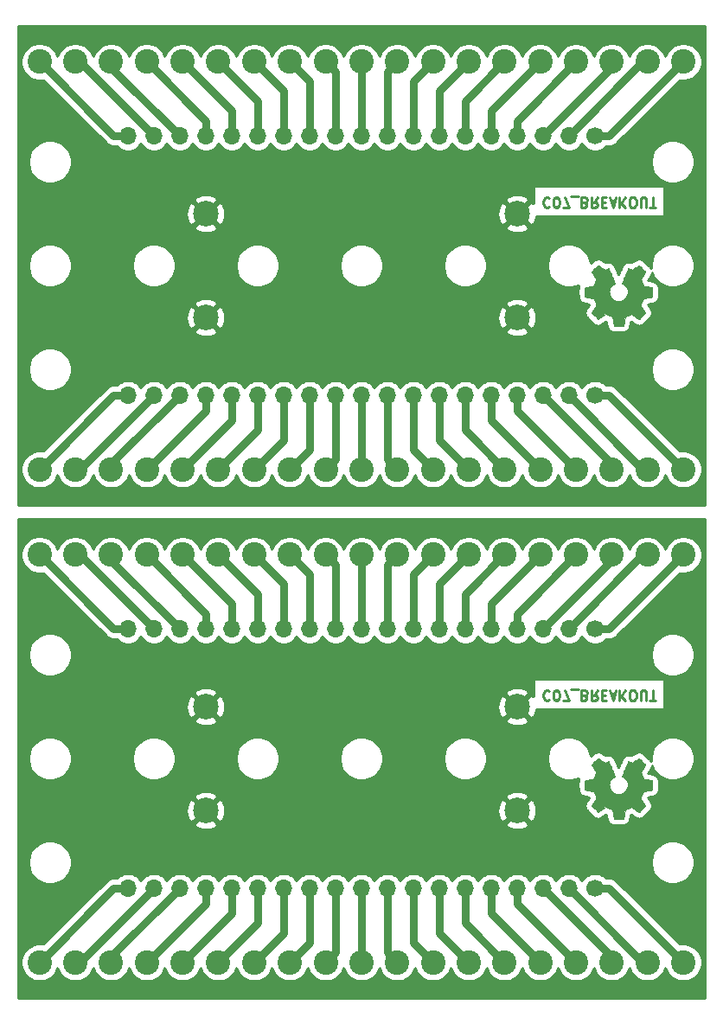
<source format=gbr>
G04 #@! TF.GenerationSoftware,KiCad,Pcbnew,5.1.5-52549c5~86~ubuntu18.04.1*
G04 #@! TF.CreationDate,2020-09-21T15:33:00-05:00*
G04 #@! TF.ProjectId,,58585858-5858-4585-9858-585858585858,rev?*
G04 #@! TF.SameCoordinates,Original*
G04 #@! TF.FileFunction,Copper,L2,Bot*
G04 #@! TF.FilePolarity,Positive*
%FSLAX46Y46*%
G04 Gerber Fmt 4.6, Leading zero omitted, Abs format (unit mm)*
G04 Created by KiCad (PCBNEW 5.1.5-52549c5~86~ubuntu18.04.1) date 2020-09-21 15:33:00*
%MOMM*%
%LPD*%
G04 APERTURE LIST*
%ADD10C,0.250000*%
%ADD11C,0.010000*%
%ADD12C,2.400000*%
%ADD13C,2.499360*%
%ADD14C,1.700000*%
%ADD15O,1.700000X1.700000*%
%ADD16C,0.750000*%
%ADD17C,0.254000*%
G04 APERTURE END LIST*
D10*
X160419066Y-102817657D02*
X160371447Y-102770038D01*
X160228590Y-102722419D01*
X160133352Y-102722419D01*
X159990495Y-102770038D01*
X159895257Y-102865276D01*
X159847638Y-102960514D01*
X159800019Y-103150990D01*
X159800019Y-103293847D01*
X159847638Y-103484323D01*
X159895257Y-103579561D01*
X159990495Y-103674800D01*
X160133352Y-103722419D01*
X160228590Y-103722419D01*
X160371447Y-103674800D01*
X160419066Y-103627180D01*
X161038114Y-103722419D02*
X161133352Y-103722419D01*
X161228590Y-103674800D01*
X161276209Y-103627180D01*
X161323828Y-103531942D01*
X161371447Y-103341466D01*
X161371447Y-103103371D01*
X161323828Y-102912895D01*
X161276209Y-102817657D01*
X161228590Y-102770038D01*
X161133352Y-102722419D01*
X161038114Y-102722419D01*
X160942876Y-102770038D01*
X160895257Y-102817657D01*
X160847638Y-102912895D01*
X160800019Y-103103371D01*
X160800019Y-103341466D01*
X160847638Y-103531942D01*
X160895257Y-103627180D01*
X160942876Y-103674800D01*
X161038114Y-103722419D01*
X161704780Y-103722419D02*
X162371447Y-103722419D01*
X161942876Y-102722419D01*
X162514304Y-102627180D02*
X163276209Y-102627180D01*
X163847638Y-103246228D02*
X163990495Y-103198609D01*
X164038114Y-103150990D01*
X164085733Y-103055752D01*
X164085733Y-102912895D01*
X164038114Y-102817657D01*
X163990495Y-102770038D01*
X163895257Y-102722419D01*
X163514304Y-102722419D01*
X163514304Y-103722419D01*
X163847638Y-103722419D01*
X163942876Y-103674800D01*
X163990495Y-103627180D01*
X164038114Y-103531942D01*
X164038114Y-103436704D01*
X163990495Y-103341466D01*
X163942876Y-103293847D01*
X163847638Y-103246228D01*
X163514304Y-103246228D01*
X165085733Y-102722419D02*
X164752400Y-103198609D01*
X164514304Y-102722419D02*
X164514304Y-103722419D01*
X164895257Y-103722419D01*
X164990495Y-103674800D01*
X165038114Y-103627180D01*
X165085733Y-103531942D01*
X165085733Y-103389085D01*
X165038114Y-103293847D01*
X164990495Y-103246228D01*
X164895257Y-103198609D01*
X164514304Y-103198609D01*
X165514304Y-103246228D02*
X165847638Y-103246228D01*
X165990495Y-102722419D02*
X165514304Y-102722419D01*
X165514304Y-103722419D01*
X165990495Y-103722419D01*
X166371447Y-103008133D02*
X166847638Y-103008133D01*
X166276209Y-102722419D02*
X166609542Y-103722419D01*
X166942876Y-102722419D01*
X167276209Y-102722419D02*
X167276209Y-103722419D01*
X167847638Y-102722419D02*
X167419066Y-103293847D01*
X167847638Y-103722419D02*
X167276209Y-103150990D01*
X168466685Y-103722419D02*
X168657161Y-103722419D01*
X168752400Y-103674800D01*
X168847638Y-103579561D01*
X168895257Y-103389085D01*
X168895257Y-103055752D01*
X168847638Y-102865276D01*
X168752400Y-102770038D01*
X168657161Y-102722419D01*
X168466685Y-102722419D01*
X168371447Y-102770038D01*
X168276209Y-102865276D01*
X168228590Y-103055752D01*
X168228590Y-103389085D01*
X168276209Y-103579561D01*
X168371447Y-103674800D01*
X168466685Y-103722419D01*
X169323828Y-103722419D02*
X169323828Y-102912895D01*
X169371447Y-102817657D01*
X169419066Y-102770038D01*
X169514304Y-102722419D01*
X169704780Y-102722419D01*
X169800019Y-102770038D01*
X169847638Y-102817657D01*
X169895257Y-102912895D01*
X169895257Y-103722419D01*
X170228590Y-103722419D02*
X170800019Y-103722419D01*
X170514304Y-102722419D02*
X170514304Y-103722419D01*
X160419066Y-54557657D02*
X160371447Y-54510038D01*
X160228590Y-54462419D01*
X160133352Y-54462419D01*
X159990495Y-54510038D01*
X159895257Y-54605276D01*
X159847638Y-54700514D01*
X159800019Y-54890990D01*
X159800019Y-55033847D01*
X159847638Y-55224323D01*
X159895257Y-55319561D01*
X159990495Y-55414800D01*
X160133352Y-55462419D01*
X160228590Y-55462419D01*
X160371447Y-55414800D01*
X160419066Y-55367180D01*
X161038114Y-55462419D02*
X161133352Y-55462419D01*
X161228590Y-55414800D01*
X161276209Y-55367180D01*
X161323828Y-55271942D01*
X161371447Y-55081466D01*
X161371447Y-54843371D01*
X161323828Y-54652895D01*
X161276209Y-54557657D01*
X161228590Y-54510038D01*
X161133352Y-54462419D01*
X161038114Y-54462419D01*
X160942876Y-54510038D01*
X160895257Y-54557657D01*
X160847638Y-54652895D01*
X160800019Y-54843371D01*
X160800019Y-55081466D01*
X160847638Y-55271942D01*
X160895257Y-55367180D01*
X160942876Y-55414800D01*
X161038114Y-55462419D01*
X161704780Y-55462419D02*
X162371447Y-55462419D01*
X161942876Y-54462419D01*
X162514304Y-54367180D02*
X163276209Y-54367180D01*
X163847638Y-54986228D02*
X163990495Y-54938609D01*
X164038114Y-54890990D01*
X164085733Y-54795752D01*
X164085733Y-54652895D01*
X164038114Y-54557657D01*
X163990495Y-54510038D01*
X163895257Y-54462419D01*
X163514304Y-54462419D01*
X163514304Y-55462419D01*
X163847638Y-55462419D01*
X163942876Y-55414800D01*
X163990495Y-55367180D01*
X164038114Y-55271942D01*
X164038114Y-55176704D01*
X163990495Y-55081466D01*
X163942876Y-55033847D01*
X163847638Y-54986228D01*
X163514304Y-54986228D01*
X165085733Y-54462419D02*
X164752400Y-54938609D01*
X164514304Y-54462419D02*
X164514304Y-55462419D01*
X164895257Y-55462419D01*
X164990495Y-55414800D01*
X165038114Y-55367180D01*
X165085733Y-55271942D01*
X165085733Y-55129085D01*
X165038114Y-55033847D01*
X164990495Y-54986228D01*
X164895257Y-54938609D01*
X164514304Y-54938609D01*
X165514304Y-54986228D02*
X165847638Y-54986228D01*
X165990495Y-54462419D02*
X165514304Y-54462419D01*
X165514304Y-55462419D01*
X165990495Y-55462419D01*
X166371447Y-54748133D02*
X166847638Y-54748133D01*
X166276209Y-54462419D02*
X166609542Y-55462419D01*
X166942876Y-54462419D01*
X167276209Y-54462419D02*
X167276209Y-55462419D01*
X167847638Y-54462419D02*
X167419066Y-55033847D01*
X167847638Y-55462419D02*
X167276209Y-54890990D01*
X168466685Y-55462419D02*
X168657161Y-55462419D01*
X168752400Y-55414800D01*
X168847638Y-55319561D01*
X168895257Y-55129085D01*
X168895257Y-54795752D01*
X168847638Y-54605276D01*
X168752400Y-54510038D01*
X168657161Y-54462419D01*
X168466685Y-54462419D01*
X168371447Y-54510038D01*
X168276209Y-54605276D01*
X168228590Y-54795752D01*
X168228590Y-55129085D01*
X168276209Y-55319561D01*
X168371447Y-55414800D01*
X168466685Y-55462419D01*
X169323828Y-55462419D02*
X169323828Y-54652895D01*
X169371447Y-54557657D01*
X169419066Y-54510038D01*
X169514304Y-54462419D01*
X169704780Y-54462419D01*
X169800019Y-54510038D01*
X169847638Y-54557657D01*
X169895257Y-54652895D01*
X169895257Y-55462419D01*
X170228590Y-55462419D02*
X170800019Y-55462419D01*
X170514304Y-54462419D02*
X170514304Y-55462419D01*
D11*
G36*
X167713214Y-114849869D02*
G01*
X167797035Y-114405245D01*
X168106320Y-114277747D01*
X168415606Y-114150249D01*
X168786646Y-114402554D01*
X168890557Y-114472804D01*
X168984487Y-114535528D01*
X169064052Y-114587862D01*
X169124870Y-114626943D01*
X169162557Y-114649907D01*
X169172821Y-114654858D01*
X169191310Y-114642124D01*
X169230820Y-114606918D01*
X169286922Y-114553738D01*
X169355187Y-114487082D01*
X169431186Y-114411446D01*
X169510492Y-114331328D01*
X169588675Y-114251226D01*
X169661307Y-114175636D01*
X169723959Y-114109055D01*
X169772203Y-114055982D01*
X169801610Y-114020913D01*
X169808641Y-114009177D01*
X169798523Y-113987540D01*
X169770159Y-113940138D01*
X169726529Y-113871607D01*
X169670618Y-113786585D01*
X169605406Y-113689707D01*
X169567619Y-113634450D01*
X169498743Y-113533552D01*
X169437540Y-113442501D01*
X169386978Y-113365830D01*
X169350028Y-113308072D01*
X169329658Y-113273757D01*
X169326597Y-113266546D01*
X169333536Y-113246052D01*
X169352451Y-113198287D01*
X169380487Y-113129968D01*
X169414791Y-113047811D01*
X169452509Y-112958530D01*
X169490787Y-112868842D01*
X169526770Y-112785462D01*
X169557606Y-112715106D01*
X169580439Y-112664490D01*
X169592417Y-112640329D01*
X169593124Y-112639378D01*
X169611931Y-112634764D01*
X169662018Y-112624472D01*
X169738193Y-112609513D01*
X169835265Y-112590899D01*
X169948043Y-112569641D01*
X170013842Y-112557382D01*
X170134350Y-112534438D01*
X170243197Y-112512605D01*
X170334876Y-112493078D01*
X170403881Y-112477052D01*
X170444704Y-112465721D01*
X170452911Y-112462126D01*
X170460948Y-112437794D01*
X170467433Y-112382841D01*
X170472370Y-112303692D01*
X170475764Y-112206774D01*
X170477618Y-112098513D01*
X170477938Y-111985335D01*
X170476727Y-111873665D01*
X170473990Y-111769932D01*
X170469731Y-111680559D01*
X170463955Y-111611974D01*
X170456667Y-111570603D01*
X170452295Y-111561990D01*
X170426164Y-111551667D01*
X170370793Y-111536908D01*
X170293507Y-111519448D01*
X170201630Y-111501020D01*
X170169558Y-111495059D01*
X170014924Y-111466734D01*
X169892775Y-111443924D01*
X169799073Y-111425720D01*
X169729784Y-111411217D01*
X169680871Y-111399508D01*
X169648297Y-111389685D01*
X169628028Y-111380844D01*
X169616026Y-111372076D01*
X169614347Y-111370343D01*
X169597584Y-111342429D01*
X169572014Y-111288105D01*
X169540188Y-111214023D01*
X169504660Y-111126835D01*
X169467983Y-111033192D01*
X169432711Y-110939748D01*
X169401396Y-110853153D01*
X169376593Y-110780060D01*
X169360854Y-110727122D01*
X169356732Y-110700989D01*
X169357076Y-110700074D01*
X169371041Y-110678714D01*
X169402722Y-110631716D01*
X169448791Y-110563973D01*
X169505918Y-110480377D01*
X169570773Y-110385818D01*
X169589243Y-110358946D01*
X169655099Y-110261525D01*
X169713050Y-110172637D01*
X169759938Y-110097388D01*
X169792607Y-110040880D01*
X169807900Y-110008219D01*
X169808641Y-110004207D01*
X169795792Y-109983116D01*
X169760288Y-109941336D01*
X169706693Y-109883355D01*
X169639571Y-109813665D01*
X169563487Y-109736755D01*
X169483004Y-109657117D01*
X169402687Y-109579239D01*
X169327099Y-109507614D01*
X169260805Y-109446730D01*
X169208369Y-109401079D01*
X169174355Y-109375150D01*
X169164945Y-109370917D01*
X169143043Y-109380888D01*
X169098200Y-109407780D01*
X169037721Y-109447064D01*
X168991189Y-109478683D01*
X168906875Y-109536702D01*
X168807026Y-109605016D01*
X168706873Y-109673221D01*
X168653027Y-109709725D01*
X168470771Y-109833000D01*
X168317781Y-109750280D01*
X168248082Y-109714041D01*
X168188814Y-109685874D01*
X168148711Y-109669809D01*
X168138503Y-109667574D01*
X168126229Y-109684078D01*
X168102013Y-109730718D01*
X168067663Y-109803191D01*
X168024988Y-109897194D01*
X167975794Y-110008426D01*
X167921890Y-110132585D01*
X167865084Y-110265368D01*
X167807182Y-110402473D01*
X167749993Y-110539598D01*
X167695324Y-110672442D01*
X167644984Y-110796702D01*
X167600780Y-110908075D01*
X167564519Y-111002261D01*
X167538009Y-111074956D01*
X167523058Y-111121859D01*
X167520654Y-111137967D01*
X167539711Y-111158514D01*
X167581436Y-111191867D01*
X167637106Y-111231098D01*
X167641778Y-111234201D01*
X167785664Y-111349377D01*
X167901683Y-111483747D01*
X167988830Y-111633016D01*
X168046099Y-111792887D01*
X168072486Y-111959063D01*
X168066985Y-112127248D01*
X168028590Y-112293145D01*
X167956295Y-112452458D01*
X167935026Y-112487313D01*
X167824396Y-112628063D01*
X167693702Y-112741086D01*
X167547464Y-112825797D01*
X167390208Y-112881606D01*
X167226457Y-112907926D01*
X167060733Y-112904170D01*
X166897562Y-112869750D01*
X166741465Y-112804077D01*
X166596967Y-112706565D01*
X166552269Y-112666987D01*
X166438512Y-112543097D01*
X166355618Y-112412676D01*
X166298756Y-112266485D01*
X166267087Y-112121712D01*
X166259269Y-111958940D01*
X166285338Y-111795360D01*
X166342645Y-111636502D01*
X166428544Y-111487894D01*
X166540386Y-111355065D01*
X166675523Y-111243544D01*
X166693283Y-111231789D01*
X166749550Y-111193292D01*
X166792323Y-111159937D01*
X166812772Y-111138640D01*
X166813069Y-111137967D01*
X166808679Y-111114929D01*
X166791276Y-111062643D01*
X166762668Y-110985410D01*
X166724665Y-110887532D01*
X166679074Y-110773309D01*
X166627703Y-110647042D01*
X166572362Y-110513033D01*
X166514858Y-110375582D01*
X166457001Y-110238992D01*
X166400598Y-110107563D01*
X166347458Y-109985595D01*
X166299390Y-109877391D01*
X166258201Y-109787251D01*
X166225701Y-109719477D01*
X166203697Y-109678370D01*
X166194836Y-109667574D01*
X166167760Y-109675981D01*
X166117097Y-109698528D01*
X166051583Y-109731187D01*
X166015559Y-109750280D01*
X165862568Y-109833000D01*
X165680312Y-109709725D01*
X165587275Y-109646572D01*
X165485415Y-109577073D01*
X165389962Y-109511635D01*
X165342150Y-109478683D01*
X165274905Y-109433527D01*
X165217964Y-109397743D01*
X165178754Y-109375862D01*
X165166019Y-109371237D01*
X165147483Y-109383715D01*
X165106459Y-109418548D01*
X165046925Y-109472122D01*
X164972858Y-109540817D01*
X164888235Y-109621019D01*
X164834715Y-109672514D01*
X164741081Y-109764514D01*
X164660159Y-109846801D01*
X164595223Y-109915855D01*
X164549542Y-109968156D01*
X164526389Y-110000184D01*
X164524168Y-110006684D01*
X164534476Y-110031406D01*
X164562961Y-110081395D01*
X164606463Y-110151588D01*
X164661823Y-110236925D01*
X164725880Y-110332344D01*
X164744097Y-110358946D01*
X164810473Y-110455633D01*
X164870022Y-110542683D01*
X164919416Y-110615205D01*
X164955325Y-110668307D01*
X164974419Y-110697097D01*
X164976264Y-110700074D01*
X164973505Y-110723018D01*
X164958862Y-110773464D01*
X164934887Y-110844759D01*
X164904134Y-110930253D01*
X164869156Y-111023293D01*
X164832507Y-111117226D01*
X164796739Y-111205401D01*
X164764406Y-111281166D01*
X164738062Y-111337869D01*
X164720258Y-111368857D01*
X164718993Y-111370343D01*
X164708106Y-111379199D01*
X164689718Y-111387957D01*
X164659794Y-111397523D01*
X164614297Y-111408804D01*
X164549191Y-111422707D01*
X164460439Y-111440137D01*
X164344007Y-111462002D01*
X164195858Y-111489209D01*
X164163782Y-111495059D01*
X164068714Y-111513426D01*
X163985835Y-111531395D01*
X163922470Y-111547231D01*
X163885942Y-111559200D01*
X163881044Y-111561990D01*
X163872973Y-111586728D01*
X163866413Y-111642010D01*
X163861367Y-111721411D01*
X163857841Y-111818504D01*
X163855839Y-111926862D01*
X163855364Y-112040060D01*
X163856423Y-112151672D01*
X163859018Y-112255271D01*
X163863154Y-112344432D01*
X163868837Y-112412728D01*
X163876069Y-112453734D01*
X163880429Y-112462126D01*
X163904702Y-112470592D01*
X163959974Y-112484365D01*
X164040738Y-112502250D01*
X164141488Y-112523052D01*
X164256717Y-112545577D01*
X164319498Y-112557382D01*
X164438613Y-112579649D01*
X164544835Y-112599821D01*
X164632973Y-112616885D01*
X164697834Y-112629831D01*
X164734226Y-112637645D01*
X164740216Y-112639378D01*
X164750339Y-112658910D01*
X164771738Y-112705957D01*
X164801561Y-112773797D01*
X164836955Y-112855709D01*
X164875068Y-112944972D01*
X164913047Y-113034865D01*
X164948040Y-113118665D01*
X164977194Y-113189653D01*
X164997657Y-113241106D01*
X165006577Y-113266303D01*
X165006743Y-113267404D01*
X164996631Y-113287281D01*
X164968283Y-113333023D01*
X164924677Y-113400083D01*
X164868794Y-113483916D01*
X164803613Y-113579974D01*
X164765721Y-113635150D01*
X164696675Y-113736319D01*
X164635350Y-113828170D01*
X164584737Y-113906056D01*
X164547829Y-113965331D01*
X164527618Y-114001349D01*
X164524699Y-114009423D01*
X164537247Y-114028216D01*
X164571937Y-114068343D01*
X164624337Y-114125307D01*
X164690016Y-114194615D01*
X164764544Y-114271769D01*
X164843487Y-114352275D01*
X164922417Y-114431637D01*
X164996900Y-114505360D01*
X165062506Y-114568948D01*
X165114804Y-114617906D01*
X165149361Y-114647739D01*
X165160922Y-114654858D01*
X165179746Y-114644847D01*
X165224769Y-114616722D01*
X165291613Y-114573346D01*
X165375901Y-114517582D01*
X165473256Y-114452294D01*
X165546693Y-114402554D01*
X165917733Y-114150249D01*
X166536305Y-114405245D01*
X166620125Y-114849869D01*
X166703946Y-115294493D01*
X167629394Y-115294493D01*
X167713214Y-114849869D01*
G37*
X167713214Y-114849869D02*
X167797035Y-114405245D01*
X168106320Y-114277747D01*
X168415606Y-114150249D01*
X168786646Y-114402554D01*
X168890557Y-114472804D01*
X168984487Y-114535528D01*
X169064052Y-114587862D01*
X169124870Y-114626943D01*
X169162557Y-114649907D01*
X169172821Y-114654858D01*
X169191310Y-114642124D01*
X169230820Y-114606918D01*
X169286922Y-114553738D01*
X169355187Y-114487082D01*
X169431186Y-114411446D01*
X169510492Y-114331328D01*
X169588675Y-114251226D01*
X169661307Y-114175636D01*
X169723959Y-114109055D01*
X169772203Y-114055982D01*
X169801610Y-114020913D01*
X169808641Y-114009177D01*
X169798523Y-113987540D01*
X169770159Y-113940138D01*
X169726529Y-113871607D01*
X169670618Y-113786585D01*
X169605406Y-113689707D01*
X169567619Y-113634450D01*
X169498743Y-113533552D01*
X169437540Y-113442501D01*
X169386978Y-113365830D01*
X169350028Y-113308072D01*
X169329658Y-113273757D01*
X169326597Y-113266546D01*
X169333536Y-113246052D01*
X169352451Y-113198287D01*
X169380487Y-113129968D01*
X169414791Y-113047811D01*
X169452509Y-112958530D01*
X169490787Y-112868842D01*
X169526770Y-112785462D01*
X169557606Y-112715106D01*
X169580439Y-112664490D01*
X169592417Y-112640329D01*
X169593124Y-112639378D01*
X169611931Y-112634764D01*
X169662018Y-112624472D01*
X169738193Y-112609513D01*
X169835265Y-112590899D01*
X169948043Y-112569641D01*
X170013842Y-112557382D01*
X170134350Y-112534438D01*
X170243197Y-112512605D01*
X170334876Y-112493078D01*
X170403881Y-112477052D01*
X170444704Y-112465721D01*
X170452911Y-112462126D01*
X170460948Y-112437794D01*
X170467433Y-112382841D01*
X170472370Y-112303692D01*
X170475764Y-112206774D01*
X170477618Y-112098513D01*
X170477938Y-111985335D01*
X170476727Y-111873665D01*
X170473990Y-111769932D01*
X170469731Y-111680559D01*
X170463955Y-111611974D01*
X170456667Y-111570603D01*
X170452295Y-111561990D01*
X170426164Y-111551667D01*
X170370793Y-111536908D01*
X170293507Y-111519448D01*
X170201630Y-111501020D01*
X170169558Y-111495059D01*
X170014924Y-111466734D01*
X169892775Y-111443924D01*
X169799073Y-111425720D01*
X169729784Y-111411217D01*
X169680871Y-111399508D01*
X169648297Y-111389685D01*
X169628028Y-111380844D01*
X169616026Y-111372076D01*
X169614347Y-111370343D01*
X169597584Y-111342429D01*
X169572014Y-111288105D01*
X169540188Y-111214023D01*
X169504660Y-111126835D01*
X169467983Y-111033192D01*
X169432711Y-110939748D01*
X169401396Y-110853153D01*
X169376593Y-110780060D01*
X169360854Y-110727122D01*
X169356732Y-110700989D01*
X169357076Y-110700074D01*
X169371041Y-110678714D01*
X169402722Y-110631716D01*
X169448791Y-110563973D01*
X169505918Y-110480377D01*
X169570773Y-110385818D01*
X169589243Y-110358946D01*
X169655099Y-110261525D01*
X169713050Y-110172637D01*
X169759938Y-110097388D01*
X169792607Y-110040880D01*
X169807900Y-110008219D01*
X169808641Y-110004207D01*
X169795792Y-109983116D01*
X169760288Y-109941336D01*
X169706693Y-109883355D01*
X169639571Y-109813665D01*
X169563487Y-109736755D01*
X169483004Y-109657117D01*
X169402687Y-109579239D01*
X169327099Y-109507614D01*
X169260805Y-109446730D01*
X169208369Y-109401079D01*
X169174355Y-109375150D01*
X169164945Y-109370917D01*
X169143043Y-109380888D01*
X169098200Y-109407780D01*
X169037721Y-109447064D01*
X168991189Y-109478683D01*
X168906875Y-109536702D01*
X168807026Y-109605016D01*
X168706873Y-109673221D01*
X168653027Y-109709725D01*
X168470771Y-109833000D01*
X168317781Y-109750280D01*
X168248082Y-109714041D01*
X168188814Y-109685874D01*
X168148711Y-109669809D01*
X168138503Y-109667574D01*
X168126229Y-109684078D01*
X168102013Y-109730718D01*
X168067663Y-109803191D01*
X168024988Y-109897194D01*
X167975794Y-110008426D01*
X167921890Y-110132585D01*
X167865084Y-110265368D01*
X167807182Y-110402473D01*
X167749993Y-110539598D01*
X167695324Y-110672442D01*
X167644984Y-110796702D01*
X167600780Y-110908075D01*
X167564519Y-111002261D01*
X167538009Y-111074956D01*
X167523058Y-111121859D01*
X167520654Y-111137967D01*
X167539711Y-111158514D01*
X167581436Y-111191867D01*
X167637106Y-111231098D01*
X167641778Y-111234201D01*
X167785664Y-111349377D01*
X167901683Y-111483747D01*
X167988830Y-111633016D01*
X168046099Y-111792887D01*
X168072486Y-111959063D01*
X168066985Y-112127248D01*
X168028590Y-112293145D01*
X167956295Y-112452458D01*
X167935026Y-112487313D01*
X167824396Y-112628063D01*
X167693702Y-112741086D01*
X167547464Y-112825797D01*
X167390208Y-112881606D01*
X167226457Y-112907926D01*
X167060733Y-112904170D01*
X166897562Y-112869750D01*
X166741465Y-112804077D01*
X166596967Y-112706565D01*
X166552269Y-112666987D01*
X166438512Y-112543097D01*
X166355618Y-112412676D01*
X166298756Y-112266485D01*
X166267087Y-112121712D01*
X166259269Y-111958940D01*
X166285338Y-111795360D01*
X166342645Y-111636502D01*
X166428544Y-111487894D01*
X166540386Y-111355065D01*
X166675523Y-111243544D01*
X166693283Y-111231789D01*
X166749550Y-111193292D01*
X166792323Y-111159937D01*
X166812772Y-111138640D01*
X166813069Y-111137967D01*
X166808679Y-111114929D01*
X166791276Y-111062643D01*
X166762668Y-110985410D01*
X166724665Y-110887532D01*
X166679074Y-110773309D01*
X166627703Y-110647042D01*
X166572362Y-110513033D01*
X166514858Y-110375582D01*
X166457001Y-110238992D01*
X166400598Y-110107563D01*
X166347458Y-109985595D01*
X166299390Y-109877391D01*
X166258201Y-109787251D01*
X166225701Y-109719477D01*
X166203697Y-109678370D01*
X166194836Y-109667574D01*
X166167760Y-109675981D01*
X166117097Y-109698528D01*
X166051583Y-109731187D01*
X166015559Y-109750280D01*
X165862568Y-109833000D01*
X165680312Y-109709725D01*
X165587275Y-109646572D01*
X165485415Y-109577073D01*
X165389962Y-109511635D01*
X165342150Y-109478683D01*
X165274905Y-109433527D01*
X165217964Y-109397743D01*
X165178754Y-109375862D01*
X165166019Y-109371237D01*
X165147483Y-109383715D01*
X165106459Y-109418548D01*
X165046925Y-109472122D01*
X164972858Y-109540817D01*
X164888235Y-109621019D01*
X164834715Y-109672514D01*
X164741081Y-109764514D01*
X164660159Y-109846801D01*
X164595223Y-109915855D01*
X164549542Y-109968156D01*
X164526389Y-110000184D01*
X164524168Y-110006684D01*
X164534476Y-110031406D01*
X164562961Y-110081395D01*
X164606463Y-110151588D01*
X164661823Y-110236925D01*
X164725880Y-110332344D01*
X164744097Y-110358946D01*
X164810473Y-110455633D01*
X164870022Y-110542683D01*
X164919416Y-110615205D01*
X164955325Y-110668307D01*
X164974419Y-110697097D01*
X164976264Y-110700074D01*
X164973505Y-110723018D01*
X164958862Y-110773464D01*
X164934887Y-110844759D01*
X164904134Y-110930253D01*
X164869156Y-111023293D01*
X164832507Y-111117226D01*
X164796739Y-111205401D01*
X164764406Y-111281166D01*
X164738062Y-111337869D01*
X164720258Y-111368857D01*
X164718993Y-111370343D01*
X164708106Y-111379199D01*
X164689718Y-111387957D01*
X164659794Y-111397523D01*
X164614297Y-111408804D01*
X164549191Y-111422707D01*
X164460439Y-111440137D01*
X164344007Y-111462002D01*
X164195858Y-111489209D01*
X164163782Y-111495059D01*
X164068714Y-111513426D01*
X163985835Y-111531395D01*
X163922470Y-111547231D01*
X163885942Y-111559200D01*
X163881044Y-111561990D01*
X163872973Y-111586728D01*
X163866413Y-111642010D01*
X163861367Y-111721411D01*
X163857841Y-111818504D01*
X163855839Y-111926862D01*
X163855364Y-112040060D01*
X163856423Y-112151672D01*
X163859018Y-112255271D01*
X163863154Y-112344432D01*
X163868837Y-112412728D01*
X163876069Y-112453734D01*
X163880429Y-112462126D01*
X163904702Y-112470592D01*
X163959974Y-112484365D01*
X164040738Y-112502250D01*
X164141488Y-112523052D01*
X164256717Y-112545577D01*
X164319498Y-112557382D01*
X164438613Y-112579649D01*
X164544835Y-112599821D01*
X164632973Y-112616885D01*
X164697834Y-112629831D01*
X164734226Y-112637645D01*
X164740216Y-112639378D01*
X164750339Y-112658910D01*
X164771738Y-112705957D01*
X164801561Y-112773797D01*
X164836955Y-112855709D01*
X164875068Y-112944972D01*
X164913047Y-113034865D01*
X164948040Y-113118665D01*
X164977194Y-113189653D01*
X164997657Y-113241106D01*
X165006577Y-113266303D01*
X165006743Y-113267404D01*
X164996631Y-113287281D01*
X164968283Y-113333023D01*
X164924677Y-113400083D01*
X164868794Y-113483916D01*
X164803613Y-113579974D01*
X164765721Y-113635150D01*
X164696675Y-113736319D01*
X164635350Y-113828170D01*
X164584737Y-113906056D01*
X164547829Y-113965331D01*
X164527618Y-114001349D01*
X164524699Y-114009423D01*
X164537247Y-114028216D01*
X164571937Y-114068343D01*
X164624337Y-114125307D01*
X164690016Y-114194615D01*
X164764544Y-114271769D01*
X164843487Y-114352275D01*
X164922417Y-114431637D01*
X164996900Y-114505360D01*
X165062506Y-114568948D01*
X165114804Y-114617906D01*
X165149361Y-114647739D01*
X165160922Y-114654858D01*
X165179746Y-114644847D01*
X165224769Y-114616722D01*
X165291613Y-114573346D01*
X165375901Y-114517582D01*
X165473256Y-114452294D01*
X165546693Y-114402554D01*
X165917733Y-114150249D01*
X166536305Y-114405245D01*
X166620125Y-114849869D01*
X166703946Y-115294493D01*
X167629394Y-115294493D01*
X167713214Y-114849869D01*
G36*
X167713214Y-66589869D02*
G01*
X167797035Y-66145245D01*
X168106320Y-66017747D01*
X168415606Y-65890249D01*
X168786646Y-66142554D01*
X168890557Y-66212804D01*
X168984487Y-66275528D01*
X169064052Y-66327862D01*
X169124870Y-66366943D01*
X169162557Y-66389907D01*
X169172821Y-66394858D01*
X169191310Y-66382124D01*
X169230820Y-66346918D01*
X169286922Y-66293738D01*
X169355187Y-66227082D01*
X169431186Y-66151446D01*
X169510492Y-66071328D01*
X169588675Y-65991226D01*
X169661307Y-65915636D01*
X169723959Y-65849055D01*
X169772203Y-65795982D01*
X169801610Y-65760913D01*
X169808641Y-65749177D01*
X169798523Y-65727540D01*
X169770159Y-65680138D01*
X169726529Y-65611607D01*
X169670618Y-65526585D01*
X169605406Y-65429707D01*
X169567619Y-65374450D01*
X169498743Y-65273552D01*
X169437540Y-65182501D01*
X169386978Y-65105830D01*
X169350028Y-65048072D01*
X169329658Y-65013757D01*
X169326597Y-65006546D01*
X169333536Y-64986052D01*
X169352451Y-64938287D01*
X169380487Y-64869968D01*
X169414791Y-64787811D01*
X169452509Y-64698530D01*
X169490787Y-64608842D01*
X169526770Y-64525462D01*
X169557606Y-64455106D01*
X169580439Y-64404490D01*
X169592417Y-64380329D01*
X169593124Y-64379378D01*
X169611931Y-64374764D01*
X169662018Y-64364472D01*
X169738193Y-64349513D01*
X169835265Y-64330899D01*
X169948043Y-64309641D01*
X170013842Y-64297382D01*
X170134350Y-64274438D01*
X170243197Y-64252605D01*
X170334876Y-64233078D01*
X170403881Y-64217052D01*
X170444704Y-64205721D01*
X170452911Y-64202126D01*
X170460948Y-64177794D01*
X170467433Y-64122841D01*
X170472370Y-64043692D01*
X170475764Y-63946774D01*
X170477618Y-63838513D01*
X170477938Y-63725335D01*
X170476727Y-63613665D01*
X170473990Y-63509932D01*
X170469731Y-63420559D01*
X170463955Y-63351974D01*
X170456667Y-63310603D01*
X170452295Y-63301990D01*
X170426164Y-63291667D01*
X170370793Y-63276908D01*
X170293507Y-63259448D01*
X170201630Y-63241020D01*
X170169558Y-63235059D01*
X170014924Y-63206734D01*
X169892775Y-63183924D01*
X169799073Y-63165720D01*
X169729784Y-63151217D01*
X169680871Y-63139508D01*
X169648297Y-63129685D01*
X169628028Y-63120844D01*
X169616026Y-63112076D01*
X169614347Y-63110343D01*
X169597584Y-63082429D01*
X169572014Y-63028105D01*
X169540188Y-62954023D01*
X169504660Y-62866835D01*
X169467983Y-62773192D01*
X169432711Y-62679748D01*
X169401396Y-62593153D01*
X169376593Y-62520060D01*
X169360854Y-62467122D01*
X169356732Y-62440989D01*
X169357076Y-62440074D01*
X169371041Y-62418714D01*
X169402722Y-62371716D01*
X169448791Y-62303973D01*
X169505918Y-62220377D01*
X169570773Y-62125818D01*
X169589243Y-62098946D01*
X169655099Y-62001525D01*
X169713050Y-61912637D01*
X169759938Y-61837388D01*
X169792607Y-61780880D01*
X169807900Y-61748219D01*
X169808641Y-61744207D01*
X169795792Y-61723116D01*
X169760288Y-61681336D01*
X169706693Y-61623355D01*
X169639571Y-61553665D01*
X169563487Y-61476755D01*
X169483004Y-61397117D01*
X169402687Y-61319239D01*
X169327099Y-61247614D01*
X169260805Y-61186730D01*
X169208369Y-61141079D01*
X169174355Y-61115150D01*
X169164945Y-61110917D01*
X169143043Y-61120888D01*
X169098200Y-61147780D01*
X169037721Y-61187064D01*
X168991189Y-61218683D01*
X168906875Y-61276702D01*
X168807026Y-61345016D01*
X168706873Y-61413221D01*
X168653027Y-61449725D01*
X168470771Y-61573000D01*
X168317781Y-61490280D01*
X168248082Y-61454041D01*
X168188814Y-61425874D01*
X168148711Y-61409809D01*
X168138503Y-61407574D01*
X168126229Y-61424078D01*
X168102013Y-61470718D01*
X168067663Y-61543191D01*
X168024988Y-61637194D01*
X167975794Y-61748426D01*
X167921890Y-61872585D01*
X167865084Y-62005368D01*
X167807182Y-62142473D01*
X167749993Y-62279598D01*
X167695324Y-62412442D01*
X167644984Y-62536702D01*
X167600780Y-62648075D01*
X167564519Y-62742261D01*
X167538009Y-62814956D01*
X167523058Y-62861859D01*
X167520654Y-62877967D01*
X167539711Y-62898514D01*
X167581436Y-62931867D01*
X167637106Y-62971098D01*
X167641778Y-62974201D01*
X167785664Y-63089377D01*
X167901683Y-63223747D01*
X167988830Y-63373016D01*
X168046099Y-63532887D01*
X168072486Y-63699063D01*
X168066985Y-63867248D01*
X168028590Y-64033145D01*
X167956295Y-64192458D01*
X167935026Y-64227313D01*
X167824396Y-64368063D01*
X167693702Y-64481086D01*
X167547464Y-64565797D01*
X167390208Y-64621606D01*
X167226457Y-64647926D01*
X167060733Y-64644170D01*
X166897562Y-64609750D01*
X166741465Y-64544077D01*
X166596967Y-64446565D01*
X166552269Y-64406987D01*
X166438512Y-64283097D01*
X166355618Y-64152676D01*
X166298756Y-64006485D01*
X166267087Y-63861712D01*
X166259269Y-63698940D01*
X166285338Y-63535360D01*
X166342645Y-63376502D01*
X166428544Y-63227894D01*
X166540386Y-63095065D01*
X166675523Y-62983544D01*
X166693283Y-62971789D01*
X166749550Y-62933292D01*
X166792323Y-62899937D01*
X166812772Y-62878640D01*
X166813069Y-62877967D01*
X166808679Y-62854929D01*
X166791276Y-62802643D01*
X166762668Y-62725410D01*
X166724665Y-62627532D01*
X166679074Y-62513309D01*
X166627703Y-62387042D01*
X166572362Y-62253033D01*
X166514858Y-62115582D01*
X166457001Y-61978992D01*
X166400598Y-61847563D01*
X166347458Y-61725595D01*
X166299390Y-61617391D01*
X166258201Y-61527251D01*
X166225701Y-61459477D01*
X166203697Y-61418370D01*
X166194836Y-61407574D01*
X166167760Y-61415981D01*
X166117097Y-61438528D01*
X166051583Y-61471187D01*
X166015559Y-61490280D01*
X165862568Y-61573000D01*
X165680312Y-61449725D01*
X165587275Y-61386572D01*
X165485415Y-61317073D01*
X165389962Y-61251635D01*
X165342150Y-61218683D01*
X165274905Y-61173527D01*
X165217964Y-61137743D01*
X165178754Y-61115862D01*
X165166019Y-61111237D01*
X165147483Y-61123715D01*
X165106459Y-61158548D01*
X165046925Y-61212122D01*
X164972858Y-61280817D01*
X164888235Y-61361019D01*
X164834715Y-61412514D01*
X164741081Y-61504514D01*
X164660159Y-61586801D01*
X164595223Y-61655855D01*
X164549542Y-61708156D01*
X164526389Y-61740184D01*
X164524168Y-61746684D01*
X164534476Y-61771406D01*
X164562961Y-61821395D01*
X164606463Y-61891588D01*
X164661823Y-61976925D01*
X164725880Y-62072344D01*
X164744097Y-62098946D01*
X164810473Y-62195633D01*
X164870022Y-62282683D01*
X164919416Y-62355205D01*
X164955325Y-62408307D01*
X164974419Y-62437097D01*
X164976264Y-62440074D01*
X164973505Y-62463018D01*
X164958862Y-62513464D01*
X164934887Y-62584759D01*
X164904134Y-62670253D01*
X164869156Y-62763293D01*
X164832507Y-62857226D01*
X164796739Y-62945401D01*
X164764406Y-63021166D01*
X164738062Y-63077869D01*
X164720258Y-63108857D01*
X164718993Y-63110343D01*
X164708106Y-63119199D01*
X164689718Y-63127957D01*
X164659794Y-63137523D01*
X164614297Y-63148804D01*
X164549191Y-63162707D01*
X164460439Y-63180137D01*
X164344007Y-63202002D01*
X164195858Y-63229209D01*
X164163782Y-63235059D01*
X164068714Y-63253426D01*
X163985835Y-63271395D01*
X163922470Y-63287231D01*
X163885942Y-63299200D01*
X163881044Y-63301990D01*
X163872973Y-63326728D01*
X163866413Y-63382010D01*
X163861367Y-63461411D01*
X163857841Y-63558504D01*
X163855839Y-63666862D01*
X163855364Y-63780060D01*
X163856423Y-63891672D01*
X163859018Y-63995271D01*
X163863154Y-64084432D01*
X163868837Y-64152728D01*
X163876069Y-64193734D01*
X163880429Y-64202126D01*
X163904702Y-64210592D01*
X163959974Y-64224365D01*
X164040738Y-64242250D01*
X164141488Y-64263052D01*
X164256717Y-64285577D01*
X164319498Y-64297382D01*
X164438613Y-64319649D01*
X164544835Y-64339821D01*
X164632973Y-64356885D01*
X164697834Y-64369831D01*
X164734226Y-64377645D01*
X164740216Y-64379378D01*
X164750339Y-64398910D01*
X164771738Y-64445957D01*
X164801561Y-64513797D01*
X164836955Y-64595709D01*
X164875068Y-64684972D01*
X164913047Y-64774865D01*
X164948040Y-64858665D01*
X164977194Y-64929653D01*
X164997657Y-64981106D01*
X165006577Y-65006303D01*
X165006743Y-65007404D01*
X164996631Y-65027281D01*
X164968283Y-65073023D01*
X164924677Y-65140083D01*
X164868794Y-65223916D01*
X164803613Y-65319974D01*
X164765721Y-65375150D01*
X164696675Y-65476319D01*
X164635350Y-65568170D01*
X164584737Y-65646056D01*
X164547829Y-65705331D01*
X164527618Y-65741349D01*
X164524699Y-65749423D01*
X164537247Y-65768216D01*
X164571937Y-65808343D01*
X164624337Y-65865307D01*
X164690016Y-65934615D01*
X164764544Y-66011769D01*
X164843487Y-66092275D01*
X164922417Y-66171637D01*
X164996900Y-66245360D01*
X165062506Y-66308948D01*
X165114804Y-66357906D01*
X165149361Y-66387739D01*
X165160922Y-66394858D01*
X165179746Y-66384847D01*
X165224769Y-66356722D01*
X165291613Y-66313346D01*
X165375901Y-66257582D01*
X165473256Y-66192294D01*
X165546693Y-66142554D01*
X165917733Y-65890249D01*
X166536305Y-66145245D01*
X166620125Y-66589869D01*
X166703946Y-67034493D01*
X167629394Y-67034493D01*
X167713214Y-66589869D01*
G37*
X167713214Y-66589869D02*
X167797035Y-66145245D01*
X168106320Y-66017747D01*
X168415606Y-65890249D01*
X168786646Y-66142554D01*
X168890557Y-66212804D01*
X168984487Y-66275528D01*
X169064052Y-66327862D01*
X169124870Y-66366943D01*
X169162557Y-66389907D01*
X169172821Y-66394858D01*
X169191310Y-66382124D01*
X169230820Y-66346918D01*
X169286922Y-66293738D01*
X169355187Y-66227082D01*
X169431186Y-66151446D01*
X169510492Y-66071328D01*
X169588675Y-65991226D01*
X169661307Y-65915636D01*
X169723959Y-65849055D01*
X169772203Y-65795982D01*
X169801610Y-65760913D01*
X169808641Y-65749177D01*
X169798523Y-65727540D01*
X169770159Y-65680138D01*
X169726529Y-65611607D01*
X169670618Y-65526585D01*
X169605406Y-65429707D01*
X169567619Y-65374450D01*
X169498743Y-65273552D01*
X169437540Y-65182501D01*
X169386978Y-65105830D01*
X169350028Y-65048072D01*
X169329658Y-65013757D01*
X169326597Y-65006546D01*
X169333536Y-64986052D01*
X169352451Y-64938287D01*
X169380487Y-64869968D01*
X169414791Y-64787811D01*
X169452509Y-64698530D01*
X169490787Y-64608842D01*
X169526770Y-64525462D01*
X169557606Y-64455106D01*
X169580439Y-64404490D01*
X169592417Y-64380329D01*
X169593124Y-64379378D01*
X169611931Y-64374764D01*
X169662018Y-64364472D01*
X169738193Y-64349513D01*
X169835265Y-64330899D01*
X169948043Y-64309641D01*
X170013842Y-64297382D01*
X170134350Y-64274438D01*
X170243197Y-64252605D01*
X170334876Y-64233078D01*
X170403881Y-64217052D01*
X170444704Y-64205721D01*
X170452911Y-64202126D01*
X170460948Y-64177794D01*
X170467433Y-64122841D01*
X170472370Y-64043692D01*
X170475764Y-63946774D01*
X170477618Y-63838513D01*
X170477938Y-63725335D01*
X170476727Y-63613665D01*
X170473990Y-63509932D01*
X170469731Y-63420559D01*
X170463955Y-63351974D01*
X170456667Y-63310603D01*
X170452295Y-63301990D01*
X170426164Y-63291667D01*
X170370793Y-63276908D01*
X170293507Y-63259448D01*
X170201630Y-63241020D01*
X170169558Y-63235059D01*
X170014924Y-63206734D01*
X169892775Y-63183924D01*
X169799073Y-63165720D01*
X169729784Y-63151217D01*
X169680871Y-63139508D01*
X169648297Y-63129685D01*
X169628028Y-63120844D01*
X169616026Y-63112076D01*
X169614347Y-63110343D01*
X169597584Y-63082429D01*
X169572014Y-63028105D01*
X169540188Y-62954023D01*
X169504660Y-62866835D01*
X169467983Y-62773192D01*
X169432711Y-62679748D01*
X169401396Y-62593153D01*
X169376593Y-62520060D01*
X169360854Y-62467122D01*
X169356732Y-62440989D01*
X169357076Y-62440074D01*
X169371041Y-62418714D01*
X169402722Y-62371716D01*
X169448791Y-62303973D01*
X169505918Y-62220377D01*
X169570773Y-62125818D01*
X169589243Y-62098946D01*
X169655099Y-62001525D01*
X169713050Y-61912637D01*
X169759938Y-61837388D01*
X169792607Y-61780880D01*
X169807900Y-61748219D01*
X169808641Y-61744207D01*
X169795792Y-61723116D01*
X169760288Y-61681336D01*
X169706693Y-61623355D01*
X169639571Y-61553665D01*
X169563487Y-61476755D01*
X169483004Y-61397117D01*
X169402687Y-61319239D01*
X169327099Y-61247614D01*
X169260805Y-61186730D01*
X169208369Y-61141079D01*
X169174355Y-61115150D01*
X169164945Y-61110917D01*
X169143043Y-61120888D01*
X169098200Y-61147780D01*
X169037721Y-61187064D01*
X168991189Y-61218683D01*
X168906875Y-61276702D01*
X168807026Y-61345016D01*
X168706873Y-61413221D01*
X168653027Y-61449725D01*
X168470771Y-61573000D01*
X168317781Y-61490280D01*
X168248082Y-61454041D01*
X168188814Y-61425874D01*
X168148711Y-61409809D01*
X168138503Y-61407574D01*
X168126229Y-61424078D01*
X168102013Y-61470718D01*
X168067663Y-61543191D01*
X168024988Y-61637194D01*
X167975794Y-61748426D01*
X167921890Y-61872585D01*
X167865084Y-62005368D01*
X167807182Y-62142473D01*
X167749993Y-62279598D01*
X167695324Y-62412442D01*
X167644984Y-62536702D01*
X167600780Y-62648075D01*
X167564519Y-62742261D01*
X167538009Y-62814956D01*
X167523058Y-62861859D01*
X167520654Y-62877967D01*
X167539711Y-62898514D01*
X167581436Y-62931867D01*
X167637106Y-62971098D01*
X167641778Y-62974201D01*
X167785664Y-63089377D01*
X167901683Y-63223747D01*
X167988830Y-63373016D01*
X168046099Y-63532887D01*
X168072486Y-63699063D01*
X168066985Y-63867248D01*
X168028590Y-64033145D01*
X167956295Y-64192458D01*
X167935026Y-64227313D01*
X167824396Y-64368063D01*
X167693702Y-64481086D01*
X167547464Y-64565797D01*
X167390208Y-64621606D01*
X167226457Y-64647926D01*
X167060733Y-64644170D01*
X166897562Y-64609750D01*
X166741465Y-64544077D01*
X166596967Y-64446565D01*
X166552269Y-64406987D01*
X166438512Y-64283097D01*
X166355618Y-64152676D01*
X166298756Y-64006485D01*
X166267087Y-63861712D01*
X166259269Y-63698940D01*
X166285338Y-63535360D01*
X166342645Y-63376502D01*
X166428544Y-63227894D01*
X166540386Y-63095065D01*
X166675523Y-62983544D01*
X166693283Y-62971789D01*
X166749550Y-62933292D01*
X166792323Y-62899937D01*
X166812772Y-62878640D01*
X166813069Y-62877967D01*
X166808679Y-62854929D01*
X166791276Y-62802643D01*
X166762668Y-62725410D01*
X166724665Y-62627532D01*
X166679074Y-62513309D01*
X166627703Y-62387042D01*
X166572362Y-62253033D01*
X166514858Y-62115582D01*
X166457001Y-61978992D01*
X166400598Y-61847563D01*
X166347458Y-61725595D01*
X166299390Y-61617391D01*
X166258201Y-61527251D01*
X166225701Y-61459477D01*
X166203697Y-61418370D01*
X166194836Y-61407574D01*
X166167760Y-61415981D01*
X166117097Y-61438528D01*
X166051583Y-61471187D01*
X166015559Y-61490280D01*
X165862568Y-61573000D01*
X165680312Y-61449725D01*
X165587275Y-61386572D01*
X165485415Y-61317073D01*
X165389962Y-61251635D01*
X165342150Y-61218683D01*
X165274905Y-61173527D01*
X165217964Y-61137743D01*
X165178754Y-61115862D01*
X165166019Y-61111237D01*
X165147483Y-61123715D01*
X165106459Y-61158548D01*
X165046925Y-61212122D01*
X164972858Y-61280817D01*
X164888235Y-61361019D01*
X164834715Y-61412514D01*
X164741081Y-61504514D01*
X164660159Y-61586801D01*
X164595223Y-61655855D01*
X164549542Y-61708156D01*
X164526389Y-61740184D01*
X164524168Y-61746684D01*
X164534476Y-61771406D01*
X164562961Y-61821395D01*
X164606463Y-61891588D01*
X164661823Y-61976925D01*
X164725880Y-62072344D01*
X164744097Y-62098946D01*
X164810473Y-62195633D01*
X164870022Y-62282683D01*
X164919416Y-62355205D01*
X164955325Y-62408307D01*
X164974419Y-62437097D01*
X164976264Y-62440074D01*
X164973505Y-62463018D01*
X164958862Y-62513464D01*
X164934887Y-62584759D01*
X164904134Y-62670253D01*
X164869156Y-62763293D01*
X164832507Y-62857226D01*
X164796739Y-62945401D01*
X164764406Y-63021166D01*
X164738062Y-63077869D01*
X164720258Y-63108857D01*
X164718993Y-63110343D01*
X164708106Y-63119199D01*
X164689718Y-63127957D01*
X164659794Y-63137523D01*
X164614297Y-63148804D01*
X164549191Y-63162707D01*
X164460439Y-63180137D01*
X164344007Y-63202002D01*
X164195858Y-63229209D01*
X164163782Y-63235059D01*
X164068714Y-63253426D01*
X163985835Y-63271395D01*
X163922470Y-63287231D01*
X163885942Y-63299200D01*
X163881044Y-63301990D01*
X163872973Y-63326728D01*
X163866413Y-63382010D01*
X163861367Y-63461411D01*
X163857841Y-63558504D01*
X163855839Y-63666862D01*
X163855364Y-63780060D01*
X163856423Y-63891672D01*
X163859018Y-63995271D01*
X163863154Y-64084432D01*
X163868837Y-64152728D01*
X163876069Y-64193734D01*
X163880429Y-64202126D01*
X163904702Y-64210592D01*
X163959974Y-64224365D01*
X164040738Y-64242250D01*
X164141488Y-64263052D01*
X164256717Y-64285577D01*
X164319498Y-64297382D01*
X164438613Y-64319649D01*
X164544835Y-64339821D01*
X164632973Y-64356885D01*
X164697834Y-64369831D01*
X164734226Y-64377645D01*
X164740216Y-64379378D01*
X164750339Y-64398910D01*
X164771738Y-64445957D01*
X164801561Y-64513797D01*
X164836955Y-64595709D01*
X164875068Y-64684972D01*
X164913047Y-64774865D01*
X164948040Y-64858665D01*
X164977194Y-64929653D01*
X164997657Y-64981106D01*
X165006577Y-65006303D01*
X165006743Y-65007404D01*
X164996631Y-65027281D01*
X164968283Y-65073023D01*
X164924677Y-65140083D01*
X164868794Y-65223916D01*
X164803613Y-65319974D01*
X164765721Y-65375150D01*
X164696675Y-65476319D01*
X164635350Y-65568170D01*
X164584737Y-65646056D01*
X164547829Y-65705331D01*
X164527618Y-65741349D01*
X164524699Y-65749423D01*
X164537247Y-65768216D01*
X164571937Y-65808343D01*
X164624337Y-65865307D01*
X164690016Y-65934615D01*
X164764544Y-66011769D01*
X164843487Y-66092275D01*
X164922417Y-66171637D01*
X164996900Y-66245360D01*
X165062506Y-66308948D01*
X165114804Y-66357906D01*
X165149361Y-66387739D01*
X165160922Y-66394858D01*
X165179746Y-66384847D01*
X165224769Y-66356722D01*
X165291613Y-66313346D01*
X165375901Y-66257582D01*
X165473256Y-66192294D01*
X165546693Y-66142554D01*
X165917733Y-65890249D01*
X166536305Y-66145245D01*
X166620125Y-66589869D01*
X166703946Y-67034493D01*
X167629394Y-67034493D01*
X167713214Y-66589869D01*
D12*
X173496200Y-89458800D03*
X169996200Y-89458800D03*
X166496200Y-89458800D03*
X162996200Y-89458800D03*
X159496200Y-89458800D03*
X155996200Y-89458800D03*
X152496200Y-89458800D03*
X148996200Y-89458800D03*
X145496200Y-89458800D03*
D13*
X157236200Y-104328000D03*
X126756200Y-104328000D03*
D12*
X110496200Y-129357200D03*
X113996200Y-129357200D03*
X117496200Y-129357200D03*
X120996200Y-129357200D03*
X124496200Y-129357200D03*
X127996200Y-129357200D03*
X131496200Y-129357200D03*
X134996200Y-129357200D03*
X138496200Y-129357200D03*
X141996200Y-129357200D03*
D13*
X126756200Y-114488000D03*
D12*
X141996200Y-89458800D03*
X138496200Y-89458800D03*
X134996200Y-89458800D03*
X131496200Y-89458800D03*
X127996200Y-89458800D03*
X124496200Y-89458800D03*
X120996200Y-89458800D03*
X117496200Y-89458800D03*
X113996200Y-89458800D03*
X110496200Y-89458800D03*
D13*
X157236200Y-114488000D03*
D14*
X164856200Y-96708000D03*
D15*
X162316200Y-96708000D03*
X159776200Y-96708000D03*
X157236200Y-96708000D03*
X154696200Y-96708000D03*
X152156200Y-96708000D03*
X149616200Y-96708000D03*
X147076200Y-96708000D03*
X144536200Y-96708000D03*
X141996200Y-96708000D03*
X139456200Y-96708000D03*
X136916200Y-96708000D03*
X134376200Y-96708000D03*
X131836200Y-96708000D03*
X129296200Y-96708000D03*
X126756200Y-96708000D03*
X124216200Y-96708000D03*
X121676200Y-96708000D03*
X119136200Y-96708000D03*
D14*
X164856200Y-122108000D03*
D15*
X162316200Y-122108000D03*
X159776200Y-122108000D03*
X157236200Y-122108000D03*
X154696200Y-122108000D03*
X152156200Y-122108000D03*
X149616200Y-122108000D03*
X147076200Y-122108000D03*
X144536200Y-122108000D03*
X141996200Y-122108000D03*
X139456200Y-122108000D03*
X136916200Y-122108000D03*
X134376200Y-122108000D03*
X131836200Y-122108000D03*
X129296200Y-122108000D03*
X126756200Y-122108000D03*
X124216200Y-122108000D03*
X121676200Y-122108000D03*
X119136200Y-122108000D03*
D12*
X145496200Y-129357200D03*
X148996200Y-129357200D03*
X152496200Y-129357200D03*
X155996200Y-129357200D03*
X159496200Y-129357200D03*
X162996200Y-129357200D03*
X166496200Y-129357200D03*
X169996200Y-129357200D03*
X173496200Y-129357200D03*
D15*
X119136200Y-73848000D03*
X121676200Y-73848000D03*
X124216200Y-73848000D03*
X126756200Y-73848000D03*
X129296200Y-73848000D03*
X131836200Y-73848000D03*
X134376200Y-73848000D03*
X136916200Y-73848000D03*
X139456200Y-73848000D03*
X141996200Y-73848000D03*
X144536200Y-73848000D03*
X147076200Y-73848000D03*
X149616200Y-73848000D03*
X152156200Y-73848000D03*
X154696200Y-73848000D03*
X157236200Y-73848000D03*
X159776200Y-73848000D03*
X162316200Y-73848000D03*
D14*
X164856200Y-73848000D03*
D15*
X119136200Y-48448000D03*
X121676200Y-48448000D03*
X124216200Y-48448000D03*
X126756200Y-48448000D03*
X129296200Y-48448000D03*
X131836200Y-48448000D03*
X134376200Y-48448000D03*
X136916200Y-48448000D03*
X139456200Y-48448000D03*
X141996200Y-48448000D03*
X144536200Y-48448000D03*
X147076200Y-48448000D03*
X149616200Y-48448000D03*
X152156200Y-48448000D03*
X154696200Y-48448000D03*
X157236200Y-48448000D03*
X159776200Y-48448000D03*
X162316200Y-48448000D03*
D14*
X164856200Y-48448000D03*
D12*
X173496200Y-81097200D03*
X169996200Y-81097200D03*
X166496200Y-81097200D03*
X162996200Y-81097200D03*
X159496200Y-81097200D03*
X155996200Y-81097200D03*
X152496200Y-81097200D03*
X148996200Y-81097200D03*
X145496200Y-81097200D03*
X141996200Y-81097200D03*
X138496200Y-81097200D03*
X134996200Y-81097200D03*
X131496200Y-81097200D03*
X127996200Y-81097200D03*
X124496200Y-81097200D03*
X120996200Y-81097200D03*
X117496200Y-81097200D03*
X113996200Y-81097200D03*
X110496200Y-81097200D03*
X145496200Y-41198800D03*
X148996200Y-41198800D03*
X152496200Y-41198800D03*
X155996200Y-41198800D03*
X159496200Y-41198800D03*
X162996200Y-41198800D03*
X166496200Y-41198800D03*
X169996200Y-41198800D03*
X173496200Y-41198800D03*
X110496200Y-41198800D03*
X113996200Y-41198800D03*
X117496200Y-41198800D03*
X120996200Y-41198800D03*
X124496200Y-41198800D03*
X127996200Y-41198800D03*
X131496200Y-41198800D03*
X134996200Y-41198800D03*
X138496200Y-41198800D03*
X141996200Y-41198800D03*
D13*
X157236200Y-66228000D03*
X157236200Y-56068000D03*
X126756200Y-56068000D03*
X126756200Y-66228000D03*
D16*
X117745400Y-48448000D02*
X110496200Y-41198800D01*
X119136200Y-48448000D02*
X117745400Y-48448000D01*
X119136200Y-96708000D02*
X117745400Y-96708000D01*
X117745400Y-96708000D02*
X110496200Y-89458800D01*
X114427000Y-41198800D02*
X113996200Y-41198800D01*
X121676200Y-48448000D02*
X114427000Y-41198800D01*
X114427000Y-89458800D02*
X113996200Y-89458800D01*
X121676200Y-96708000D02*
X114427000Y-89458800D01*
X117496200Y-41728000D02*
X117496200Y-41198800D01*
X124216200Y-48448000D02*
X117496200Y-41728000D01*
X124216200Y-96708000D02*
X117496200Y-89988000D01*
X117496200Y-89988000D02*
X117496200Y-89458800D01*
X126756200Y-46958800D02*
X120996200Y-41198800D01*
X126756200Y-48448000D02*
X126756200Y-46958800D01*
X126756200Y-96708000D02*
X126756200Y-95218800D01*
X126756200Y-95218800D02*
X120996200Y-89458800D01*
X129296200Y-45998800D02*
X124496200Y-41198800D01*
X129296200Y-48448000D02*
X129296200Y-45998800D01*
X129296200Y-96708000D02*
X129296200Y-94258800D01*
X129296200Y-94258800D02*
X124496200Y-89458800D01*
X131836200Y-45038800D02*
X127996200Y-41198800D01*
X131836200Y-48448000D02*
X131836200Y-45038800D01*
X131836200Y-96708000D02*
X131836200Y-93298800D01*
X131836200Y-93298800D02*
X127996200Y-89458800D01*
X134376200Y-44078800D02*
X131496200Y-41198800D01*
X134376200Y-48448000D02*
X134376200Y-44078800D01*
X134376200Y-92338800D02*
X131496200Y-89458800D01*
X134376200Y-96708000D02*
X134376200Y-92338800D01*
X136916200Y-43118800D02*
X134996200Y-41198800D01*
X136916200Y-48448000D02*
X136916200Y-43118800D01*
X136916200Y-96708000D02*
X136916200Y-91378800D01*
X136916200Y-91378800D02*
X134996200Y-89458800D01*
X139456200Y-42158800D02*
X138496200Y-41198800D01*
X139456200Y-48448000D02*
X139456200Y-42158800D01*
X139456200Y-96708000D02*
X139456200Y-90418800D01*
X139456200Y-90418800D02*
X138496200Y-89458800D01*
X141996200Y-48448000D02*
X141996200Y-41198800D01*
X141996200Y-96708000D02*
X141996200Y-89458800D01*
X144536200Y-42158800D02*
X145496200Y-41198800D01*
X144536200Y-48448000D02*
X144536200Y-42158800D01*
X144536200Y-96708000D02*
X144536200Y-90418800D01*
X144536200Y-90418800D02*
X145496200Y-89458800D01*
X147076200Y-43118800D02*
X148996200Y-41198800D01*
X147076200Y-48448000D02*
X147076200Y-43118800D01*
X147076200Y-96708000D02*
X147076200Y-91378800D01*
X147076200Y-91378800D02*
X148996200Y-89458800D01*
X149616200Y-44078800D02*
X152496200Y-41198800D01*
X149616200Y-48448000D02*
X149616200Y-44078800D01*
X149616200Y-92338800D02*
X152496200Y-89458800D01*
X149616200Y-96708000D02*
X149616200Y-92338800D01*
X152156200Y-45038800D02*
X155996200Y-41198800D01*
X152156200Y-48448000D02*
X152156200Y-45038800D01*
X152156200Y-96708000D02*
X152156200Y-93298800D01*
X152156200Y-93298800D02*
X155996200Y-89458800D01*
X154696200Y-45998800D02*
X159496200Y-41198800D01*
X154696200Y-48448000D02*
X154696200Y-45998800D01*
X154696200Y-96708000D02*
X154696200Y-94258800D01*
X154696200Y-94258800D02*
X159496200Y-89458800D01*
X157236200Y-46958800D02*
X162996200Y-41198800D01*
X157236200Y-48448000D02*
X157236200Y-46958800D01*
X157236200Y-96708000D02*
X157236200Y-95218800D01*
X157236200Y-95218800D02*
X162996200Y-89458800D01*
X166496200Y-41728000D02*
X166496200Y-41198800D01*
X159776200Y-48448000D02*
X166496200Y-41728000D01*
X159776200Y-96708000D02*
X166496200Y-89988000D01*
X166496200Y-89988000D02*
X166496200Y-89458800D01*
X169565400Y-41198800D02*
X169996200Y-41198800D01*
X162316200Y-48448000D02*
X169565400Y-41198800D01*
X162316200Y-96708000D02*
X169565400Y-89458800D01*
X169565400Y-89458800D02*
X169996200Y-89458800D01*
X166247000Y-48448000D02*
X173496200Y-41198800D01*
X164856200Y-48448000D02*
X166247000Y-48448000D01*
X164856200Y-96708000D02*
X166247000Y-96708000D01*
X166247000Y-96708000D02*
X173496200Y-89458800D01*
X141996200Y-73848000D02*
X141996200Y-81097200D01*
X141996200Y-122108000D02*
X141996200Y-129357200D01*
X139456200Y-80137200D02*
X138496200Y-81097200D01*
X139456200Y-73848000D02*
X139456200Y-80137200D01*
X139456200Y-122108000D02*
X139456200Y-128397200D01*
X139456200Y-128397200D02*
X138496200Y-129357200D01*
X136916200Y-79177200D02*
X134996200Y-81097200D01*
X136916200Y-73848000D02*
X136916200Y-79177200D01*
X136916200Y-122108000D02*
X136916200Y-127437200D01*
X136916200Y-127437200D02*
X134996200Y-129357200D01*
X134376200Y-78217200D02*
X131496200Y-81097200D01*
X134376200Y-73848000D02*
X134376200Y-78217200D01*
X134376200Y-122108000D02*
X134376200Y-126477200D01*
X134376200Y-126477200D02*
X131496200Y-129357200D01*
X131836200Y-77257200D02*
X127996200Y-81097200D01*
X131836200Y-73848000D02*
X131836200Y-77257200D01*
X131836200Y-122108000D02*
X131836200Y-125517200D01*
X131836200Y-125517200D02*
X127996200Y-129357200D01*
X129296200Y-76297200D02*
X124496200Y-81097200D01*
X129296200Y-73848000D02*
X129296200Y-76297200D01*
X129296200Y-124557200D02*
X124496200Y-129357200D01*
X129296200Y-122108000D02*
X129296200Y-124557200D01*
X126756200Y-75337200D02*
X120996200Y-81097200D01*
X126756200Y-73848000D02*
X126756200Y-75337200D01*
X126756200Y-123597200D02*
X120996200Y-129357200D01*
X126756200Y-122108000D02*
X126756200Y-123597200D01*
X117496200Y-80568000D02*
X117496200Y-81097200D01*
X124216200Y-73848000D02*
X117496200Y-80568000D01*
X117496200Y-128828000D02*
X117496200Y-129357200D01*
X124216200Y-122108000D02*
X117496200Y-128828000D01*
X114427000Y-81097200D02*
X113996200Y-81097200D01*
X121676200Y-73848000D02*
X114427000Y-81097200D01*
X114427000Y-129357200D02*
X113996200Y-129357200D01*
X121676200Y-122108000D02*
X114427000Y-129357200D01*
X117745400Y-73848000D02*
X110496200Y-81097200D01*
X119136200Y-73848000D02*
X117745400Y-73848000D01*
X117745400Y-122108000D02*
X110496200Y-129357200D01*
X119136200Y-122108000D02*
X117745400Y-122108000D01*
X166247000Y-73848000D02*
X173496200Y-81097200D01*
X164856200Y-73848000D02*
X166247000Y-73848000D01*
X166247000Y-122108000D02*
X173496200Y-129357200D01*
X164856200Y-122108000D02*
X166247000Y-122108000D01*
X169565400Y-81097200D02*
X169996200Y-81097200D01*
X162316200Y-73848000D02*
X169565400Y-81097200D01*
X169565400Y-129357200D02*
X169996200Y-129357200D01*
X162316200Y-122108000D02*
X169565400Y-129357200D01*
X166496200Y-80568000D02*
X166496200Y-81097200D01*
X159776200Y-73848000D02*
X166496200Y-80568000D01*
X166496200Y-128828000D02*
X166496200Y-129357200D01*
X159776200Y-122108000D02*
X166496200Y-128828000D01*
X157236200Y-75337200D02*
X162996200Y-81097200D01*
X157236200Y-73848000D02*
X157236200Y-75337200D01*
X157236200Y-123597200D02*
X162996200Y-129357200D01*
X157236200Y-122108000D02*
X157236200Y-123597200D01*
X154696200Y-76297200D02*
X159496200Y-81097200D01*
X154696200Y-73848000D02*
X154696200Y-76297200D01*
X154696200Y-124557200D02*
X159496200Y-129357200D01*
X154696200Y-122108000D02*
X154696200Y-124557200D01*
X152156200Y-77257200D02*
X155996200Y-81097200D01*
X152156200Y-73848000D02*
X152156200Y-77257200D01*
X152156200Y-125517200D02*
X155996200Y-129357200D01*
X152156200Y-122108000D02*
X152156200Y-125517200D01*
X149616200Y-78217200D02*
X152496200Y-81097200D01*
X149616200Y-73848000D02*
X149616200Y-78217200D01*
X149616200Y-126477200D02*
X152496200Y-129357200D01*
X149616200Y-122108000D02*
X149616200Y-126477200D01*
X147076200Y-79177200D02*
X148996200Y-81097200D01*
X147076200Y-73848000D02*
X147076200Y-79177200D01*
X147076200Y-127437200D02*
X148996200Y-129357200D01*
X147076200Y-122108000D02*
X147076200Y-127437200D01*
X144536200Y-80137200D02*
X145496200Y-81097200D01*
X144536200Y-73848000D02*
X144536200Y-80137200D01*
X144536200Y-128397200D02*
X145496200Y-129357200D01*
X144536200Y-122108000D02*
X144536200Y-128397200D01*
D17*
G36*
X175626201Y-84618000D02*
G01*
X108432600Y-84618000D01*
X108432600Y-80916468D01*
X108661200Y-80916468D01*
X108661200Y-81277932D01*
X108731718Y-81632450D01*
X108870044Y-81966399D01*
X109070862Y-82266944D01*
X109326456Y-82522538D01*
X109627001Y-82723356D01*
X109960950Y-82861682D01*
X110315468Y-82932200D01*
X110676932Y-82932200D01*
X111031450Y-82861682D01*
X111365399Y-82723356D01*
X111665944Y-82522538D01*
X111921538Y-82266944D01*
X112122356Y-81966399D01*
X112246200Y-81667413D01*
X112370044Y-81966399D01*
X112570862Y-82266944D01*
X112826456Y-82522538D01*
X113127001Y-82723356D01*
X113460950Y-82861682D01*
X113815468Y-82932200D01*
X114176932Y-82932200D01*
X114531450Y-82861682D01*
X114865399Y-82723356D01*
X115165944Y-82522538D01*
X115421538Y-82266944D01*
X115622356Y-81966399D01*
X115746200Y-81667413D01*
X115870044Y-81966399D01*
X116070862Y-82266944D01*
X116326456Y-82522538D01*
X116627001Y-82723356D01*
X116960950Y-82861682D01*
X117315468Y-82932200D01*
X117676932Y-82932200D01*
X118031450Y-82861682D01*
X118365399Y-82723356D01*
X118665944Y-82522538D01*
X118921538Y-82266944D01*
X119122356Y-81966399D01*
X119246200Y-81667413D01*
X119370044Y-81966399D01*
X119570862Y-82266944D01*
X119826456Y-82522538D01*
X120127001Y-82723356D01*
X120460950Y-82861682D01*
X120815468Y-82932200D01*
X121176932Y-82932200D01*
X121531450Y-82861682D01*
X121865399Y-82723356D01*
X122165944Y-82522538D01*
X122421538Y-82266944D01*
X122622356Y-81966399D01*
X122746200Y-81667413D01*
X122870044Y-81966399D01*
X123070862Y-82266944D01*
X123326456Y-82522538D01*
X123627001Y-82723356D01*
X123960950Y-82861682D01*
X124315468Y-82932200D01*
X124676932Y-82932200D01*
X125031450Y-82861682D01*
X125365399Y-82723356D01*
X125665944Y-82522538D01*
X125921538Y-82266944D01*
X126122356Y-81966399D01*
X126246200Y-81667413D01*
X126370044Y-81966399D01*
X126570862Y-82266944D01*
X126826456Y-82522538D01*
X127127001Y-82723356D01*
X127460950Y-82861682D01*
X127815468Y-82932200D01*
X128176932Y-82932200D01*
X128531450Y-82861682D01*
X128865399Y-82723356D01*
X129165944Y-82522538D01*
X129421538Y-82266944D01*
X129622356Y-81966399D01*
X129746200Y-81667413D01*
X129870044Y-81966399D01*
X130070862Y-82266944D01*
X130326456Y-82522538D01*
X130627001Y-82723356D01*
X130960950Y-82861682D01*
X131315468Y-82932200D01*
X131676932Y-82932200D01*
X132031450Y-82861682D01*
X132365399Y-82723356D01*
X132665944Y-82522538D01*
X132921538Y-82266944D01*
X133122356Y-81966399D01*
X133246200Y-81667413D01*
X133370044Y-81966399D01*
X133570862Y-82266944D01*
X133826456Y-82522538D01*
X134127001Y-82723356D01*
X134460950Y-82861682D01*
X134815468Y-82932200D01*
X135176932Y-82932200D01*
X135531450Y-82861682D01*
X135865399Y-82723356D01*
X136165944Y-82522538D01*
X136421538Y-82266944D01*
X136622356Y-81966399D01*
X136746200Y-81667413D01*
X136870044Y-81966399D01*
X137070862Y-82266944D01*
X137326456Y-82522538D01*
X137627001Y-82723356D01*
X137960950Y-82861682D01*
X138315468Y-82932200D01*
X138676932Y-82932200D01*
X139031450Y-82861682D01*
X139365399Y-82723356D01*
X139665944Y-82522538D01*
X139921538Y-82266944D01*
X140122356Y-81966399D01*
X140246200Y-81667413D01*
X140370044Y-81966399D01*
X140570862Y-82266944D01*
X140826456Y-82522538D01*
X141127001Y-82723356D01*
X141460950Y-82861682D01*
X141815468Y-82932200D01*
X142176932Y-82932200D01*
X142531450Y-82861682D01*
X142865399Y-82723356D01*
X143165944Y-82522538D01*
X143421538Y-82266944D01*
X143622356Y-81966399D01*
X143746200Y-81667413D01*
X143870044Y-81966399D01*
X144070862Y-82266944D01*
X144326456Y-82522538D01*
X144627001Y-82723356D01*
X144960950Y-82861682D01*
X145315468Y-82932200D01*
X145676932Y-82932200D01*
X146031450Y-82861682D01*
X146365399Y-82723356D01*
X146665944Y-82522538D01*
X146921538Y-82266944D01*
X147122356Y-81966399D01*
X147246200Y-81667413D01*
X147370044Y-81966399D01*
X147570862Y-82266944D01*
X147826456Y-82522538D01*
X148127001Y-82723356D01*
X148460950Y-82861682D01*
X148815468Y-82932200D01*
X149176932Y-82932200D01*
X149531450Y-82861682D01*
X149865399Y-82723356D01*
X150165944Y-82522538D01*
X150421538Y-82266944D01*
X150622356Y-81966399D01*
X150746200Y-81667413D01*
X150870044Y-81966399D01*
X151070862Y-82266944D01*
X151326456Y-82522538D01*
X151627001Y-82723356D01*
X151960950Y-82861682D01*
X152315468Y-82932200D01*
X152676932Y-82932200D01*
X153031450Y-82861682D01*
X153365399Y-82723356D01*
X153665944Y-82522538D01*
X153921538Y-82266944D01*
X154122356Y-81966399D01*
X154246200Y-81667413D01*
X154370044Y-81966399D01*
X154570862Y-82266944D01*
X154826456Y-82522538D01*
X155127001Y-82723356D01*
X155460950Y-82861682D01*
X155815468Y-82932200D01*
X156176932Y-82932200D01*
X156531450Y-82861682D01*
X156865399Y-82723356D01*
X157165944Y-82522538D01*
X157421538Y-82266944D01*
X157622356Y-81966399D01*
X157746200Y-81667413D01*
X157870044Y-81966399D01*
X158070862Y-82266944D01*
X158326456Y-82522538D01*
X158627001Y-82723356D01*
X158960950Y-82861682D01*
X159315468Y-82932200D01*
X159676932Y-82932200D01*
X160031450Y-82861682D01*
X160365399Y-82723356D01*
X160665944Y-82522538D01*
X160921538Y-82266944D01*
X161122356Y-81966399D01*
X161246200Y-81667413D01*
X161370044Y-81966399D01*
X161570862Y-82266944D01*
X161826456Y-82522538D01*
X162127001Y-82723356D01*
X162460950Y-82861682D01*
X162815468Y-82932200D01*
X163176932Y-82932200D01*
X163531450Y-82861682D01*
X163865399Y-82723356D01*
X164165944Y-82522538D01*
X164421538Y-82266944D01*
X164622356Y-81966399D01*
X164746200Y-81667413D01*
X164870044Y-81966399D01*
X165070862Y-82266944D01*
X165326456Y-82522538D01*
X165627001Y-82723356D01*
X165960950Y-82861682D01*
X166315468Y-82932200D01*
X166676932Y-82932200D01*
X167031450Y-82861682D01*
X167365399Y-82723356D01*
X167665944Y-82522538D01*
X167921538Y-82266944D01*
X168122356Y-81966399D01*
X168246200Y-81667413D01*
X168370044Y-81966399D01*
X168570862Y-82266944D01*
X168826456Y-82522538D01*
X169127001Y-82723356D01*
X169460950Y-82861682D01*
X169815468Y-82932200D01*
X170176932Y-82932200D01*
X170531450Y-82861682D01*
X170865399Y-82723356D01*
X171165944Y-82522538D01*
X171421538Y-82266944D01*
X171622356Y-81966399D01*
X171746200Y-81667413D01*
X171870044Y-81966399D01*
X172070862Y-82266944D01*
X172326456Y-82522538D01*
X172627001Y-82723356D01*
X172960950Y-82861682D01*
X173315468Y-82932200D01*
X173676932Y-82932200D01*
X174031450Y-82861682D01*
X174365399Y-82723356D01*
X174665944Y-82522538D01*
X174921538Y-82266944D01*
X175122356Y-81966399D01*
X175260682Y-81632450D01*
X175331200Y-81277932D01*
X175331200Y-80916468D01*
X175260682Y-80561950D01*
X175122356Y-80228001D01*
X174921538Y-79927456D01*
X174665944Y-79671862D01*
X174365399Y-79471044D01*
X174031450Y-79332718D01*
X173676932Y-79262200D01*
X173315468Y-79262200D01*
X173127037Y-79299681D01*
X166996261Y-73168906D01*
X166964633Y-73130367D01*
X166810840Y-73004153D01*
X166635380Y-72910368D01*
X166444994Y-72852615D01*
X166296608Y-72838000D01*
X166247000Y-72833114D01*
X166197392Y-72838000D01*
X165946307Y-72838000D01*
X165802832Y-72694525D01*
X165559611Y-72532010D01*
X165289358Y-72420068D01*
X165002460Y-72363000D01*
X164709940Y-72363000D01*
X164423042Y-72420068D01*
X164152789Y-72532010D01*
X163909568Y-72694525D01*
X163702725Y-72901368D01*
X163586200Y-73075760D01*
X163469675Y-72901368D01*
X163262832Y-72694525D01*
X163019611Y-72532010D01*
X162749358Y-72420068D01*
X162462460Y-72363000D01*
X162169940Y-72363000D01*
X161883042Y-72420068D01*
X161612789Y-72532010D01*
X161369568Y-72694525D01*
X161162725Y-72901368D01*
X161046200Y-73075760D01*
X160929675Y-72901368D01*
X160722832Y-72694525D01*
X160479611Y-72532010D01*
X160209358Y-72420068D01*
X159922460Y-72363000D01*
X159629940Y-72363000D01*
X159343042Y-72420068D01*
X159072789Y-72532010D01*
X158829568Y-72694525D01*
X158622725Y-72901368D01*
X158506200Y-73075760D01*
X158389675Y-72901368D01*
X158182832Y-72694525D01*
X157939611Y-72532010D01*
X157669358Y-72420068D01*
X157382460Y-72363000D01*
X157089940Y-72363000D01*
X156803042Y-72420068D01*
X156532789Y-72532010D01*
X156289568Y-72694525D01*
X156082725Y-72901368D01*
X155966200Y-73075760D01*
X155849675Y-72901368D01*
X155642832Y-72694525D01*
X155399611Y-72532010D01*
X155129358Y-72420068D01*
X154842460Y-72363000D01*
X154549940Y-72363000D01*
X154263042Y-72420068D01*
X153992789Y-72532010D01*
X153749568Y-72694525D01*
X153542725Y-72901368D01*
X153426200Y-73075760D01*
X153309675Y-72901368D01*
X153102832Y-72694525D01*
X152859611Y-72532010D01*
X152589358Y-72420068D01*
X152302460Y-72363000D01*
X152009940Y-72363000D01*
X151723042Y-72420068D01*
X151452789Y-72532010D01*
X151209568Y-72694525D01*
X151002725Y-72901368D01*
X150886200Y-73075760D01*
X150769675Y-72901368D01*
X150562832Y-72694525D01*
X150319611Y-72532010D01*
X150049358Y-72420068D01*
X149762460Y-72363000D01*
X149469940Y-72363000D01*
X149183042Y-72420068D01*
X148912789Y-72532010D01*
X148669568Y-72694525D01*
X148462725Y-72901368D01*
X148346200Y-73075760D01*
X148229675Y-72901368D01*
X148022832Y-72694525D01*
X147779611Y-72532010D01*
X147509358Y-72420068D01*
X147222460Y-72363000D01*
X146929940Y-72363000D01*
X146643042Y-72420068D01*
X146372789Y-72532010D01*
X146129568Y-72694525D01*
X145922725Y-72901368D01*
X145806200Y-73075760D01*
X145689675Y-72901368D01*
X145482832Y-72694525D01*
X145239611Y-72532010D01*
X144969358Y-72420068D01*
X144682460Y-72363000D01*
X144389940Y-72363000D01*
X144103042Y-72420068D01*
X143832789Y-72532010D01*
X143589568Y-72694525D01*
X143382725Y-72901368D01*
X143266200Y-73075760D01*
X143149675Y-72901368D01*
X142942832Y-72694525D01*
X142699611Y-72532010D01*
X142429358Y-72420068D01*
X142142460Y-72363000D01*
X141849940Y-72363000D01*
X141563042Y-72420068D01*
X141292789Y-72532010D01*
X141049568Y-72694525D01*
X140842725Y-72901368D01*
X140726200Y-73075760D01*
X140609675Y-72901368D01*
X140402832Y-72694525D01*
X140159611Y-72532010D01*
X139889358Y-72420068D01*
X139602460Y-72363000D01*
X139309940Y-72363000D01*
X139023042Y-72420068D01*
X138752789Y-72532010D01*
X138509568Y-72694525D01*
X138302725Y-72901368D01*
X138186200Y-73075760D01*
X138069675Y-72901368D01*
X137862832Y-72694525D01*
X137619611Y-72532010D01*
X137349358Y-72420068D01*
X137062460Y-72363000D01*
X136769940Y-72363000D01*
X136483042Y-72420068D01*
X136212789Y-72532010D01*
X135969568Y-72694525D01*
X135762725Y-72901368D01*
X135646200Y-73075760D01*
X135529675Y-72901368D01*
X135322832Y-72694525D01*
X135079611Y-72532010D01*
X134809358Y-72420068D01*
X134522460Y-72363000D01*
X134229940Y-72363000D01*
X133943042Y-72420068D01*
X133672789Y-72532010D01*
X133429568Y-72694525D01*
X133222725Y-72901368D01*
X133106200Y-73075760D01*
X132989675Y-72901368D01*
X132782832Y-72694525D01*
X132539611Y-72532010D01*
X132269358Y-72420068D01*
X131982460Y-72363000D01*
X131689940Y-72363000D01*
X131403042Y-72420068D01*
X131132789Y-72532010D01*
X130889568Y-72694525D01*
X130682725Y-72901368D01*
X130566200Y-73075760D01*
X130449675Y-72901368D01*
X130242832Y-72694525D01*
X129999611Y-72532010D01*
X129729358Y-72420068D01*
X129442460Y-72363000D01*
X129149940Y-72363000D01*
X128863042Y-72420068D01*
X128592789Y-72532010D01*
X128349568Y-72694525D01*
X128142725Y-72901368D01*
X128026200Y-73075760D01*
X127909675Y-72901368D01*
X127702832Y-72694525D01*
X127459611Y-72532010D01*
X127189358Y-72420068D01*
X126902460Y-72363000D01*
X126609940Y-72363000D01*
X126323042Y-72420068D01*
X126052789Y-72532010D01*
X125809568Y-72694525D01*
X125602725Y-72901368D01*
X125486200Y-73075760D01*
X125369675Y-72901368D01*
X125162832Y-72694525D01*
X124919611Y-72532010D01*
X124649358Y-72420068D01*
X124362460Y-72363000D01*
X124069940Y-72363000D01*
X123783042Y-72420068D01*
X123512789Y-72532010D01*
X123269568Y-72694525D01*
X123062725Y-72901368D01*
X122946200Y-73075760D01*
X122829675Y-72901368D01*
X122622832Y-72694525D01*
X122379611Y-72532010D01*
X122109358Y-72420068D01*
X121822460Y-72363000D01*
X121529940Y-72363000D01*
X121243042Y-72420068D01*
X120972789Y-72532010D01*
X120729568Y-72694525D01*
X120522725Y-72901368D01*
X120406200Y-73075760D01*
X120289675Y-72901368D01*
X120082832Y-72694525D01*
X119839611Y-72532010D01*
X119569358Y-72420068D01*
X119282460Y-72363000D01*
X118989940Y-72363000D01*
X118703042Y-72420068D01*
X118432789Y-72532010D01*
X118189568Y-72694525D01*
X118046093Y-72838000D01*
X117795008Y-72838000D01*
X117745400Y-72833114D01*
X117547405Y-72852615D01*
X117386689Y-72901368D01*
X117357020Y-72910368D01*
X117181560Y-73004153D01*
X117027767Y-73130367D01*
X116996144Y-73168900D01*
X110865363Y-79299681D01*
X110676932Y-79262200D01*
X110315468Y-79262200D01*
X109960950Y-79332718D01*
X109627001Y-79471044D01*
X109326456Y-79671862D01*
X109070862Y-79927456D01*
X108870044Y-80228001D01*
X108731718Y-80561950D01*
X108661200Y-80916468D01*
X108432600Y-80916468D01*
X108432600Y-71097721D01*
X109381200Y-71097721D01*
X109381200Y-71518279D01*
X109463247Y-71930756D01*
X109624188Y-72319302D01*
X109857837Y-72668983D01*
X110155217Y-72966363D01*
X110504898Y-73200012D01*
X110893444Y-73360953D01*
X111305921Y-73443000D01*
X111726479Y-73443000D01*
X112138956Y-73360953D01*
X112527502Y-73200012D01*
X112877183Y-72966363D01*
X113174563Y-72668983D01*
X113408212Y-72319302D01*
X113569153Y-71930756D01*
X113651200Y-71518279D01*
X113651200Y-71097721D01*
X170341200Y-71097721D01*
X170341200Y-71518279D01*
X170423247Y-71930756D01*
X170584188Y-72319302D01*
X170817837Y-72668983D01*
X171115217Y-72966363D01*
X171464898Y-73200012D01*
X171853444Y-73360953D01*
X172265921Y-73443000D01*
X172686479Y-73443000D01*
X173098956Y-73360953D01*
X173487502Y-73200012D01*
X173837183Y-72966363D01*
X174134563Y-72668983D01*
X174368212Y-72319302D01*
X174529153Y-71930756D01*
X174611200Y-71518279D01*
X174611200Y-71097721D01*
X174529153Y-70685244D01*
X174368212Y-70296698D01*
X174134563Y-69947017D01*
X173837183Y-69649637D01*
X173487502Y-69415988D01*
X173098956Y-69255047D01*
X172686479Y-69173000D01*
X172265921Y-69173000D01*
X171853444Y-69255047D01*
X171464898Y-69415988D01*
X171115217Y-69649637D01*
X170817837Y-69947017D01*
X170584188Y-70296698D01*
X170423247Y-70685244D01*
X170341200Y-71097721D01*
X113651200Y-71097721D01*
X113569153Y-70685244D01*
X113408212Y-70296698D01*
X113174563Y-69947017D01*
X112877183Y-69649637D01*
X112527502Y-69415988D01*
X112138956Y-69255047D01*
X111726479Y-69173000D01*
X111305921Y-69173000D01*
X110893444Y-69255047D01*
X110504898Y-69415988D01*
X110155217Y-69649637D01*
X109857837Y-69947017D01*
X109624188Y-70296698D01*
X109463247Y-70685244D01*
X109381200Y-71097721D01*
X108432600Y-71097721D01*
X108432600Y-67541377D01*
X125622429Y-67541377D01*
X125748304Y-67831315D01*
X126080462Y-67997139D01*
X126438587Y-68094975D01*
X126808919Y-68121065D01*
X127177225Y-68074405D01*
X127529351Y-67956789D01*
X127764096Y-67831315D01*
X127889971Y-67541377D01*
X156102429Y-67541377D01*
X156228304Y-67831315D01*
X156560462Y-67997139D01*
X156918587Y-68094975D01*
X157288919Y-68121065D01*
X157657225Y-68074405D01*
X158009351Y-67956789D01*
X158244096Y-67831315D01*
X158369971Y-67541377D01*
X157236200Y-66407605D01*
X156102429Y-67541377D01*
X127889971Y-67541377D01*
X126756200Y-66407605D01*
X125622429Y-67541377D01*
X108432600Y-67541377D01*
X108432600Y-66280719D01*
X124863135Y-66280719D01*
X124909795Y-66649025D01*
X125027411Y-67001151D01*
X125152885Y-67235896D01*
X125442823Y-67361771D01*
X126576595Y-66228000D01*
X126935805Y-66228000D01*
X128069577Y-67361771D01*
X128359515Y-67235896D01*
X128525339Y-66903738D01*
X128623175Y-66545613D01*
X128641836Y-66280719D01*
X155343135Y-66280719D01*
X155389795Y-66649025D01*
X155507411Y-67001151D01*
X155632885Y-67235896D01*
X155922823Y-67361771D01*
X157056595Y-66228000D01*
X157415805Y-66228000D01*
X158549577Y-67361771D01*
X158839515Y-67235896D01*
X159005339Y-66903738D01*
X159103175Y-66545613D01*
X159129265Y-66175281D01*
X159082605Y-65806975D01*
X158964989Y-65454849D01*
X158839515Y-65220104D01*
X158549577Y-65094229D01*
X157415805Y-66228000D01*
X157056595Y-66228000D01*
X155922823Y-65094229D01*
X155632885Y-65220104D01*
X155467061Y-65552262D01*
X155369225Y-65910387D01*
X155343135Y-66280719D01*
X128641836Y-66280719D01*
X128649265Y-66175281D01*
X128602605Y-65806975D01*
X128484989Y-65454849D01*
X128359515Y-65220104D01*
X128069577Y-65094229D01*
X126935805Y-66228000D01*
X126576595Y-66228000D01*
X125442823Y-65094229D01*
X125152885Y-65220104D01*
X124987061Y-65552262D01*
X124889225Y-65910387D01*
X124863135Y-66280719D01*
X108432600Y-66280719D01*
X108432600Y-64914623D01*
X125622429Y-64914623D01*
X126756200Y-66048395D01*
X127889971Y-64914623D01*
X156102429Y-64914623D01*
X157236200Y-66048395D01*
X158369971Y-64914623D01*
X158244096Y-64624685D01*
X157911938Y-64458861D01*
X157553813Y-64361025D01*
X157183481Y-64334935D01*
X156815175Y-64381595D01*
X156463049Y-64499211D01*
X156228304Y-64624685D01*
X156102429Y-64914623D01*
X127889971Y-64914623D01*
X127764096Y-64624685D01*
X127431938Y-64458861D01*
X127073813Y-64361025D01*
X126703481Y-64334935D01*
X126335175Y-64381595D01*
X125983049Y-64499211D01*
X125748304Y-64624685D01*
X125622429Y-64914623D01*
X108432600Y-64914623D01*
X108432600Y-60937721D01*
X109381200Y-60937721D01*
X109381200Y-61358279D01*
X109463247Y-61770756D01*
X109624188Y-62159302D01*
X109857837Y-62508983D01*
X110155217Y-62806363D01*
X110504898Y-63040012D01*
X110893444Y-63200953D01*
X111305921Y-63283000D01*
X111726479Y-63283000D01*
X112138956Y-63200953D01*
X112527502Y-63040012D01*
X112877183Y-62806363D01*
X113174563Y-62508983D01*
X113408212Y-62159302D01*
X113569153Y-61770756D01*
X113651200Y-61358279D01*
X113651200Y-60937721D01*
X119541200Y-60937721D01*
X119541200Y-61358279D01*
X119623247Y-61770756D01*
X119784188Y-62159302D01*
X120017837Y-62508983D01*
X120315217Y-62806363D01*
X120664898Y-63040012D01*
X121053444Y-63200953D01*
X121465921Y-63283000D01*
X121886479Y-63283000D01*
X122298956Y-63200953D01*
X122687502Y-63040012D01*
X123037183Y-62806363D01*
X123334563Y-62508983D01*
X123568212Y-62159302D01*
X123729153Y-61770756D01*
X123811200Y-61358279D01*
X123811200Y-60937721D01*
X129701200Y-60937721D01*
X129701200Y-61358279D01*
X129783247Y-61770756D01*
X129944188Y-62159302D01*
X130177837Y-62508983D01*
X130475217Y-62806363D01*
X130824898Y-63040012D01*
X131213444Y-63200953D01*
X131625921Y-63283000D01*
X132046479Y-63283000D01*
X132458956Y-63200953D01*
X132847502Y-63040012D01*
X133197183Y-62806363D01*
X133494563Y-62508983D01*
X133728212Y-62159302D01*
X133889153Y-61770756D01*
X133971200Y-61358279D01*
X133971200Y-60937721D01*
X139861200Y-60937721D01*
X139861200Y-61358279D01*
X139943247Y-61770756D01*
X140104188Y-62159302D01*
X140337837Y-62508983D01*
X140635217Y-62806363D01*
X140984898Y-63040012D01*
X141373444Y-63200953D01*
X141785921Y-63283000D01*
X142206479Y-63283000D01*
X142618956Y-63200953D01*
X143007502Y-63040012D01*
X143357183Y-62806363D01*
X143654563Y-62508983D01*
X143888212Y-62159302D01*
X144049153Y-61770756D01*
X144131200Y-61358279D01*
X144131200Y-60937721D01*
X150021200Y-60937721D01*
X150021200Y-61358279D01*
X150103247Y-61770756D01*
X150264188Y-62159302D01*
X150497837Y-62508983D01*
X150795217Y-62806363D01*
X151144898Y-63040012D01*
X151533444Y-63200953D01*
X151945921Y-63283000D01*
X152366479Y-63283000D01*
X152778956Y-63200953D01*
X153167502Y-63040012D01*
X153517183Y-62806363D01*
X153814563Y-62508983D01*
X154048212Y-62159302D01*
X154209153Y-61770756D01*
X154291200Y-61358279D01*
X154291200Y-60937721D01*
X160181200Y-60937721D01*
X160181200Y-61358279D01*
X160263247Y-61770756D01*
X160424188Y-62159302D01*
X160657837Y-62508983D01*
X160955217Y-62806363D01*
X161304898Y-63040012D01*
X161693444Y-63200953D01*
X162105921Y-63283000D01*
X162526479Y-63283000D01*
X162938956Y-63200953D01*
X163294084Y-63053854D01*
X163293624Y-63055045D01*
X163275438Y-63095006D01*
X163272608Y-63103482D01*
X163264537Y-63128220D01*
X163251897Y-63185382D01*
X163238547Y-63242445D01*
X163237583Y-63250113D01*
X163237568Y-63250180D01*
X163237567Y-63250241D01*
X163237432Y-63251312D01*
X163230872Y-63306594D01*
X163230606Y-63319645D01*
X163228330Y-63332505D01*
X163227701Y-63341420D01*
X163222655Y-63420820D01*
X163222800Y-63425061D01*
X163222175Y-63429256D01*
X163221789Y-63438184D01*
X163218263Y-63535277D01*
X163218339Y-63536512D01*
X163218177Y-63537749D01*
X163217950Y-63546682D01*
X163215948Y-63655040D01*
X163215956Y-63655139D01*
X163215944Y-63655241D01*
X163215845Y-63664176D01*
X163215371Y-63777188D01*
X163215370Y-63777196D01*
X163215393Y-63786132D01*
X163216452Y-63897744D01*
X163216507Y-63898251D01*
X163216462Y-63898763D01*
X163216624Y-63907698D01*
X163219219Y-64011297D01*
X163219508Y-64013636D01*
X163219353Y-64015998D01*
X163219705Y-64024927D01*
X163223841Y-64114089D01*
X163224888Y-64121305D01*
X163224679Y-64128593D01*
X163225358Y-64137504D01*
X163231041Y-64205800D01*
X163235511Y-64230259D01*
X163237073Y-64255075D01*
X163238564Y-64263886D01*
X163245796Y-64304892D01*
X163253993Y-64334247D01*
X163259208Y-64364269D01*
X163270748Y-64394249D01*
X163279390Y-64425196D01*
X163293131Y-64452396D01*
X163296707Y-64461685D01*
X163301207Y-64474343D01*
X163302260Y-64476111D01*
X163304079Y-64480837D01*
X163308144Y-64488795D01*
X163312504Y-64497187D01*
X163327057Y-64519550D01*
X163335712Y-64536683D01*
X163346707Y-64550755D01*
X163365112Y-64581664D01*
X163373663Y-64591170D01*
X163380631Y-64601878D01*
X163411029Y-64633078D01*
X163412615Y-64635108D01*
X163415077Y-64637233D01*
X163415342Y-64637505D01*
X163448645Y-64674528D01*
X163458882Y-64682194D01*
X163467796Y-64691343D01*
X163508792Y-64719568D01*
X163548626Y-64749397D01*
X163560142Y-64754922D01*
X163570676Y-64762174D01*
X163616378Y-64781900D01*
X163622787Y-64784974D01*
X163624222Y-64785857D01*
X163626020Y-64786525D01*
X163661243Y-64803423D01*
X163669660Y-64806424D01*
X163693933Y-64814890D01*
X163718042Y-64820735D01*
X163741299Y-64829381D01*
X163749955Y-64831602D01*
X163805227Y-64845375D01*
X163809145Y-64845953D01*
X163812889Y-64847234D01*
X163821600Y-64849227D01*
X163902364Y-64867112D01*
X163902475Y-64867125D01*
X163902587Y-64867162D01*
X163911326Y-64869029D01*
X164012076Y-64889831D01*
X164012191Y-64889843D01*
X164018705Y-64891164D01*
X164133934Y-64913689D01*
X164134095Y-64913704D01*
X164138448Y-64914554D01*
X164201228Y-64926359D01*
X164201272Y-64926363D01*
X164201896Y-64926484D01*
X164286460Y-64942292D01*
X164275017Y-64959157D01*
X164238149Y-65012841D01*
X164238100Y-65012929D01*
X164237099Y-65014375D01*
X164168053Y-65115544D01*
X164167992Y-65115656D01*
X164164407Y-65120946D01*
X164103081Y-65212797D01*
X164103051Y-65212853D01*
X164098706Y-65219440D01*
X164048092Y-65297326D01*
X164047296Y-65298861D01*
X164046222Y-65300220D01*
X164041447Y-65307773D01*
X164004539Y-65367047D01*
X164000042Y-65376142D01*
X163994123Y-65384380D01*
X163989696Y-65392142D01*
X163969485Y-65428160D01*
X163950144Y-65472224D01*
X163948457Y-65475639D01*
X163935879Y-65498644D01*
X163933733Y-65505462D01*
X163928841Y-65515371D01*
X163925744Y-65523754D01*
X163922825Y-65531827D01*
X163921230Y-65538097D01*
X163919282Y-65542534D01*
X163913749Y-65567495D01*
X163911802Y-65575147D01*
X163898382Y-65617789D01*
X163896429Y-65635562D01*
X163892024Y-65652876D01*
X163889626Y-65697493D01*
X163884742Y-65741949D01*
X163886279Y-65759763D01*
X163885320Y-65777602D01*
X163891635Y-65821844D01*
X163895478Y-65866393D01*
X163900444Y-65883561D01*
X163902969Y-65901255D01*
X163917763Y-65943444D01*
X163930182Y-65986381D01*
X163938388Y-66002259D01*
X163944302Y-66019124D01*
X163966999Y-66057620D01*
X163974920Y-66072946D01*
X163976646Y-66076965D01*
X163978070Y-66079041D01*
X163987529Y-66097344D01*
X163992440Y-66104810D01*
X164004988Y-66123603D01*
X164027339Y-66150880D01*
X164047291Y-66179973D01*
X164053088Y-66186774D01*
X164087778Y-66226901D01*
X164091707Y-66230637D01*
X164094909Y-66235010D01*
X164100913Y-66241628D01*
X164153313Y-66298592D01*
X164153520Y-66298777D01*
X164153689Y-66299001D01*
X164159790Y-66305530D01*
X164225469Y-66374838D01*
X164225574Y-66374929D01*
X164229702Y-66379262D01*
X164304230Y-66456416D01*
X164304349Y-66456517D01*
X164307582Y-66459860D01*
X164386525Y-66540366D01*
X164386643Y-66540465D01*
X164389705Y-66543587D01*
X164468635Y-66622949D01*
X164468759Y-66623051D01*
X164472195Y-66626500D01*
X164546678Y-66700223D01*
X164546773Y-66700301D01*
X164551475Y-66704921D01*
X164617081Y-66768509D01*
X164617931Y-66769185D01*
X164618642Y-66770018D01*
X164625123Y-66776170D01*
X164677421Y-66825128D01*
X164684122Y-66830272D01*
X164689858Y-66836467D01*
X164696581Y-66842354D01*
X164731138Y-66872187D01*
X164769360Y-66899154D01*
X164806207Y-66927967D01*
X164813783Y-66932705D01*
X164825344Y-66939824D01*
X164830740Y-66942459D01*
X164833200Y-66944194D01*
X164840668Y-66947519D01*
X164852648Y-66955721D01*
X164895614Y-66974132D01*
X164937587Y-66994625D01*
X164952887Y-66998674D01*
X164967458Y-67004918D01*
X165013197Y-67014636D01*
X165058336Y-67026582D01*
X165074137Y-67027583D01*
X165089637Y-67030876D01*
X165136362Y-67031524D01*
X165182992Y-67034478D01*
X165198695Y-67032389D01*
X165214531Y-67032609D01*
X165260480Y-67024171D01*
X165306808Y-67018009D01*
X165321809Y-67012909D01*
X165337384Y-67010049D01*
X165380819Y-66992848D01*
X165425067Y-66977805D01*
X165438788Y-66969891D01*
X165453514Y-66964059D01*
X165461433Y-66959918D01*
X165480257Y-66949908D01*
X165495117Y-66940033D01*
X165511209Y-66932326D01*
X165518821Y-66927644D01*
X165563844Y-66899519D01*
X165564680Y-66898875D01*
X165565622Y-66898404D01*
X165573152Y-66893592D01*
X165639995Y-66850216D01*
X165640104Y-66850129D01*
X165644743Y-66847106D01*
X165729031Y-66791342D01*
X165729154Y-66791242D01*
X165732362Y-66789123D01*
X165829717Y-66723835D01*
X165829823Y-66723748D01*
X165832161Y-66722188D01*
X165905598Y-66672448D01*
X165905657Y-66672399D01*
X165906569Y-66671788D01*
X165975463Y-66624941D01*
X165991198Y-66708408D01*
X165991203Y-66708434D01*
X166075024Y-67153058D01*
X166075219Y-67153726D01*
X166075282Y-67154417D01*
X166092752Y-67213774D01*
X166110032Y-67272958D01*
X166110351Y-67273571D01*
X166110548Y-67274241D01*
X166139237Y-67329117D01*
X166167661Y-67383775D01*
X166168095Y-67384317D01*
X166168417Y-67384933D01*
X166207049Y-67432982D01*
X166245716Y-67481289D01*
X166246249Y-67481738D01*
X166246683Y-67482278D01*
X166294019Y-67521997D01*
X166341227Y-67561783D01*
X166341833Y-67562118D01*
X166342367Y-67562566D01*
X166396795Y-67592488D01*
X166450553Y-67622193D01*
X166451210Y-67622403D01*
X166451823Y-67622740D01*
X166510870Y-67641470D01*
X166569530Y-67660218D01*
X166570221Y-67660297D01*
X166570883Y-67660507D01*
X166632285Y-67667395D01*
X166693627Y-67674410D01*
X166694319Y-67674353D01*
X166695010Y-67674431D01*
X166703946Y-67674493D01*
X167629394Y-67674493D01*
X167630084Y-67674425D01*
X167630779Y-67674492D01*
X167692454Y-67668310D01*
X167753704Y-67662304D01*
X167754368Y-67662104D01*
X167755062Y-67662034D01*
X167814210Y-67644036D01*
X167873279Y-67626202D01*
X167873894Y-67625875D01*
X167874558Y-67625673D01*
X167929018Y-67596566D01*
X167983565Y-67567563D01*
X167984103Y-67567124D01*
X167984717Y-67566796D01*
X168032678Y-67527507D01*
X168080360Y-67488618D01*
X168080800Y-67488086D01*
X168081342Y-67487642D01*
X168120807Y-67439726D01*
X168159978Y-67392376D01*
X168160308Y-67391766D01*
X168160751Y-67391228D01*
X168189978Y-67336892D01*
X168219386Y-67282503D01*
X168219593Y-67281835D01*
X168219921Y-67281225D01*
X168238021Y-67222302D01*
X168256322Y-67163183D01*
X168256395Y-67162491D01*
X168256599Y-67161826D01*
X168258316Y-67153057D01*
X168342136Y-66708432D01*
X168357876Y-66624941D01*
X168426769Y-66671788D01*
X168426852Y-66671833D01*
X168428198Y-66672757D01*
X168532108Y-66743006D01*
X168532240Y-66743077D01*
X168535141Y-66745044D01*
X168629071Y-66807768D01*
X168629209Y-66807842D01*
X168632786Y-66810230D01*
X168712351Y-66862564D01*
X168712452Y-66862617D01*
X168718069Y-66866282D01*
X168778887Y-66905363D01*
X168781726Y-66906817D01*
X168784250Y-66908772D01*
X168791849Y-66913475D01*
X168829536Y-66936439D01*
X168853730Y-66948112D01*
X168876480Y-66962411D01*
X168884501Y-66966349D01*
X168894766Y-66971300D01*
X168913196Y-66978063D01*
X168930553Y-66987231D01*
X168941757Y-66990580D01*
X168942034Y-66990714D01*
X168943326Y-66991050D01*
X168971709Y-66999534D01*
X169012026Y-67014329D01*
X169031411Y-67017382D01*
X169050226Y-67023007D01*
X169093001Y-67027083D01*
X169135411Y-67033763D01*
X169155020Y-67032993D01*
X169174569Y-67034856D01*
X169217305Y-67030548D01*
X169260221Y-67028863D01*
X169279316Y-67024297D01*
X169298845Y-67022328D01*
X169339918Y-67009804D01*
X169381702Y-66999812D01*
X169399553Y-66991621D01*
X169418321Y-66985898D01*
X169456181Y-66965635D01*
X169495227Y-66947718D01*
X169511136Y-66936223D01*
X169528446Y-66926959D01*
X169535841Y-66921941D01*
X169554330Y-66909207D01*
X169581428Y-66886342D01*
X169610371Y-66865848D01*
X169617084Y-66859949D01*
X169656594Y-66824743D01*
X169660263Y-66820766D01*
X169664583Y-66817503D01*
X169671111Y-66811401D01*
X169727213Y-66758220D01*
X169727388Y-66758018D01*
X169727605Y-66757849D01*
X169734042Y-66751651D01*
X169802306Y-66684995D01*
X169802395Y-66684889D01*
X169806651Y-66680712D01*
X169882649Y-66605077D01*
X169882748Y-66604957D01*
X169886033Y-66601684D01*
X169965339Y-66521566D01*
X169965441Y-66521441D01*
X169968493Y-66518357D01*
X170046677Y-66438255D01*
X170046778Y-66438129D01*
X170050163Y-66434655D01*
X170122795Y-66359064D01*
X170122868Y-66358971D01*
X170127399Y-66354223D01*
X170190051Y-66287642D01*
X170190692Y-66286812D01*
X170191483Y-66286116D01*
X170197539Y-66279545D01*
X170245783Y-66226472D01*
X170250768Y-66219777D01*
X170256816Y-66214014D01*
X170262605Y-66207207D01*
X170292012Y-66172138D01*
X170318037Y-66134102D01*
X170345978Y-66097459D01*
X170350624Y-66089826D01*
X170357655Y-66078090D01*
X170360554Y-66071965D01*
X170362546Y-66069053D01*
X170368388Y-66055411D01*
X170382432Y-66025734D01*
X170407963Y-65973708D01*
X170409139Y-65969300D01*
X170411085Y-65965188D01*
X170425208Y-65909068D01*
X170440160Y-65853023D01*
X170440457Y-65848472D01*
X170441568Y-65844059D01*
X170444525Y-65786215D01*
X170448304Y-65728382D01*
X170447712Y-65723865D01*
X170447945Y-65719315D01*
X170439602Y-65661953D01*
X170432081Y-65604534D01*
X170430624Y-65600220D01*
X170429968Y-65595709D01*
X170410656Y-65541096D01*
X170404986Y-65524307D01*
X170404035Y-65520284D01*
X170402458Y-65516823D01*
X170392114Y-65486195D01*
X170388385Y-65478074D01*
X170378267Y-65456437D01*
X170363919Y-65432235D01*
X170352248Y-65406620D01*
X170347713Y-65398921D01*
X170319349Y-65351519D01*
X170316722Y-65347968D01*
X170314780Y-65344001D01*
X170310033Y-65336429D01*
X170266403Y-65267898D01*
X170266245Y-65267697D01*
X170266125Y-65267460D01*
X170261267Y-65259960D01*
X170205356Y-65174938D01*
X170205284Y-65174848D01*
X170201540Y-65169203D01*
X170136328Y-65072325D01*
X170136227Y-65072203D01*
X170133694Y-65068443D01*
X170095907Y-65013185D01*
X170047435Y-64942177D01*
X170066326Y-64938616D01*
X170131063Y-64926555D01*
X170131179Y-64926522D01*
X170133544Y-64926088D01*
X170254052Y-64903144D01*
X170254177Y-64903107D01*
X170260217Y-64901939D01*
X170369064Y-64880106D01*
X170369139Y-64880083D01*
X170376522Y-64878564D01*
X170468200Y-64859037D01*
X170469542Y-64858611D01*
X170470941Y-64858447D01*
X170479659Y-64856486D01*
X170548664Y-64840460D01*
X170557354Y-64837523D01*
X170566424Y-64836068D01*
X170575051Y-64833737D01*
X170615873Y-64822407D01*
X170654126Y-64807637D01*
X170693284Y-64795474D01*
X170701494Y-64791945D01*
X170709701Y-64788350D01*
X170721749Y-64781602D01*
X170734686Y-64776759D01*
X170776160Y-64751123D01*
X170818675Y-64727308D01*
X170829181Y-64718349D01*
X170840933Y-64711085D01*
X170876640Y-64677879D01*
X170913718Y-64646262D01*
X170922283Y-64635434D01*
X170932401Y-64626025D01*
X170960971Y-64586525D01*
X170991209Y-64548299D01*
X170997512Y-64536006D01*
X171005604Y-64524818D01*
X171025952Y-64480536D01*
X171048196Y-64437150D01*
X171051990Y-64423868D01*
X171057756Y-64411321D01*
X171060618Y-64402855D01*
X171068655Y-64378523D01*
X171081816Y-64320020D01*
X171095429Y-64261667D01*
X171096036Y-64256815D01*
X171096070Y-64256663D01*
X171096074Y-64256510D01*
X171096538Y-64252800D01*
X171103023Y-64197847D01*
X171103284Y-64184622D01*
X171105573Y-64171599D01*
X171106192Y-64162684D01*
X171111129Y-64083535D01*
X171110977Y-64079254D01*
X171111603Y-64075019D01*
X171111978Y-64066091D01*
X171115372Y-63969173D01*
X171115293Y-63967916D01*
X171115455Y-63966666D01*
X171115670Y-63957733D01*
X171117524Y-63849471D01*
X171117516Y-63849366D01*
X171117528Y-63849258D01*
X171117615Y-63840323D01*
X171117934Y-63727337D01*
X171117935Y-63727332D01*
X171117935Y-63727145D01*
X171117934Y-63727137D01*
X171117900Y-63718395D01*
X171116689Y-63606725D01*
X171116635Y-63606226D01*
X171116678Y-63605719D01*
X171116504Y-63596784D01*
X171113767Y-63493051D01*
X171113478Y-63490734D01*
X171113628Y-63488396D01*
X171113265Y-63479467D01*
X171109006Y-63390095D01*
X171107962Y-63382966D01*
X171108162Y-63375760D01*
X171107473Y-63366851D01*
X171101697Y-63298265D01*
X171097273Y-63274191D01*
X171095739Y-63249751D01*
X171094250Y-63240940D01*
X171086962Y-63199569D01*
X171079564Y-63173056D01*
X171075111Y-63145902D01*
X171062820Y-63113049D01*
X171053391Y-63079259D01*
X171044810Y-63062264D01*
X171042099Y-63053531D01*
X171037098Y-63044299D01*
X171031343Y-63028916D01*
X171027354Y-63020920D01*
X171022982Y-63012307D01*
X171006631Y-62986654D01*
X170997091Y-62967760D01*
X170992350Y-62961690D01*
X170982607Y-62943703D01*
X170968081Y-62926171D01*
X170955847Y-62906977D01*
X170928331Y-62878196D01*
X170902915Y-62847521D01*
X170885258Y-62833143D01*
X170869531Y-62816693D01*
X170836945Y-62793801D01*
X170806059Y-62768651D01*
X170785954Y-62757980D01*
X170767324Y-62744893D01*
X170730908Y-62728766D01*
X170695730Y-62710095D01*
X170687442Y-62706754D01*
X170661311Y-62696431D01*
X170629979Y-62687473D01*
X170599618Y-62675620D01*
X170590999Y-62673258D01*
X170535628Y-62658499D01*
X170527914Y-62657232D01*
X170520527Y-62654670D01*
X170511824Y-62652640D01*
X170434538Y-62635180D01*
X170431260Y-62634770D01*
X170428116Y-62633764D01*
X170419367Y-62631946D01*
X170327490Y-62613518D01*
X170327423Y-62613511D01*
X170327353Y-62613490D01*
X170318579Y-62611796D01*
X170286507Y-62605835D01*
X170286417Y-62605827D01*
X170284871Y-62605533D01*
X170131422Y-62577425D01*
X170074482Y-62566792D01*
X170065353Y-62543485D01*
X170063587Y-62538805D01*
X170098562Y-62487811D01*
X170098563Y-62487810D01*
X170116671Y-62461465D01*
X170116747Y-62461328D01*
X170119462Y-62457371D01*
X170185318Y-62359950D01*
X170185735Y-62359180D01*
X170186291Y-62358506D01*
X170191223Y-62351054D01*
X170249174Y-62262166D01*
X170250144Y-62260303D01*
X170251453Y-62258647D01*
X170256231Y-62251096D01*
X170303119Y-62175846D01*
X170305837Y-62170354D01*
X170309481Y-62165417D01*
X170314007Y-62157712D01*
X170346676Y-62101204D01*
X170356262Y-62080104D01*
X170368370Y-62060339D01*
X170372216Y-62052273D01*
X170387509Y-62019612D01*
X170392418Y-62005743D01*
X170399335Y-61992768D01*
X170413220Y-61946965D01*
X170429183Y-61901863D01*
X170431302Y-61887319D01*
X170435572Y-61873235D01*
X170437256Y-61864458D01*
X170437997Y-61860446D01*
X170441508Y-61819193D01*
X170441992Y-61816010D01*
X170584188Y-62159302D01*
X170817837Y-62508983D01*
X171115217Y-62806363D01*
X171464898Y-63040012D01*
X171853444Y-63200953D01*
X172265921Y-63283000D01*
X172686479Y-63283000D01*
X173098956Y-63200953D01*
X173487502Y-63040012D01*
X173837183Y-62806363D01*
X174134563Y-62508983D01*
X174368212Y-62159302D01*
X174529153Y-61770756D01*
X174611200Y-61358279D01*
X174611200Y-60937721D01*
X174529153Y-60525244D01*
X174368212Y-60136698D01*
X174134563Y-59787017D01*
X173837183Y-59489637D01*
X173487502Y-59255988D01*
X173098956Y-59095047D01*
X172686479Y-59013000D01*
X172265921Y-59013000D01*
X171853444Y-59095047D01*
X171464898Y-59255988D01*
X171115217Y-59489637D01*
X170817837Y-59787017D01*
X170584188Y-60136698D01*
X170423247Y-60525244D01*
X170341200Y-60937721D01*
X170341200Y-61358279D01*
X170350052Y-61402780D01*
X170342352Y-61390142D01*
X170314817Y-61353536D01*
X170289224Y-61315532D01*
X170283485Y-61308682D01*
X170247981Y-61266902D01*
X170241570Y-61260702D01*
X170236283Y-61253517D01*
X170230263Y-61246913D01*
X170176668Y-61188932D01*
X170175094Y-61187532D01*
X170173809Y-61185859D01*
X170167655Y-61179380D01*
X170100533Y-61109689D01*
X170100513Y-61109672D01*
X170094556Y-61103567D01*
X170018472Y-61026656D01*
X170018379Y-61026579D01*
X170013641Y-61021825D01*
X169933158Y-60942187D01*
X169933057Y-60942105D01*
X169928522Y-60937646D01*
X169848205Y-60859768D01*
X169848131Y-60859709D01*
X169842893Y-60854676D01*
X169767305Y-60783051D01*
X169766893Y-60782731D01*
X169766545Y-60782331D01*
X169760005Y-60776241D01*
X169693711Y-60715357D01*
X169690482Y-60712927D01*
X169687744Y-60709945D01*
X169681045Y-60704031D01*
X169628609Y-60658380D01*
X169615271Y-60648886D01*
X169603434Y-60637567D01*
X169596365Y-60632101D01*
X169562351Y-60606172D01*
X169557112Y-60602934D01*
X169552523Y-60598828D01*
X169517210Y-60577927D01*
X169507142Y-60570083D01*
X169489986Y-60561446D01*
X169456101Y-60540503D01*
X169450336Y-60538345D01*
X169445035Y-60535208D01*
X169436911Y-60531485D01*
X169427501Y-60527252D01*
X169411068Y-60521715D01*
X169395576Y-60513916D01*
X169354790Y-60502588D01*
X169339118Y-60496723D01*
X169334775Y-60496010D01*
X169309133Y-60487371D01*
X169291938Y-60485132D01*
X169275226Y-60480490D01*
X169230121Y-60477081D01*
X169185273Y-60471240D01*
X169167969Y-60472383D01*
X169150675Y-60471076D01*
X169105773Y-60476492D01*
X169060638Y-60479474D01*
X169043882Y-60483958D01*
X169026667Y-60486034D01*
X168983668Y-60500069D01*
X168939977Y-60511760D01*
X168924418Y-60519409D01*
X168907927Y-60524792D01*
X168899769Y-60528438D01*
X168877867Y-60538409D01*
X168850427Y-60554301D01*
X168821585Y-60567476D01*
X168813890Y-60572018D01*
X168769047Y-60598910D01*
X168763399Y-60603097D01*
X168757106Y-60606249D01*
X168749578Y-60611065D01*
X168689099Y-60650349D01*
X168687386Y-60651717D01*
X168685445Y-60652740D01*
X168678019Y-60657711D01*
X168631488Y-60689330D01*
X168631374Y-60689425D01*
X168628385Y-60691451D01*
X168544696Y-60749040D01*
X168446392Y-60816297D01*
X168424832Y-60830980D01*
X168386705Y-60815706D01*
X168340207Y-60802170D01*
X168308998Y-60791576D01*
X168300240Y-60788347D01*
X168298821Y-60788121D01*
X168294310Y-60786590D01*
X168285594Y-60784619D01*
X168275386Y-60782384D01*
X168270083Y-60781756D01*
X168266777Y-60780794D01*
X168247947Y-60779136D01*
X168226014Y-60776541D01*
X168176885Y-60768726D01*
X168164074Y-60769210D01*
X168151345Y-60767703D01*
X168101778Y-60771561D01*
X168052067Y-60773437D01*
X168039589Y-60776401D01*
X168026816Y-60777395D01*
X167978940Y-60790807D01*
X167930542Y-60802303D01*
X167918884Y-60807631D01*
X167906540Y-60811089D01*
X167862177Y-60833548D01*
X167816938Y-60854223D01*
X167806533Y-60861717D01*
X167795100Y-60867505D01*
X167755941Y-60898155D01*
X167715583Y-60927222D01*
X167706835Y-60936590D01*
X167696741Y-60944491D01*
X167664289Y-60982154D01*
X167630336Y-61018515D01*
X167624954Y-61025648D01*
X167612680Y-61042152D01*
X167588505Y-61082325D01*
X167562400Y-61121263D01*
X167558227Y-61129165D01*
X167534011Y-61175805D01*
X167531343Y-61182461D01*
X167527568Y-61188560D01*
X167523685Y-61196608D01*
X167489335Y-61269081D01*
X167489065Y-61269834D01*
X167488654Y-61270522D01*
X167484903Y-61278633D01*
X167442228Y-61372636D01*
X167442184Y-61372765D01*
X167439676Y-61378331D01*
X167390482Y-61489563D01*
X167390433Y-61489713D01*
X167388734Y-61493553D01*
X167334830Y-61617711D01*
X167334785Y-61617851D01*
X167333475Y-61620855D01*
X167276669Y-61753638D01*
X167276626Y-61753773D01*
X167275505Y-61756378D01*
X167217603Y-61893483D01*
X167217564Y-61893608D01*
X167216495Y-61896122D01*
X167166701Y-62015515D01*
X167163906Y-62008746D01*
X167163840Y-62008622D01*
X167162776Y-62006028D01*
X167105272Y-61868577D01*
X167105207Y-61868456D01*
X167104170Y-61865960D01*
X167046313Y-61729370D01*
X167046246Y-61729246D01*
X167045130Y-61726596D01*
X166988727Y-61595166D01*
X166988656Y-61595038D01*
X166987329Y-61591932D01*
X166934188Y-61469964D01*
X166934115Y-61469833D01*
X166932343Y-61465768D01*
X166884275Y-61357565D01*
X166884216Y-61357461D01*
X166881497Y-61351400D01*
X166840308Y-61261260D01*
X166839574Y-61259996D01*
X166839089Y-61258606D01*
X166835281Y-61250522D01*
X166802780Y-61182747D01*
X166797726Y-61174409D01*
X166794111Y-61165351D01*
X166789949Y-61157443D01*
X166767945Y-61116336D01*
X166735656Y-61068029D01*
X166704024Y-61019279D01*
X166698540Y-61012503D01*
X166698533Y-61012492D01*
X166698525Y-61012484D01*
X166698402Y-61012332D01*
X166689541Y-61001536D01*
X166645910Y-60957872D01*
X166602362Y-60914095D01*
X166601764Y-60913692D01*
X166601253Y-60913181D01*
X166550034Y-60878864D01*
X166498750Y-60844336D01*
X166498082Y-60844056D01*
X166497485Y-60843656D01*
X166440451Y-60819889D01*
X166383562Y-60796033D01*
X166382860Y-60795889D01*
X166382189Y-60795610D01*
X166321584Y-60783366D01*
X166261186Y-60771022D01*
X166260462Y-60771018D01*
X166259756Y-60770875D01*
X166198078Y-60770636D01*
X166136281Y-60770259D01*
X166135572Y-60770395D01*
X166134851Y-60770392D01*
X166074408Y-60782117D01*
X166013608Y-60793769D01*
X166012305Y-60794164D01*
X166012231Y-60794178D01*
X166012154Y-60794209D01*
X166005056Y-60796359D01*
X165977980Y-60804766D01*
X165947382Y-60817659D01*
X165915731Y-60827694D01*
X165908399Y-60830896D01*
X165846672Y-60788780D01*
X165752688Y-60724349D01*
X165705336Y-60691715D01*
X165705277Y-60691682D01*
X165698940Y-60687363D01*
X165631694Y-60642207D01*
X165627081Y-60639725D01*
X165622977Y-60636455D01*
X165615444Y-60631648D01*
X165558503Y-60595864D01*
X165547566Y-60590400D01*
X165537612Y-60583283D01*
X165529839Y-60578874D01*
X165490629Y-60556993D01*
X165447628Y-60538239D01*
X165422889Y-60525980D01*
X165414570Y-60521472D01*
X165412486Y-60520825D01*
X165405601Y-60517413D01*
X165397223Y-60514305D01*
X165384488Y-60509680D01*
X165378813Y-60508227D01*
X165376137Y-60507060D01*
X165363041Y-60504189D01*
X165339588Y-60498185D01*
X165295284Y-60484426D01*
X165279168Y-60482717D01*
X165263484Y-60478702D01*
X165217208Y-60476148D01*
X165171073Y-60471256D01*
X165154931Y-60472710D01*
X165138768Y-60471818D01*
X165092873Y-60478301D01*
X165046671Y-60482463D01*
X165031126Y-60487023D01*
X165015089Y-60489288D01*
X164971307Y-60504569D01*
X164926815Y-60517620D01*
X164912453Y-60525111D01*
X164897160Y-60530449D01*
X164857197Y-60553933D01*
X164849245Y-60558081D01*
X164843730Y-60560392D01*
X164839988Y-60562910D01*
X164816069Y-60575386D01*
X164808622Y-60580325D01*
X164790086Y-60592803D01*
X164766008Y-60612685D01*
X164740098Y-60630118D01*
X164733246Y-60635855D01*
X164692222Y-60670687D01*
X164688910Y-60674109D01*
X164685034Y-60676882D01*
X164678350Y-60682814D01*
X164618817Y-60736388D01*
X164618588Y-60736638D01*
X164618307Y-60736846D01*
X164611713Y-60742877D01*
X164537647Y-60811572D01*
X164537575Y-60811653D01*
X164532607Y-60816297D01*
X164447983Y-60896499D01*
X164447875Y-60896624D01*
X164444496Y-60899830D01*
X164443797Y-60900503D01*
X164369153Y-60525244D01*
X164208212Y-60136698D01*
X163974563Y-59787017D01*
X163677183Y-59489637D01*
X163327502Y-59255988D01*
X162938956Y-59095047D01*
X162526479Y-59013000D01*
X162105921Y-59013000D01*
X161693444Y-59095047D01*
X161304898Y-59255988D01*
X160955217Y-59489637D01*
X160657837Y-59787017D01*
X160424188Y-60136698D01*
X160263247Y-60525244D01*
X160181200Y-60937721D01*
X154291200Y-60937721D01*
X154209153Y-60525244D01*
X154048212Y-60136698D01*
X153814563Y-59787017D01*
X153517183Y-59489637D01*
X153167502Y-59255988D01*
X152778956Y-59095047D01*
X152366479Y-59013000D01*
X151945921Y-59013000D01*
X151533444Y-59095047D01*
X151144898Y-59255988D01*
X150795217Y-59489637D01*
X150497837Y-59787017D01*
X150264188Y-60136698D01*
X150103247Y-60525244D01*
X150021200Y-60937721D01*
X144131200Y-60937721D01*
X144049153Y-60525244D01*
X143888212Y-60136698D01*
X143654563Y-59787017D01*
X143357183Y-59489637D01*
X143007502Y-59255988D01*
X142618956Y-59095047D01*
X142206479Y-59013000D01*
X141785921Y-59013000D01*
X141373444Y-59095047D01*
X140984898Y-59255988D01*
X140635217Y-59489637D01*
X140337837Y-59787017D01*
X140104188Y-60136698D01*
X139943247Y-60525244D01*
X139861200Y-60937721D01*
X133971200Y-60937721D01*
X133889153Y-60525244D01*
X133728212Y-60136698D01*
X133494563Y-59787017D01*
X133197183Y-59489637D01*
X132847502Y-59255988D01*
X132458956Y-59095047D01*
X132046479Y-59013000D01*
X131625921Y-59013000D01*
X131213444Y-59095047D01*
X130824898Y-59255988D01*
X130475217Y-59489637D01*
X130177837Y-59787017D01*
X129944188Y-60136698D01*
X129783247Y-60525244D01*
X129701200Y-60937721D01*
X123811200Y-60937721D01*
X123729153Y-60525244D01*
X123568212Y-60136698D01*
X123334563Y-59787017D01*
X123037183Y-59489637D01*
X122687502Y-59255988D01*
X122298956Y-59095047D01*
X121886479Y-59013000D01*
X121465921Y-59013000D01*
X121053444Y-59095047D01*
X120664898Y-59255988D01*
X120315217Y-59489637D01*
X120017837Y-59787017D01*
X119784188Y-60136698D01*
X119623247Y-60525244D01*
X119541200Y-60937721D01*
X113651200Y-60937721D01*
X113569153Y-60525244D01*
X113408212Y-60136698D01*
X113174563Y-59787017D01*
X112877183Y-59489637D01*
X112527502Y-59255988D01*
X112138956Y-59095047D01*
X111726479Y-59013000D01*
X111305921Y-59013000D01*
X110893444Y-59095047D01*
X110504898Y-59255988D01*
X110155217Y-59489637D01*
X109857837Y-59787017D01*
X109624188Y-60136698D01*
X109463247Y-60525244D01*
X109381200Y-60937721D01*
X108432600Y-60937721D01*
X108432600Y-57381377D01*
X125622429Y-57381377D01*
X125748304Y-57671315D01*
X126080462Y-57837139D01*
X126438587Y-57934975D01*
X126808919Y-57961065D01*
X127177225Y-57914405D01*
X127529351Y-57796789D01*
X127764096Y-57671315D01*
X127889971Y-57381377D01*
X156102429Y-57381377D01*
X156228304Y-57671315D01*
X156560462Y-57837139D01*
X156918587Y-57934975D01*
X157288919Y-57961065D01*
X157657225Y-57914405D01*
X158009351Y-57796789D01*
X158244096Y-57671315D01*
X158369971Y-57381377D01*
X157236200Y-56247605D01*
X156102429Y-57381377D01*
X127889971Y-57381377D01*
X126756200Y-56247605D01*
X125622429Y-57381377D01*
X108432600Y-57381377D01*
X108432600Y-56120719D01*
X124863135Y-56120719D01*
X124909795Y-56489025D01*
X125027411Y-56841151D01*
X125152885Y-57075896D01*
X125442823Y-57201771D01*
X126576595Y-56068000D01*
X126935805Y-56068000D01*
X128069577Y-57201771D01*
X128359515Y-57075896D01*
X128525339Y-56743738D01*
X128623175Y-56385613D01*
X128641836Y-56120719D01*
X155343135Y-56120719D01*
X155389795Y-56489025D01*
X155507411Y-56841151D01*
X155632885Y-57075896D01*
X155922823Y-57201771D01*
X157056595Y-56068000D01*
X157415805Y-56068000D01*
X158549577Y-57201771D01*
X158839515Y-57075896D01*
X159005339Y-56743738D01*
X159103175Y-56385613D01*
X159106931Y-56332300D01*
X171655257Y-56332300D01*
X171655257Y-53312300D01*
X158849543Y-53312300D01*
X158849543Y-55078865D01*
X158839515Y-55060104D01*
X158549577Y-54934229D01*
X157415805Y-56068000D01*
X157056595Y-56068000D01*
X155922823Y-54934229D01*
X155632885Y-55060104D01*
X155467061Y-55392262D01*
X155369225Y-55750387D01*
X155343135Y-56120719D01*
X128641836Y-56120719D01*
X128649265Y-56015281D01*
X128602605Y-55646975D01*
X128484989Y-55294849D01*
X128359515Y-55060104D01*
X128069577Y-54934229D01*
X126935805Y-56068000D01*
X126576595Y-56068000D01*
X125442823Y-54934229D01*
X125152885Y-55060104D01*
X124987061Y-55392262D01*
X124889225Y-55750387D01*
X124863135Y-56120719D01*
X108432600Y-56120719D01*
X108432600Y-54754623D01*
X125622429Y-54754623D01*
X126756200Y-55888395D01*
X127889971Y-54754623D01*
X156102429Y-54754623D01*
X157236200Y-55888395D01*
X158369971Y-54754623D01*
X158244096Y-54464685D01*
X157911938Y-54298861D01*
X157553813Y-54201025D01*
X157183481Y-54174935D01*
X156815175Y-54221595D01*
X156463049Y-54339211D01*
X156228304Y-54464685D01*
X156102429Y-54754623D01*
X127889971Y-54754623D01*
X127764096Y-54464685D01*
X127431938Y-54298861D01*
X127073813Y-54201025D01*
X126703481Y-54174935D01*
X126335175Y-54221595D01*
X125983049Y-54339211D01*
X125748304Y-54464685D01*
X125622429Y-54754623D01*
X108432600Y-54754623D01*
X108432600Y-50777721D01*
X109381200Y-50777721D01*
X109381200Y-51198279D01*
X109463247Y-51610756D01*
X109624188Y-51999302D01*
X109857837Y-52348983D01*
X110155217Y-52646363D01*
X110504898Y-52880012D01*
X110893444Y-53040953D01*
X111305921Y-53123000D01*
X111726479Y-53123000D01*
X112138956Y-53040953D01*
X112527502Y-52880012D01*
X112877183Y-52646363D01*
X113174563Y-52348983D01*
X113408212Y-51999302D01*
X113569153Y-51610756D01*
X113651200Y-51198279D01*
X113651200Y-50777721D01*
X170341200Y-50777721D01*
X170341200Y-51198279D01*
X170423247Y-51610756D01*
X170584188Y-51999302D01*
X170817837Y-52348983D01*
X171115217Y-52646363D01*
X171464898Y-52880012D01*
X171853444Y-53040953D01*
X172265921Y-53123000D01*
X172686479Y-53123000D01*
X173098956Y-53040953D01*
X173487502Y-52880012D01*
X173837183Y-52646363D01*
X174134563Y-52348983D01*
X174368212Y-51999302D01*
X174529153Y-51610756D01*
X174611200Y-51198279D01*
X174611200Y-50777721D01*
X174529153Y-50365244D01*
X174368212Y-49976698D01*
X174134563Y-49627017D01*
X173837183Y-49329637D01*
X173487502Y-49095988D01*
X173098956Y-48935047D01*
X172686479Y-48853000D01*
X172265921Y-48853000D01*
X171853444Y-48935047D01*
X171464898Y-49095988D01*
X171115217Y-49329637D01*
X170817837Y-49627017D01*
X170584188Y-49976698D01*
X170423247Y-50365244D01*
X170341200Y-50777721D01*
X113651200Y-50777721D01*
X113569153Y-50365244D01*
X113408212Y-49976698D01*
X113174563Y-49627017D01*
X112877183Y-49329637D01*
X112527502Y-49095988D01*
X112138956Y-48935047D01*
X111726479Y-48853000D01*
X111305921Y-48853000D01*
X110893444Y-48935047D01*
X110504898Y-49095988D01*
X110155217Y-49329637D01*
X109857837Y-49627017D01*
X109624188Y-49976698D01*
X109463247Y-50365244D01*
X109381200Y-50777721D01*
X108432600Y-50777721D01*
X108432600Y-41018068D01*
X108661200Y-41018068D01*
X108661200Y-41379532D01*
X108731718Y-41734050D01*
X108870044Y-42067999D01*
X109070862Y-42368544D01*
X109326456Y-42624138D01*
X109627001Y-42824956D01*
X109960950Y-42963282D01*
X110315468Y-43033800D01*
X110676932Y-43033800D01*
X110865363Y-42996319D01*
X116996144Y-49127100D01*
X117027767Y-49165633D01*
X117181560Y-49291847D01*
X117357018Y-49385631D01*
X117357020Y-49385632D01*
X117547405Y-49443385D01*
X117745400Y-49462886D01*
X117795008Y-49458000D01*
X118046093Y-49458000D01*
X118189568Y-49601475D01*
X118432789Y-49763990D01*
X118703042Y-49875932D01*
X118989940Y-49933000D01*
X119282460Y-49933000D01*
X119569358Y-49875932D01*
X119839611Y-49763990D01*
X120082832Y-49601475D01*
X120289675Y-49394632D01*
X120406200Y-49220240D01*
X120522725Y-49394632D01*
X120729568Y-49601475D01*
X120972789Y-49763990D01*
X121243042Y-49875932D01*
X121529940Y-49933000D01*
X121822460Y-49933000D01*
X122109358Y-49875932D01*
X122379611Y-49763990D01*
X122622832Y-49601475D01*
X122829675Y-49394632D01*
X122946200Y-49220240D01*
X123062725Y-49394632D01*
X123269568Y-49601475D01*
X123512789Y-49763990D01*
X123783042Y-49875932D01*
X124069940Y-49933000D01*
X124362460Y-49933000D01*
X124649358Y-49875932D01*
X124919611Y-49763990D01*
X125162832Y-49601475D01*
X125369675Y-49394632D01*
X125486200Y-49220240D01*
X125602725Y-49394632D01*
X125809568Y-49601475D01*
X126052789Y-49763990D01*
X126323042Y-49875932D01*
X126609940Y-49933000D01*
X126902460Y-49933000D01*
X127189358Y-49875932D01*
X127459611Y-49763990D01*
X127702832Y-49601475D01*
X127909675Y-49394632D01*
X128026200Y-49220240D01*
X128142725Y-49394632D01*
X128349568Y-49601475D01*
X128592789Y-49763990D01*
X128863042Y-49875932D01*
X129149940Y-49933000D01*
X129442460Y-49933000D01*
X129729358Y-49875932D01*
X129999611Y-49763990D01*
X130242832Y-49601475D01*
X130449675Y-49394632D01*
X130566200Y-49220240D01*
X130682725Y-49394632D01*
X130889568Y-49601475D01*
X131132789Y-49763990D01*
X131403042Y-49875932D01*
X131689940Y-49933000D01*
X131982460Y-49933000D01*
X132269358Y-49875932D01*
X132539611Y-49763990D01*
X132782832Y-49601475D01*
X132989675Y-49394632D01*
X133106200Y-49220240D01*
X133222725Y-49394632D01*
X133429568Y-49601475D01*
X133672789Y-49763990D01*
X133943042Y-49875932D01*
X134229940Y-49933000D01*
X134522460Y-49933000D01*
X134809358Y-49875932D01*
X135079611Y-49763990D01*
X135322832Y-49601475D01*
X135529675Y-49394632D01*
X135646200Y-49220240D01*
X135762725Y-49394632D01*
X135969568Y-49601475D01*
X136212789Y-49763990D01*
X136483042Y-49875932D01*
X136769940Y-49933000D01*
X137062460Y-49933000D01*
X137349358Y-49875932D01*
X137619611Y-49763990D01*
X137862832Y-49601475D01*
X138069675Y-49394632D01*
X138186200Y-49220240D01*
X138302725Y-49394632D01*
X138509568Y-49601475D01*
X138752789Y-49763990D01*
X139023042Y-49875932D01*
X139309940Y-49933000D01*
X139602460Y-49933000D01*
X139889358Y-49875932D01*
X140159611Y-49763990D01*
X140402832Y-49601475D01*
X140609675Y-49394632D01*
X140726200Y-49220240D01*
X140842725Y-49394632D01*
X141049568Y-49601475D01*
X141292789Y-49763990D01*
X141563042Y-49875932D01*
X141849940Y-49933000D01*
X142142460Y-49933000D01*
X142429358Y-49875932D01*
X142699611Y-49763990D01*
X142942832Y-49601475D01*
X143149675Y-49394632D01*
X143266200Y-49220240D01*
X143382725Y-49394632D01*
X143589568Y-49601475D01*
X143832789Y-49763990D01*
X144103042Y-49875932D01*
X144389940Y-49933000D01*
X144682460Y-49933000D01*
X144969358Y-49875932D01*
X145239611Y-49763990D01*
X145482832Y-49601475D01*
X145689675Y-49394632D01*
X145806200Y-49220240D01*
X145922725Y-49394632D01*
X146129568Y-49601475D01*
X146372789Y-49763990D01*
X146643042Y-49875932D01*
X146929940Y-49933000D01*
X147222460Y-49933000D01*
X147509358Y-49875932D01*
X147779611Y-49763990D01*
X148022832Y-49601475D01*
X148229675Y-49394632D01*
X148346200Y-49220240D01*
X148462725Y-49394632D01*
X148669568Y-49601475D01*
X148912789Y-49763990D01*
X149183042Y-49875932D01*
X149469940Y-49933000D01*
X149762460Y-49933000D01*
X150049358Y-49875932D01*
X150319611Y-49763990D01*
X150562832Y-49601475D01*
X150769675Y-49394632D01*
X150886200Y-49220240D01*
X151002725Y-49394632D01*
X151209568Y-49601475D01*
X151452789Y-49763990D01*
X151723042Y-49875932D01*
X152009940Y-49933000D01*
X152302460Y-49933000D01*
X152589358Y-49875932D01*
X152859611Y-49763990D01*
X153102832Y-49601475D01*
X153309675Y-49394632D01*
X153426200Y-49220240D01*
X153542725Y-49394632D01*
X153749568Y-49601475D01*
X153992789Y-49763990D01*
X154263042Y-49875932D01*
X154549940Y-49933000D01*
X154842460Y-49933000D01*
X155129358Y-49875932D01*
X155399611Y-49763990D01*
X155642832Y-49601475D01*
X155849675Y-49394632D01*
X155966200Y-49220240D01*
X156082725Y-49394632D01*
X156289568Y-49601475D01*
X156532789Y-49763990D01*
X156803042Y-49875932D01*
X157089940Y-49933000D01*
X157382460Y-49933000D01*
X157669358Y-49875932D01*
X157939611Y-49763990D01*
X158182832Y-49601475D01*
X158389675Y-49394632D01*
X158506200Y-49220240D01*
X158622725Y-49394632D01*
X158829568Y-49601475D01*
X159072789Y-49763990D01*
X159343042Y-49875932D01*
X159629940Y-49933000D01*
X159922460Y-49933000D01*
X160209358Y-49875932D01*
X160479611Y-49763990D01*
X160722832Y-49601475D01*
X160929675Y-49394632D01*
X161046200Y-49220240D01*
X161162725Y-49394632D01*
X161369568Y-49601475D01*
X161612789Y-49763990D01*
X161883042Y-49875932D01*
X162169940Y-49933000D01*
X162462460Y-49933000D01*
X162749358Y-49875932D01*
X163019611Y-49763990D01*
X163262832Y-49601475D01*
X163469675Y-49394632D01*
X163586200Y-49220240D01*
X163702725Y-49394632D01*
X163909568Y-49601475D01*
X164152789Y-49763990D01*
X164423042Y-49875932D01*
X164709940Y-49933000D01*
X165002460Y-49933000D01*
X165289358Y-49875932D01*
X165559611Y-49763990D01*
X165802832Y-49601475D01*
X165946307Y-49458000D01*
X166197392Y-49458000D01*
X166247000Y-49462886D01*
X166444994Y-49443385D01*
X166444997Y-49443384D01*
X166635380Y-49385632D01*
X166810840Y-49291847D01*
X166964633Y-49165633D01*
X166996261Y-49127094D01*
X173127037Y-42996319D01*
X173315468Y-43033800D01*
X173676932Y-43033800D01*
X174031450Y-42963282D01*
X174365399Y-42824956D01*
X174665944Y-42624138D01*
X174921538Y-42368544D01*
X175122356Y-42067999D01*
X175260682Y-41734050D01*
X175331200Y-41379532D01*
X175331200Y-41018068D01*
X175260682Y-40663550D01*
X175122356Y-40329601D01*
X174921538Y-40029056D01*
X174665944Y-39773462D01*
X174365399Y-39572644D01*
X174031450Y-39434318D01*
X173676932Y-39363800D01*
X173315468Y-39363800D01*
X172960950Y-39434318D01*
X172627001Y-39572644D01*
X172326456Y-39773462D01*
X172070862Y-40029056D01*
X171870044Y-40329601D01*
X171746200Y-40628587D01*
X171622356Y-40329601D01*
X171421538Y-40029056D01*
X171165944Y-39773462D01*
X170865399Y-39572644D01*
X170531450Y-39434318D01*
X170176932Y-39363800D01*
X169815468Y-39363800D01*
X169460950Y-39434318D01*
X169127001Y-39572644D01*
X168826456Y-39773462D01*
X168570862Y-40029056D01*
X168370044Y-40329601D01*
X168246200Y-40628587D01*
X168122356Y-40329601D01*
X167921538Y-40029056D01*
X167665944Y-39773462D01*
X167365399Y-39572644D01*
X167031450Y-39434318D01*
X166676932Y-39363800D01*
X166315468Y-39363800D01*
X165960950Y-39434318D01*
X165627001Y-39572644D01*
X165326456Y-39773462D01*
X165070862Y-40029056D01*
X164870044Y-40329601D01*
X164746200Y-40628587D01*
X164622356Y-40329601D01*
X164421538Y-40029056D01*
X164165944Y-39773462D01*
X163865399Y-39572644D01*
X163531450Y-39434318D01*
X163176932Y-39363800D01*
X162815468Y-39363800D01*
X162460950Y-39434318D01*
X162127001Y-39572644D01*
X161826456Y-39773462D01*
X161570862Y-40029056D01*
X161370044Y-40329601D01*
X161246200Y-40628587D01*
X161122356Y-40329601D01*
X160921538Y-40029056D01*
X160665944Y-39773462D01*
X160365399Y-39572644D01*
X160031450Y-39434318D01*
X159676932Y-39363800D01*
X159315468Y-39363800D01*
X158960950Y-39434318D01*
X158627001Y-39572644D01*
X158326456Y-39773462D01*
X158070862Y-40029056D01*
X157870044Y-40329601D01*
X157746200Y-40628587D01*
X157622356Y-40329601D01*
X157421538Y-40029056D01*
X157165944Y-39773462D01*
X156865399Y-39572644D01*
X156531450Y-39434318D01*
X156176932Y-39363800D01*
X155815468Y-39363800D01*
X155460950Y-39434318D01*
X155127001Y-39572644D01*
X154826456Y-39773462D01*
X154570862Y-40029056D01*
X154370044Y-40329601D01*
X154246200Y-40628587D01*
X154122356Y-40329601D01*
X153921538Y-40029056D01*
X153665944Y-39773462D01*
X153365399Y-39572644D01*
X153031450Y-39434318D01*
X152676932Y-39363800D01*
X152315468Y-39363800D01*
X151960950Y-39434318D01*
X151627001Y-39572644D01*
X151326456Y-39773462D01*
X151070862Y-40029056D01*
X150870044Y-40329601D01*
X150746200Y-40628587D01*
X150622356Y-40329601D01*
X150421538Y-40029056D01*
X150165944Y-39773462D01*
X149865399Y-39572644D01*
X149531450Y-39434318D01*
X149176932Y-39363800D01*
X148815468Y-39363800D01*
X148460950Y-39434318D01*
X148127001Y-39572644D01*
X147826456Y-39773462D01*
X147570862Y-40029056D01*
X147370044Y-40329601D01*
X147246200Y-40628587D01*
X147122356Y-40329601D01*
X146921538Y-40029056D01*
X146665944Y-39773462D01*
X146365399Y-39572644D01*
X146031450Y-39434318D01*
X145676932Y-39363800D01*
X145315468Y-39363800D01*
X144960950Y-39434318D01*
X144627001Y-39572644D01*
X144326456Y-39773462D01*
X144070862Y-40029056D01*
X143870044Y-40329601D01*
X143746200Y-40628587D01*
X143622356Y-40329601D01*
X143421538Y-40029056D01*
X143165944Y-39773462D01*
X142865399Y-39572644D01*
X142531450Y-39434318D01*
X142176932Y-39363800D01*
X141815468Y-39363800D01*
X141460950Y-39434318D01*
X141127001Y-39572644D01*
X140826456Y-39773462D01*
X140570862Y-40029056D01*
X140370044Y-40329601D01*
X140246200Y-40628587D01*
X140122356Y-40329601D01*
X139921538Y-40029056D01*
X139665944Y-39773462D01*
X139365399Y-39572644D01*
X139031450Y-39434318D01*
X138676932Y-39363800D01*
X138315468Y-39363800D01*
X137960950Y-39434318D01*
X137627001Y-39572644D01*
X137326456Y-39773462D01*
X137070862Y-40029056D01*
X136870044Y-40329601D01*
X136746200Y-40628587D01*
X136622356Y-40329601D01*
X136421538Y-40029056D01*
X136165944Y-39773462D01*
X135865399Y-39572644D01*
X135531450Y-39434318D01*
X135176932Y-39363800D01*
X134815468Y-39363800D01*
X134460950Y-39434318D01*
X134127001Y-39572644D01*
X133826456Y-39773462D01*
X133570862Y-40029056D01*
X133370044Y-40329601D01*
X133246200Y-40628587D01*
X133122356Y-40329601D01*
X132921538Y-40029056D01*
X132665944Y-39773462D01*
X132365399Y-39572644D01*
X132031450Y-39434318D01*
X131676932Y-39363800D01*
X131315468Y-39363800D01*
X130960950Y-39434318D01*
X130627001Y-39572644D01*
X130326456Y-39773462D01*
X130070862Y-40029056D01*
X129870044Y-40329601D01*
X129746200Y-40628587D01*
X129622356Y-40329601D01*
X129421538Y-40029056D01*
X129165944Y-39773462D01*
X128865399Y-39572644D01*
X128531450Y-39434318D01*
X128176932Y-39363800D01*
X127815468Y-39363800D01*
X127460950Y-39434318D01*
X127127001Y-39572644D01*
X126826456Y-39773462D01*
X126570862Y-40029056D01*
X126370044Y-40329601D01*
X126246200Y-40628587D01*
X126122356Y-40329601D01*
X125921538Y-40029056D01*
X125665944Y-39773462D01*
X125365399Y-39572644D01*
X125031450Y-39434318D01*
X124676932Y-39363800D01*
X124315468Y-39363800D01*
X123960950Y-39434318D01*
X123627001Y-39572644D01*
X123326456Y-39773462D01*
X123070862Y-40029056D01*
X122870044Y-40329601D01*
X122746200Y-40628587D01*
X122622356Y-40329601D01*
X122421538Y-40029056D01*
X122165944Y-39773462D01*
X121865399Y-39572644D01*
X121531450Y-39434318D01*
X121176932Y-39363800D01*
X120815468Y-39363800D01*
X120460950Y-39434318D01*
X120127001Y-39572644D01*
X119826456Y-39773462D01*
X119570862Y-40029056D01*
X119370044Y-40329601D01*
X119246200Y-40628587D01*
X119122356Y-40329601D01*
X118921538Y-40029056D01*
X118665944Y-39773462D01*
X118365399Y-39572644D01*
X118031450Y-39434318D01*
X117676932Y-39363800D01*
X117315468Y-39363800D01*
X116960950Y-39434318D01*
X116627001Y-39572644D01*
X116326456Y-39773462D01*
X116070862Y-40029056D01*
X115870044Y-40329601D01*
X115746200Y-40628587D01*
X115622356Y-40329601D01*
X115421538Y-40029056D01*
X115165944Y-39773462D01*
X114865399Y-39572644D01*
X114531450Y-39434318D01*
X114176932Y-39363800D01*
X113815468Y-39363800D01*
X113460950Y-39434318D01*
X113127001Y-39572644D01*
X112826456Y-39773462D01*
X112570862Y-40029056D01*
X112370044Y-40329601D01*
X112246200Y-40628587D01*
X112122356Y-40329601D01*
X111921538Y-40029056D01*
X111665944Y-39773462D01*
X111365399Y-39572644D01*
X111031450Y-39434318D01*
X110676932Y-39363800D01*
X110315468Y-39363800D01*
X109960950Y-39434318D01*
X109627001Y-39572644D01*
X109326456Y-39773462D01*
X109070862Y-40029056D01*
X108870044Y-40329601D01*
X108731718Y-40663550D01*
X108661200Y-41018068D01*
X108432600Y-41018068D01*
X108432600Y-37678000D01*
X175626200Y-37678000D01*
X175626201Y-84618000D01*
G37*
X175626201Y-84618000D02*
X108432600Y-84618000D01*
X108432600Y-80916468D01*
X108661200Y-80916468D01*
X108661200Y-81277932D01*
X108731718Y-81632450D01*
X108870044Y-81966399D01*
X109070862Y-82266944D01*
X109326456Y-82522538D01*
X109627001Y-82723356D01*
X109960950Y-82861682D01*
X110315468Y-82932200D01*
X110676932Y-82932200D01*
X111031450Y-82861682D01*
X111365399Y-82723356D01*
X111665944Y-82522538D01*
X111921538Y-82266944D01*
X112122356Y-81966399D01*
X112246200Y-81667413D01*
X112370044Y-81966399D01*
X112570862Y-82266944D01*
X112826456Y-82522538D01*
X113127001Y-82723356D01*
X113460950Y-82861682D01*
X113815468Y-82932200D01*
X114176932Y-82932200D01*
X114531450Y-82861682D01*
X114865399Y-82723356D01*
X115165944Y-82522538D01*
X115421538Y-82266944D01*
X115622356Y-81966399D01*
X115746200Y-81667413D01*
X115870044Y-81966399D01*
X116070862Y-82266944D01*
X116326456Y-82522538D01*
X116627001Y-82723356D01*
X116960950Y-82861682D01*
X117315468Y-82932200D01*
X117676932Y-82932200D01*
X118031450Y-82861682D01*
X118365399Y-82723356D01*
X118665944Y-82522538D01*
X118921538Y-82266944D01*
X119122356Y-81966399D01*
X119246200Y-81667413D01*
X119370044Y-81966399D01*
X119570862Y-82266944D01*
X119826456Y-82522538D01*
X120127001Y-82723356D01*
X120460950Y-82861682D01*
X120815468Y-82932200D01*
X121176932Y-82932200D01*
X121531450Y-82861682D01*
X121865399Y-82723356D01*
X122165944Y-82522538D01*
X122421538Y-82266944D01*
X122622356Y-81966399D01*
X122746200Y-81667413D01*
X122870044Y-81966399D01*
X123070862Y-82266944D01*
X123326456Y-82522538D01*
X123627001Y-82723356D01*
X123960950Y-82861682D01*
X124315468Y-82932200D01*
X124676932Y-82932200D01*
X125031450Y-82861682D01*
X125365399Y-82723356D01*
X125665944Y-82522538D01*
X125921538Y-82266944D01*
X126122356Y-81966399D01*
X126246200Y-81667413D01*
X126370044Y-81966399D01*
X126570862Y-82266944D01*
X126826456Y-82522538D01*
X127127001Y-82723356D01*
X127460950Y-82861682D01*
X127815468Y-82932200D01*
X128176932Y-82932200D01*
X128531450Y-82861682D01*
X128865399Y-82723356D01*
X129165944Y-82522538D01*
X129421538Y-82266944D01*
X129622356Y-81966399D01*
X129746200Y-81667413D01*
X129870044Y-81966399D01*
X130070862Y-82266944D01*
X130326456Y-82522538D01*
X130627001Y-82723356D01*
X130960950Y-82861682D01*
X131315468Y-82932200D01*
X131676932Y-82932200D01*
X132031450Y-82861682D01*
X132365399Y-82723356D01*
X132665944Y-82522538D01*
X132921538Y-82266944D01*
X133122356Y-81966399D01*
X133246200Y-81667413D01*
X133370044Y-81966399D01*
X133570862Y-82266944D01*
X133826456Y-82522538D01*
X134127001Y-82723356D01*
X134460950Y-82861682D01*
X134815468Y-82932200D01*
X135176932Y-82932200D01*
X135531450Y-82861682D01*
X135865399Y-82723356D01*
X136165944Y-82522538D01*
X136421538Y-82266944D01*
X136622356Y-81966399D01*
X136746200Y-81667413D01*
X136870044Y-81966399D01*
X137070862Y-82266944D01*
X137326456Y-82522538D01*
X137627001Y-82723356D01*
X137960950Y-82861682D01*
X138315468Y-82932200D01*
X138676932Y-82932200D01*
X139031450Y-82861682D01*
X139365399Y-82723356D01*
X139665944Y-82522538D01*
X139921538Y-82266944D01*
X140122356Y-81966399D01*
X140246200Y-81667413D01*
X140370044Y-81966399D01*
X140570862Y-82266944D01*
X140826456Y-82522538D01*
X141127001Y-82723356D01*
X141460950Y-82861682D01*
X141815468Y-82932200D01*
X142176932Y-82932200D01*
X142531450Y-82861682D01*
X142865399Y-82723356D01*
X143165944Y-82522538D01*
X143421538Y-82266944D01*
X143622356Y-81966399D01*
X143746200Y-81667413D01*
X143870044Y-81966399D01*
X144070862Y-82266944D01*
X144326456Y-82522538D01*
X144627001Y-82723356D01*
X144960950Y-82861682D01*
X145315468Y-82932200D01*
X145676932Y-82932200D01*
X146031450Y-82861682D01*
X146365399Y-82723356D01*
X146665944Y-82522538D01*
X146921538Y-82266944D01*
X147122356Y-81966399D01*
X147246200Y-81667413D01*
X147370044Y-81966399D01*
X147570862Y-82266944D01*
X147826456Y-82522538D01*
X148127001Y-82723356D01*
X148460950Y-82861682D01*
X148815468Y-82932200D01*
X149176932Y-82932200D01*
X149531450Y-82861682D01*
X149865399Y-82723356D01*
X150165944Y-82522538D01*
X150421538Y-82266944D01*
X150622356Y-81966399D01*
X150746200Y-81667413D01*
X150870044Y-81966399D01*
X151070862Y-82266944D01*
X151326456Y-82522538D01*
X151627001Y-82723356D01*
X151960950Y-82861682D01*
X152315468Y-82932200D01*
X152676932Y-82932200D01*
X153031450Y-82861682D01*
X153365399Y-82723356D01*
X153665944Y-82522538D01*
X153921538Y-82266944D01*
X154122356Y-81966399D01*
X154246200Y-81667413D01*
X154370044Y-81966399D01*
X154570862Y-82266944D01*
X154826456Y-82522538D01*
X155127001Y-82723356D01*
X155460950Y-82861682D01*
X155815468Y-82932200D01*
X156176932Y-82932200D01*
X156531450Y-82861682D01*
X156865399Y-82723356D01*
X157165944Y-82522538D01*
X157421538Y-82266944D01*
X157622356Y-81966399D01*
X157746200Y-81667413D01*
X157870044Y-81966399D01*
X158070862Y-82266944D01*
X158326456Y-82522538D01*
X158627001Y-82723356D01*
X158960950Y-82861682D01*
X159315468Y-82932200D01*
X159676932Y-82932200D01*
X160031450Y-82861682D01*
X160365399Y-82723356D01*
X160665944Y-82522538D01*
X160921538Y-82266944D01*
X161122356Y-81966399D01*
X161246200Y-81667413D01*
X161370044Y-81966399D01*
X161570862Y-82266944D01*
X161826456Y-82522538D01*
X162127001Y-82723356D01*
X162460950Y-82861682D01*
X162815468Y-82932200D01*
X163176932Y-82932200D01*
X163531450Y-82861682D01*
X163865399Y-82723356D01*
X164165944Y-82522538D01*
X164421538Y-82266944D01*
X164622356Y-81966399D01*
X164746200Y-81667413D01*
X164870044Y-81966399D01*
X165070862Y-82266944D01*
X165326456Y-82522538D01*
X165627001Y-82723356D01*
X165960950Y-82861682D01*
X166315468Y-82932200D01*
X166676932Y-82932200D01*
X167031450Y-82861682D01*
X167365399Y-82723356D01*
X167665944Y-82522538D01*
X167921538Y-82266944D01*
X168122356Y-81966399D01*
X168246200Y-81667413D01*
X168370044Y-81966399D01*
X168570862Y-82266944D01*
X168826456Y-82522538D01*
X169127001Y-82723356D01*
X169460950Y-82861682D01*
X169815468Y-82932200D01*
X170176932Y-82932200D01*
X170531450Y-82861682D01*
X170865399Y-82723356D01*
X171165944Y-82522538D01*
X171421538Y-82266944D01*
X171622356Y-81966399D01*
X171746200Y-81667413D01*
X171870044Y-81966399D01*
X172070862Y-82266944D01*
X172326456Y-82522538D01*
X172627001Y-82723356D01*
X172960950Y-82861682D01*
X173315468Y-82932200D01*
X173676932Y-82932200D01*
X174031450Y-82861682D01*
X174365399Y-82723356D01*
X174665944Y-82522538D01*
X174921538Y-82266944D01*
X175122356Y-81966399D01*
X175260682Y-81632450D01*
X175331200Y-81277932D01*
X175331200Y-80916468D01*
X175260682Y-80561950D01*
X175122356Y-80228001D01*
X174921538Y-79927456D01*
X174665944Y-79671862D01*
X174365399Y-79471044D01*
X174031450Y-79332718D01*
X173676932Y-79262200D01*
X173315468Y-79262200D01*
X173127037Y-79299681D01*
X166996261Y-73168906D01*
X166964633Y-73130367D01*
X166810840Y-73004153D01*
X166635380Y-72910368D01*
X166444994Y-72852615D01*
X166296608Y-72838000D01*
X166247000Y-72833114D01*
X166197392Y-72838000D01*
X165946307Y-72838000D01*
X165802832Y-72694525D01*
X165559611Y-72532010D01*
X165289358Y-72420068D01*
X165002460Y-72363000D01*
X164709940Y-72363000D01*
X164423042Y-72420068D01*
X164152789Y-72532010D01*
X163909568Y-72694525D01*
X163702725Y-72901368D01*
X163586200Y-73075760D01*
X163469675Y-72901368D01*
X163262832Y-72694525D01*
X163019611Y-72532010D01*
X162749358Y-72420068D01*
X162462460Y-72363000D01*
X162169940Y-72363000D01*
X161883042Y-72420068D01*
X161612789Y-72532010D01*
X161369568Y-72694525D01*
X161162725Y-72901368D01*
X161046200Y-73075760D01*
X160929675Y-72901368D01*
X160722832Y-72694525D01*
X160479611Y-72532010D01*
X160209358Y-72420068D01*
X159922460Y-72363000D01*
X159629940Y-72363000D01*
X159343042Y-72420068D01*
X159072789Y-72532010D01*
X158829568Y-72694525D01*
X158622725Y-72901368D01*
X158506200Y-73075760D01*
X158389675Y-72901368D01*
X158182832Y-72694525D01*
X157939611Y-72532010D01*
X157669358Y-72420068D01*
X157382460Y-72363000D01*
X157089940Y-72363000D01*
X156803042Y-72420068D01*
X156532789Y-72532010D01*
X156289568Y-72694525D01*
X156082725Y-72901368D01*
X155966200Y-73075760D01*
X155849675Y-72901368D01*
X155642832Y-72694525D01*
X155399611Y-72532010D01*
X155129358Y-72420068D01*
X154842460Y-72363000D01*
X154549940Y-72363000D01*
X154263042Y-72420068D01*
X153992789Y-72532010D01*
X153749568Y-72694525D01*
X153542725Y-72901368D01*
X153426200Y-73075760D01*
X153309675Y-72901368D01*
X153102832Y-72694525D01*
X152859611Y-72532010D01*
X152589358Y-72420068D01*
X152302460Y-72363000D01*
X152009940Y-72363000D01*
X151723042Y-72420068D01*
X151452789Y-72532010D01*
X151209568Y-72694525D01*
X151002725Y-72901368D01*
X150886200Y-73075760D01*
X150769675Y-72901368D01*
X150562832Y-72694525D01*
X150319611Y-72532010D01*
X150049358Y-72420068D01*
X149762460Y-72363000D01*
X149469940Y-72363000D01*
X149183042Y-72420068D01*
X148912789Y-72532010D01*
X148669568Y-72694525D01*
X148462725Y-72901368D01*
X148346200Y-73075760D01*
X148229675Y-72901368D01*
X148022832Y-72694525D01*
X147779611Y-72532010D01*
X147509358Y-72420068D01*
X147222460Y-72363000D01*
X146929940Y-72363000D01*
X146643042Y-72420068D01*
X146372789Y-72532010D01*
X146129568Y-72694525D01*
X145922725Y-72901368D01*
X145806200Y-73075760D01*
X145689675Y-72901368D01*
X145482832Y-72694525D01*
X145239611Y-72532010D01*
X144969358Y-72420068D01*
X144682460Y-72363000D01*
X144389940Y-72363000D01*
X144103042Y-72420068D01*
X143832789Y-72532010D01*
X143589568Y-72694525D01*
X143382725Y-72901368D01*
X143266200Y-73075760D01*
X143149675Y-72901368D01*
X142942832Y-72694525D01*
X142699611Y-72532010D01*
X142429358Y-72420068D01*
X142142460Y-72363000D01*
X141849940Y-72363000D01*
X141563042Y-72420068D01*
X141292789Y-72532010D01*
X141049568Y-72694525D01*
X140842725Y-72901368D01*
X140726200Y-73075760D01*
X140609675Y-72901368D01*
X140402832Y-72694525D01*
X140159611Y-72532010D01*
X139889358Y-72420068D01*
X139602460Y-72363000D01*
X139309940Y-72363000D01*
X139023042Y-72420068D01*
X138752789Y-72532010D01*
X138509568Y-72694525D01*
X138302725Y-72901368D01*
X138186200Y-73075760D01*
X138069675Y-72901368D01*
X137862832Y-72694525D01*
X137619611Y-72532010D01*
X137349358Y-72420068D01*
X137062460Y-72363000D01*
X136769940Y-72363000D01*
X136483042Y-72420068D01*
X136212789Y-72532010D01*
X135969568Y-72694525D01*
X135762725Y-72901368D01*
X135646200Y-73075760D01*
X135529675Y-72901368D01*
X135322832Y-72694525D01*
X135079611Y-72532010D01*
X134809358Y-72420068D01*
X134522460Y-72363000D01*
X134229940Y-72363000D01*
X133943042Y-72420068D01*
X133672789Y-72532010D01*
X133429568Y-72694525D01*
X133222725Y-72901368D01*
X133106200Y-73075760D01*
X132989675Y-72901368D01*
X132782832Y-72694525D01*
X132539611Y-72532010D01*
X132269358Y-72420068D01*
X131982460Y-72363000D01*
X131689940Y-72363000D01*
X131403042Y-72420068D01*
X131132789Y-72532010D01*
X130889568Y-72694525D01*
X130682725Y-72901368D01*
X130566200Y-73075760D01*
X130449675Y-72901368D01*
X130242832Y-72694525D01*
X129999611Y-72532010D01*
X129729358Y-72420068D01*
X129442460Y-72363000D01*
X129149940Y-72363000D01*
X128863042Y-72420068D01*
X128592789Y-72532010D01*
X128349568Y-72694525D01*
X128142725Y-72901368D01*
X128026200Y-73075760D01*
X127909675Y-72901368D01*
X127702832Y-72694525D01*
X127459611Y-72532010D01*
X127189358Y-72420068D01*
X126902460Y-72363000D01*
X126609940Y-72363000D01*
X126323042Y-72420068D01*
X126052789Y-72532010D01*
X125809568Y-72694525D01*
X125602725Y-72901368D01*
X125486200Y-73075760D01*
X125369675Y-72901368D01*
X125162832Y-72694525D01*
X124919611Y-72532010D01*
X124649358Y-72420068D01*
X124362460Y-72363000D01*
X124069940Y-72363000D01*
X123783042Y-72420068D01*
X123512789Y-72532010D01*
X123269568Y-72694525D01*
X123062725Y-72901368D01*
X122946200Y-73075760D01*
X122829675Y-72901368D01*
X122622832Y-72694525D01*
X122379611Y-72532010D01*
X122109358Y-72420068D01*
X121822460Y-72363000D01*
X121529940Y-72363000D01*
X121243042Y-72420068D01*
X120972789Y-72532010D01*
X120729568Y-72694525D01*
X120522725Y-72901368D01*
X120406200Y-73075760D01*
X120289675Y-72901368D01*
X120082832Y-72694525D01*
X119839611Y-72532010D01*
X119569358Y-72420068D01*
X119282460Y-72363000D01*
X118989940Y-72363000D01*
X118703042Y-72420068D01*
X118432789Y-72532010D01*
X118189568Y-72694525D01*
X118046093Y-72838000D01*
X117795008Y-72838000D01*
X117745400Y-72833114D01*
X117547405Y-72852615D01*
X117386689Y-72901368D01*
X117357020Y-72910368D01*
X117181560Y-73004153D01*
X117027767Y-73130367D01*
X116996144Y-73168900D01*
X110865363Y-79299681D01*
X110676932Y-79262200D01*
X110315468Y-79262200D01*
X109960950Y-79332718D01*
X109627001Y-79471044D01*
X109326456Y-79671862D01*
X109070862Y-79927456D01*
X108870044Y-80228001D01*
X108731718Y-80561950D01*
X108661200Y-80916468D01*
X108432600Y-80916468D01*
X108432600Y-71097721D01*
X109381200Y-71097721D01*
X109381200Y-71518279D01*
X109463247Y-71930756D01*
X109624188Y-72319302D01*
X109857837Y-72668983D01*
X110155217Y-72966363D01*
X110504898Y-73200012D01*
X110893444Y-73360953D01*
X111305921Y-73443000D01*
X111726479Y-73443000D01*
X112138956Y-73360953D01*
X112527502Y-73200012D01*
X112877183Y-72966363D01*
X113174563Y-72668983D01*
X113408212Y-72319302D01*
X113569153Y-71930756D01*
X113651200Y-71518279D01*
X113651200Y-71097721D01*
X170341200Y-71097721D01*
X170341200Y-71518279D01*
X170423247Y-71930756D01*
X170584188Y-72319302D01*
X170817837Y-72668983D01*
X171115217Y-72966363D01*
X171464898Y-73200012D01*
X171853444Y-73360953D01*
X172265921Y-73443000D01*
X172686479Y-73443000D01*
X173098956Y-73360953D01*
X173487502Y-73200012D01*
X173837183Y-72966363D01*
X174134563Y-72668983D01*
X174368212Y-72319302D01*
X174529153Y-71930756D01*
X174611200Y-71518279D01*
X174611200Y-71097721D01*
X174529153Y-70685244D01*
X174368212Y-70296698D01*
X174134563Y-69947017D01*
X173837183Y-69649637D01*
X173487502Y-69415988D01*
X173098956Y-69255047D01*
X172686479Y-69173000D01*
X172265921Y-69173000D01*
X171853444Y-69255047D01*
X171464898Y-69415988D01*
X171115217Y-69649637D01*
X170817837Y-69947017D01*
X170584188Y-70296698D01*
X170423247Y-70685244D01*
X170341200Y-71097721D01*
X113651200Y-71097721D01*
X113569153Y-70685244D01*
X113408212Y-70296698D01*
X113174563Y-69947017D01*
X112877183Y-69649637D01*
X112527502Y-69415988D01*
X112138956Y-69255047D01*
X111726479Y-69173000D01*
X111305921Y-69173000D01*
X110893444Y-69255047D01*
X110504898Y-69415988D01*
X110155217Y-69649637D01*
X109857837Y-69947017D01*
X109624188Y-70296698D01*
X109463247Y-70685244D01*
X109381200Y-71097721D01*
X108432600Y-71097721D01*
X108432600Y-67541377D01*
X125622429Y-67541377D01*
X125748304Y-67831315D01*
X126080462Y-67997139D01*
X126438587Y-68094975D01*
X126808919Y-68121065D01*
X127177225Y-68074405D01*
X127529351Y-67956789D01*
X127764096Y-67831315D01*
X127889971Y-67541377D01*
X156102429Y-67541377D01*
X156228304Y-67831315D01*
X156560462Y-67997139D01*
X156918587Y-68094975D01*
X157288919Y-68121065D01*
X157657225Y-68074405D01*
X158009351Y-67956789D01*
X158244096Y-67831315D01*
X158369971Y-67541377D01*
X157236200Y-66407605D01*
X156102429Y-67541377D01*
X127889971Y-67541377D01*
X126756200Y-66407605D01*
X125622429Y-67541377D01*
X108432600Y-67541377D01*
X108432600Y-66280719D01*
X124863135Y-66280719D01*
X124909795Y-66649025D01*
X125027411Y-67001151D01*
X125152885Y-67235896D01*
X125442823Y-67361771D01*
X126576595Y-66228000D01*
X126935805Y-66228000D01*
X128069577Y-67361771D01*
X128359515Y-67235896D01*
X128525339Y-66903738D01*
X128623175Y-66545613D01*
X128641836Y-66280719D01*
X155343135Y-66280719D01*
X155389795Y-66649025D01*
X155507411Y-67001151D01*
X155632885Y-67235896D01*
X155922823Y-67361771D01*
X157056595Y-66228000D01*
X157415805Y-66228000D01*
X158549577Y-67361771D01*
X158839515Y-67235896D01*
X159005339Y-66903738D01*
X159103175Y-66545613D01*
X159129265Y-66175281D01*
X159082605Y-65806975D01*
X158964989Y-65454849D01*
X158839515Y-65220104D01*
X158549577Y-65094229D01*
X157415805Y-66228000D01*
X157056595Y-66228000D01*
X155922823Y-65094229D01*
X155632885Y-65220104D01*
X155467061Y-65552262D01*
X155369225Y-65910387D01*
X155343135Y-66280719D01*
X128641836Y-66280719D01*
X128649265Y-66175281D01*
X128602605Y-65806975D01*
X128484989Y-65454849D01*
X128359515Y-65220104D01*
X128069577Y-65094229D01*
X126935805Y-66228000D01*
X126576595Y-66228000D01*
X125442823Y-65094229D01*
X125152885Y-65220104D01*
X124987061Y-65552262D01*
X124889225Y-65910387D01*
X124863135Y-66280719D01*
X108432600Y-66280719D01*
X108432600Y-64914623D01*
X125622429Y-64914623D01*
X126756200Y-66048395D01*
X127889971Y-64914623D01*
X156102429Y-64914623D01*
X157236200Y-66048395D01*
X158369971Y-64914623D01*
X158244096Y-64624685D01*
X157911938Y-64458861D01*
X157553813Y-64361025D01*
X157183481Y-64334935D01*
X156815175Y-64381595D01*
X156463049Y-64499211D01*
X156228304Y-64624685D01*
X156102429Y-64914623D01*
X127889971Y-64914623D01*
X127764096Y-64624685D01*
X127431938Y-64458861D01*
X127073813Y-64361025D01*
X126703481Y-64334935D01*
X126335175Y-64381595D01*
X125983049Y-64499211D01*
X125748304Y-64624685D01*
X125622429Y-64914623D01*
X108432600Y-64914623D01*
X108432600Y-60937721D01*
X109381200Y-60937721D01*
X109381200Y-61358279D01*
X109463247Y-61770756D01*
X109624188Y-62159302D01*
X109857837Y-62508983D01*
X110155217Y-62806363D01*
X110504898Y-63040012D01*
X110893444Y-63200953D01*
X111305921Y-63283000D01*
X111726479Y-63283000D01*
X112138956Y-63200953D01*
X112527502Y-63040012D01*
X112877183Y-62806363D01*
X113174563Y-62508983D01*
X113408212Y-62159302D01*
X113569153Y-61770756D01*
X113651200Y-61358279D01*
X113651200Y-60937721D01*
X119541200Y-60937721D01*
X119541200Y-61358279D01*
X119623247Y-61770756D01*
X119784188Y-62159302D01*
X120017837Y-62508983D01*
X120315217Y-62806363D01*
X120664898Y-63040012D01*
X121053444Y-63200953D01*
X121465921Y-63283000D01*
X121886479Y-63283000D01*
X122298956Y-63200953D01*
X122687502Y-63040012D01*
X123037183Y-62806363D01*
X123334563Y-62508983D01*
X123568212Y-62159302D01*
X123729153Y-61770756D01*
X123811200Y-61358279D01*
X123811200Y-60937721D01*
X129701200Y-60937721D01*
X129701200Y-61358279D01*
X129783247Y-61770756D01*
X129944188Y-62159302D01*
X130177837Y-62508983D01*
X130475217Y-62806363D01*
X130824898Y-63040012D01*
X131213444Y-63200953D01*
X131625921Y-63283000D01*
X132046479Y-63283000D01*
X132458956Y-63200953D01*
X132847502Y-63040012D01*
X133197183Y-62806363D01*
X133494563Y-62508983D01*
X133728212Y-62159302D01*
X133889153Y-61770756D01*
X133971200Y-61358279D01*
X133971200Y-60937721D01*
X139861200Y-60937721D01*
X139861200Y-61358279D01*
X139943247Y-61770756D01*
X140104188Y-62159302D01*
X140337837Y-62508983D01*
X140635217Y-62806363D01*
X140984898Y-63040012D01*
X141373444Y-63200953D01*
X141785921Y-63283000D01*
X142206479Y-63283000D01*
X142618956Y-63200953D01*
X143007502Y-63040012D01*
X143357183Y-62806363D01*
X143654563Y-62508983D01*
X143888212Y-62159302D01*
X144049153Y-61770756D01*
X144131200Y-61358279D01*
X144131200Y-60937721D01*
X150021200Y-60937721D01*
X150021200Y-61358279D01*
X150103247Y-61770756D01*
X150264188Y-62159302D01*
X150497837Y-62508983D01*
X150795217Y-62806363D01*
X151144898Y-63040012D01*
X151533444Y-63200953D01*
X151945921Y-63283000D01*
X152366479Y-63283000D01*
X152778956Y-63200953D01*
X153167502Y-63040012D01*
X153517183Y-62806363D01*
X153814563Y-62508983D01*
X154048212Y-62159302D01*
X154209153Y-61770756D01*
X154291200Y-61358279D01*
X154291200Y-60937721D01*
X160181200Y-60937721D01*
X160181200Y-61358279D01*
X160263247Y-61770756D01*
X160424188Y-62159302D01*
X160657837Y-62508983D01*
X160955217Y-62806363D01*
X161304898Y-63040012D01*
X161693444Y-63200953D01*
X162105921Y-63283000D01*
X162526479Y-63283000D01*
X162938956Y-63200953D01*
X163294084Y-63053854D01*
X163293624Y-63055045D01*
X163275438Y-63095006D01*
X163272608Y-63103482D01*
X163264537Y-63128220D01*
X163251897Y-63185382D01*
X163238547Y-63242445D01*
X163237583Y-63250113D01*
X163237568Y-63250180D01*
X163237567Y-63250241D01*
X163237432Y-63251312D01*
X163230872Y-63306594D01*
X163230606Y-63319645D01*
X163228330Y-63332505D01*
X163227701Y-63341420D01*
X163222655Y-63420820D01*
X163222800Y-63425061D01*
X163222175Y-63429256D01*
X163221789Y-63438184D01*
X163218263Y-63535277D01*
X163218339Y-63536512D01*
X163218177Y-63537749D01*
X163217950Y-63546682D01*
X163215948Y-63655040D01*
X163215956Y-63655139D01*
X163215944Y-63655241D01*
X163215845Y-63664176D01*
X163215371Y-63777188D01*
X163215370Y-63777196D01*
X163215393Y-63786132D01*
X163216452Y-63897744D01*
X163216507Y-63898251D01*
X163216462Y-63898763D01*
X163216624Y-63907698D01*
X163219219Y-64011297D01*
X163219508Y-64013636D01*
X163219353Y-64015998D01*
X163219705Y-64024927D01*
X163223841Y-64114089D01*
X163224888Y-64121305D01*
X163224679Y-64128593D01*
X163225358Y-64137504D01*
X163231041Y-64205800D01*
X163235511Y-64230259D01*
X163237073Y-64255075D01*
X163238564Y-64263886D01*
X163245796Y-64304892D01*
X163253993Y-64334247D01*
X163259208Y-64364269D01*
X163270748Y-64394249D01*
X163279390Y-64425196D01*
X163293131Y-64452396D01*
X163296707Y-64461685D01*
X163301207Y-64474343D01*
X163302260Y-64476111D01*
X163304079Y-64480837D01*
X163308144Y-64488795D01*
X163312504Y-64497187D01*
X163327057Y-64519550D01*
X163335712Y-64536683D01*
X163346707Y-64550755D01*
X163365112Y-64581664D01*
X163373663Y-64591170D01*
X163380631Y-64601878D01*
X163411029Y-64633078D01*
X163412615Y-64635108D01*
X163415077Y-64637233D01*
X163415342Y-64637505D01*
X163448645Y-64674528D01*
X163458882Y-64682194D01*
X163467796Y-64691343D01*
X163508792Y-64719568D01*
X163548626Y-64749397D01*
X163560142Y-64754922D01*
X163570676Y-64762174D01*
X163616378Y-64781900D01*
X163622787Y-64784974D01*
X163624222Y-64785857D01*
X163626020Y-64786525D01*
X163661243Y-64803423D01*
X163669660Y-64806424D01*
X163693933Y-64814890D01*
X163718042Y-64820735D01*
X163741299Y-64829381D01*
X163749955Y-64831602D01*
X163805227Y-64845375D01*
X163809145Y-64845953D01*
X163812889Y-64847234D01*
X163821600Y-64849227D01*
X163902364Y-64867112D01*
X163902475Y-64867125D01*
X163902587Y-64867162D01*
X163911326Y-64869029D01*
X164012076Y-64889831D01*
X164012191Y-64889843D01*
X164018705Y-64891164D01*
X164133934Y-64913689D01*
X164134095Y-64913704D01*
X164138448Y-64914554D01*
X164201228Y-64926359D01*
X164201272Y-64926363D01*
X164201896Y-64926484D01*
X164286460Y-64942292D01*
X164275017Y-64959157D01*
X164238149Y-65012841D01*
X164238100Y-65012929D01*
X164237099Y-65014375D01*
X164168053Y-65115544D01*
X164167992Y-65115656D01*
X164164407Y-65120946D01*
X164103081Y-65212797D01*
X164103051Y-65212853D01*
X164098706Y-65219440D01*
X164048092Y-65297326D01*
X164047296Y-65298861D01*
X164046222Y-65300220D01*
X164041447Y-65307773D01*
X164004539Y-65367047D01*
X164000042Y-65376142D01*
X163994123Y-65384380D01*
X163989696Y-65392142D01*
X163969485Y-65428160D01*
X163950144Y-65472224D01*
X163948457Y-65475639D01*
X163935879Y-65498644D01*
X163933733Y-65505462D01*
X163928841Y-65515371D01*
X163925744Y-65523754D01*
X163922825Y-65531827D01*
X163921230Y-65538097D01*
X163919282Y-65542534D01*
X163913749Y-65567495D01*
X163911802Y-65575147D01*
X163898382Y-65617789D01*
X163896429Y-65635562D01*
X163892024Y-65652876D01*
X163889626Y-65697493D01*
X163884742Y-65741949D01*
X163886279Y-65759763D01*
X163885320Y-65777602D01*
X163891635Y-65821844D01*
X163895478Y-65866393D01*
X163900444Y-65883561D01*
X163902969Y-65901255D01*
X163917763Y-65943444D01*
X163930182Y-65986381D01*
X163938388Y-66002259D01*
X163944302Y-66019124D01*
X163966999Y-66057620D01*
X163974920Y-66072946D01*
X163976646Y-66076965D01*
X163978070Y-66079041D01*
X163987529Y-66097344D01*
X163992440Y-66104810D01*
X164004988Y-66123603D01*
X164027339Y-66150880D01*
X164047291Y-66179973D01*
X164053088Y-66186774D01*
X164087778Y-66226901D01*
X164091707Y-66230637D01*
X164094909Y-66235010D01*
X164100913Y-66241628D01*
X164153313Y-66298592D01*
X164153520Y-66298777D01*
X164153689Y-66299001D01*
X164159790Y-66305530D01*
X164225469Y-66374838D01*
X164225574Y-66374929D01*
X164229702Y-66379262D01*
X164304230Y-66456416D01*
X164304349Y-66456517D01*
X164307582Y-66459860D01*
X164386525Y-66540366D01*
X164386643Y-66540465D01*
X164389705Y-66543587D01*
X164468635Y-66622949D01*
X164468759Y-66623051D01*
X164472195Y-66626500D01*
X164546678Y-66700223D01*
X164546773Y-66700301D01*
X164551475Y-66704921D01*
X164617081Y-66768509D01*
X164617931Y-66769185D01*
X164618642Y-66770018D01*
X164625123Y-66776170D01*
X164677421Y-66825128D01*
X164684122Y-66830272D01*
X164689858Y-66836467D01*
X164696581Y-66842354D01*
X164731138Y-66872187D01*
X164769360Y-66899154D01*
X164806207Y-66927967D01*
X164813783Y-66932705D01*
X164825344Y-66939824D01*
X164830740Y-66942459D01*
X164833200Y-66944194D01*
X164840668Y-66947519D01*
X164852648Y-66955721D01*
X164895614Y-66974132D01*
X164937587Y-66994625D01*
X164952887Y-66998674D01*
X164967458Y-67004918D01*
X165013197Y-67014636D01*
X165058336Y-67026582D01*
X165074137Y-67027583D01*
X165089637Y-67030876D01*
X165136362Y-67031524D01*
X165182992Y-67034478D01*
X165198695Y-67032389D01*
X165214531Y-67032609D01*
X165260480Y-67024171D01*
X165306808Y-67018009D01*
X165321809Y-67012909D01*
X165337384Y-67010049D01*
X165380819Y-66992848D01*
X165425067Y-66977805D01*
X165438788Y-66969891D01*
X165453514Y-66964059D01*
X165461433Y-66959918D01*
X165480257Y-66949908D01*
X165495117Y-66940033D01*
X165511209Y-66932326D01*
X165518821Y-66927644D01*
X165563844Y-66899519D01*
X165564680Y-66898875D01*
X165565622Y-66898404D01*
X165573152Y-66893592D01*
X165639995Y-66850216D01*
X165640104Y-66850129D01*
X165644743Y-66847106D01*
X165729031Y-66791342D01*
X165729154Y-66791242D01*
X165732362Y-66789123D01*
X165829717Y-66723835D01*
X165829823Y-66723748D01*
X165832161Y-66722188D01*
X165905598Y-66672448D01*
X165905657Y-66672399D01*
X165906569Y-66671788D01*
X165975463Y-66624941D01*
X165991198Y-66708408D01*
X165991203Y-66708434D01*
X166075024Y-67153058D01*
X166075219Y-67153726D01*
X166075282Y-67154417D01*
X166092752Y-67213774D01*
X166110032Y-67272958D01*
X166110351Y-67273571D01*
X166110548Y-67274241D01*
X166139237Y-67329117D01*
X166167661Y-67383775D01*
X166168095Y-67384317D01*
X166168417Y-67384933D01*
X166207049Y-67432982D01*
X166245716Y-67481289D01*
X166246249Y-67481738D01*
X166246683Y-67482278D01*
X166294019Y-67521997D01*
X166341227Y-67561783D01*
X166341833Y-67562118D01*
X166342367Y-67562566D01*
X166396795Y-67592488D01*
X166450553Y-67622193D01*
X166451210Y-67622403D01*
X166451823Y-67622740D01*
X166510870Y-67641470D01*
X166569530Y-67660218D01*
X166570221Y-67660297D01*
X166570883Y-67660507D01*
X166632285Y-67667395D01*
X166693627Y-67674410D01*
X166694319Y-67674353D01*
X166695010Y-67674431D01*
X166703946Y-67674493D01*
X167629394Y-67674493D01*
X167630084Y-67674425D01*
X167630779Y-67674492D01*
X167692454Y-67668310D01*
X167753704Y-67662304D01*
X167754368Y-67662104D01*
X167755062Y-67662034D01*
X167814210Y-67644036D01*
X167873279Y-67626202D01*
X167873894Y-67625875D01*
X167874558Y-67625673D01*
X167929018Y-67596566D01*
X167983565Y-67567563D01*
X167984103Y-67567124D01*
X167984717Y-67566796D01*
X168032678Y-67527507D01*
X168080360Y-67488618D01*
X168080800Y-67488086D01*
X168081342Y-67487642D01*
X168120807Y-67439726D01*
X168159978Y-67392376D01*
X168160308Y-67391766D01*
X168160751Y-67391228D01*
X168189978Y-67336892D01*
X168219386Y-67282503D01*
X168219593Y-67281835D01*
X168219921Y-67281225D01*
X168238021Y-67222302D01*
X168256322Y-67163183D01*
X168256395Y-67162491D01*
X168256599Y-67161826D01*
X168258316Y-67153057D01*
X168342136Y-66708432D01*
X168357876Y-66624941D01*
X168426769Y-66671788D01*
X168426852Y-66671833D01*
X168428198Y-66672757D01*
X168532108Y-66743006D01*
X168532240Y-66743077D01*
X168535141Y-66745044D01*
X168629071Y-66807768D01*
X168629209Y-66807842D01*
X168632786Y-66810230D01*
X168712351Y-66862564D01*
X168712452Y-66862617D01*
X168718069Y-66866282D01*
X168778887Y-66905363D01*
X168781726Y-66906817D01*
X168784250Y-66908772D01*
X168791849Y-66913475D01*
X168829536Y-66936439D01*
X168853730Y-66948112D01*
X168876480Y-66962411D01*
X168884501Y-66966349D01*
X168894766Y-66971300D01*
X168913196Y-66978063D01*
X168930553Y-66987231D01*
X168941757Y-66990580D01*
X168942034Y-66990714D01*
X168943326Y-66991050D01*
X168971709Y-66999534D01*
X169012026Y-67014329D01*
X169031411Y-67017382D01*
X169050226Y-67023007D01*
X169093001Y-67027083D01*
X169135411Y-67033763D01*
X169155020Y-67032993D01*
X169174569Y-67034856D01*
X169217305Y-67030548D01*
X169260221Y-67028863D01*
X169279316Y-67024297D01*
X169298845Y-67022328D01*
X169339918Y-67009804D01*
X169381702Y-66999812D01*
X169399553Y-66991621D01*
X169418321Y-66985898D01*
X169456181Y-66965635D01*
X169495227Y-66947718D01*
X169511136Y-66936223D01*
X169528446Y-66926959D01*
X169535841Y-66921941D01*
X169554330Y-66909207D01*
X169581428Y-66886342D01*
X169610371Y-66865848D01*
X169617084Y-66859949D01*
X169656594Y-66824743D01*
X169660263Y-66820766D01*
X169664583Y-66817503D01*
X169671111Y-66811401D01*
X169727213Y-66758220D01*
X169727388Y-66758018D01*
X169727605Y-66757849D01*
X169734042Y-66751651D01*
X169802306Y-66684995D01*
X169802395Y-66684889D01*
X169806651Y-66680712D01*
X169882649Y-66605077D01*
X169882748Y-66604957D01*
X169886033Y-66601684D01*
X169965339Y-66521566D01*
X169965441Y-66521441D01*
X169968493Y-66518357D01*
X170046677Y-66438255D01*
X170046778Y-66438129D01*
X170050163Y-66434655D01*
X170122795Y-66359064D01*
X170122868Y-66358971D01*
X170127399Y-66354223D01*
X170190051Y-66287642D01*
X170190692Y-66286812D01*
X170191483Y-66286116D01*
X170197539Y-66279545D01*
X170245783Y-66226472D01*
X170250768Y-66219777D01*
X170256816Y-66214014D01*
X170262605Y-66207207D01*
X170292012Y-66172138D01*
X170318037Y-66134102D01*
X170345978Y-66097459D01*
X170350624Y-66089826D01*
X170357655Y-66078090D01*
X170360554Y-66071965D01*
X170362546Y-66069053D01*
X170368388Y-66055411D01*
X170382432Y-66025734D01*
X170407963Y-65973708D01*
X170409139Y-65969300D01*
X170411085Y-65965188D01*
X170425208Y-65909068D01*
X170440160Y-65853023D01*
X170440457Y-65848472D01*
X170441568Y-65844059D01*
X170444525Y-65786215D01*
X170448304Y-65728382D01*
X170447712Y-65723865D01*
X170447945Y-65719315D01*
X170439602Y-65661953D01*
X170432081Y-65604534D01*
X170430624Y-65600220D01*
X170429968Y-65595709D01*
X170410656Y-65541096D01*
X170404986Y-65524307D01*
X170404035Y-65520284D01*
X170402458Y-65516823D01*
X170392114Y-65486195D01*
X170388385Y-65478074D01*
X170378267Y-65456437D01*
X170363919Y-65432235D01*
X170352248Y-65406620D01*
X170347713Y-65398921D01*
X170319349Y-65351519D01*
X170316722Y-65347968D01*
X170314780Y-65344001D01*
X170310033Y-65336429D01*
X170266403Y-65267898D01*
X170266245Y-65267697D01*
X170266125Y-65267460D01*
X170261267Y-65259960D01*
X170205356Y-65174938D01*
X170205284Y-65174848D01*
X170201540Y-65169203D01*
X170136328Y-65072325D01*
X170136227Y-65072203D01*
X170133694Y-65068443D01*
X170095907Y-65013185D01*
X170047435Y-64942177D01*
X170066326Y-64938616D01*
X170131063Y-64926555D01*
X170131179Y-64926522D01*
X170133544Y-64926088D01*
X170254052Y-64903144D01*
X170254177Y-64903107D01*
X170260217Y-64901939D01*
X170369064Y-64880106D01*
X170369139Y-64880083D01*
X170376522Y-64878564D01*
X170468200Y-64859037D01*
X170469542Y-64858611D01*
X170470941Y-64858447D01*
X170479659Y-64856486D01*
X170548664Y-64840460D01*
X170557354Y-64837523D01*
X170566424Y-64836068D01*
X170575051Y-64833737D01*
X170615873Y-64822407D01*
X170654126Y-64807637D01*
X170693284Y-64795474D01*
X170701494Y-64791945D01*
X170709701Y-64788350D01*
X170721749Y-64781602D01*
X170734686Y-64776759D01*
X170776160Y-64751123D01*
X170818675Y-64727308D01*
X170829181Y-64718349D01*
X170840933Y-64711085D01*
X170876640Y-64677879D01*
X170913718Y-64646262D01*
X170922283Y-64635434D01*
X170932401Y-64626025D01*
X170960971Y-64586525D01*
X170991209Y-64548299D01*
X170997512Y-64536006D01*
X171005604Y-64524818D01*
X171025952Y-64480536D01*
X171048196Y-64437150D01*
X171051990Y-64423868D01*
X171057756Y-64411321D01*
X171060618Y-64402855D01*
X171068655Y-64378523D01*
X171081816Y-64320020D01*
X171095429Y-64261667D01*
X171096036Y-64256815D01*
X171096070Y-64256663D01*
X171096074Y-64256510D01*
X171096538Y-64252800D01*
X171103023Y-64197847D01*
X171103284Y-64184622D01*
X171105573Y-64171599D01*
X171106192Y-64162684D01*
X171111129Y-64083535D01*
X171110977Y-64079254D01*
X171111603Y-64075019D01*
X171111978Y-64066091D01*
X171115372Y-63969173D01*
X171115293Y-63967916D01*
X171115455Y-63966666D01*
X171115670Y-63957733D01*
X171117524Y-63849471D01*
X171117516Y-63849366D01*
X171117528Y-63849258D01*
X171117615Y-63840323D01*
X171117934Y-63727337D01*
X171117935Y-63727332D01*
X171117935Y-63727145D01*
X171117934Y-63727137D01*
X171117900Y-63718395D01*
X171116689Y-63606725D01*
X171116635Y-63606226D01*
X171116678Y-63605719D01*
X171116504Y-63596784D01*
X171113767Y-63493051D01*
X171113478Y-63490734D01*
X171113628Y-63488396D01*
X171113265Y-63479467D01*
X171109006Y-63390095D01*
X171107962Y-63382966D01*
X171108162Y-63375760D01*
X171107473Y-63366851D01*
X171101697Y-63298265D01*
X171097273Y-63274191D01*
X171095739Y-63249751D01*
X171094250Y-63240940D01*
X171086962Y-63199569D01*
X171079564Y-63173056D01*
X171075111Y-63145902D01*
X171062820Y-63113049D01*
X171053391Y-63079259D01*
X171044810Y-63062264D01*
X171042099Y-63053531D01*
X171037098Y-63044299D01*
X171031343Y-63028916D01*
X171027354Y-63020920D01*
X171022982Y-63012307D01*
X171006631Y-62986654D01*
X170997091Y-62967760D01*
X170992350Y-62961690D01*
X170982607Y-62943703D01*
X170968081Y-62926171D01*
X170955847Y-62906977D01*
X170928331Y-62878196D01*
X170902915Y-62847521D01*
X170885258Y-62833143D01*
X170869531Y-62816693D01*
X170836945Y-62793801D01*
X170806059Y-62768651D01*
X170785954Y-62757980D01*
X170767324Y-62744893D01*
X170730908Y-62728766D01*
X170695730Y-62710095D01*
X170687442Y-62706754D01*
X170661311Y-62696431D01*
X170629979Y-62687473D01*
X170599618Y-62675620D01*
X170590999Y-62673258D01*
X170535628Y-62658499D01*
X170527914Y-62657232D01*
X170520527Y-62654670D01*
X170511824Y-62652640D01*
X170434538Y-62635180D01*
X170431260Y-62634770D01*
X170428116Y-62633764D01*
X170419367Y-62631946D01*
X170327490Y-62613518D01*
X170327423Y-62613511D01*
X170327353Y-62613490D01*
X170318579Y-62611796D01*
X170286507Y-62605835D01*
X170286417Y-62605827D01*
X170284871Y-62605533D01*
X170131422Y-62577425D01*
X170074482Y-62566792D01*
X170065353Y-62543485D01*
X170063587Y-62538805D01*
X170098562Y-62487811D01*
X170098563Y-62487810D01*
X170116671Y-62461465D01*
X170116747Y-62461328D01*
X170119462Y-62457371D01*
X170185318Y-62359950D01*
X170185735Y-62359180D01*
X170186291Y-62358506D01*
X170191223Y-62351054D01*
X170249174Y-62262166D01*
X170250144Y-62260303D01*
X170251453Y-62258647D01*
X170256231Y-62251096D01*
X170303119Y-62175846D01*
X170305837Y-62170354D01*
X170309481Y-62165417D01*
X170314007Y-62157712D01*
X170346676Y-62101204D01*
X170356262Y-62080104D01*
X170368370Y-62060339D01*
X170372216Y-62052273D01*
X170387509Y-62019612D01*
X170392418Y-62005743D01*
X170399335Y-61992768D01*
X170413220Y-61946965D01*
X170429183Y-61901863D01*
X170431302Y-61887319D01*
X170435572Y-61873235D01*
X170437256Y-61864458D01*
X170437997Y-61860446D01*
X170441508Y-61819193D01*
X170441992Y-61816010D01*
X170584188Y-62159302D01*
X170817837Y-62508983D01*
X171115217Y-62806363D01*
X171464898Y-63040012D01*
X171853444Y-63200953D01*
X172265921Y-63283000D01*
X172686479Y-63283000D01*
X173098956Y-63200953D01*
X173487502Y-63040012D01*
X173837183Y-62806363D01*
X174134563Y-62508983D01*
X174368212Y-62159302D01*
X174529153Y-61770756D01*
X174611200Y-61358279D01*
X174611200Y-60937721D01*
X174529153Y-60525244D01*
X174368212Y-60136698D01*
X174134563Y-59787017D01*
X173837183Y-59489637D01*
X173487502Y-59255988D01*
X173098956Y-59095047D01*
X172686479Y-59013000D01*
X172265921Y-59013000D01*
X171853444Y-59095047D01*
X171464898Y-59255988D01*
X171115217Y-59489637D01*
X170817837Y-59787017D01*
X170584188Y-60136698D01*
X170423247Y-60525244D01*
X170341200Y-60937721D01*
X170341200Y-61358279D01*
X170350052Y-61402780D01*
X170342352Y-61390142D01*
X170314817Y-61353536D01*
X170289224Y-61315532D01*
X170283485Y-61308682D01*
X170247981Y-61266902D01*
X170241570Y-61260702D01*
X170236283Y-61253517D01*
X170230263Y-61246913D01*
X170176668Y-61188932D01*
X170175094Y-61187532D01*
X170173809Y-61185859D01*
X170167655Y-61179380D01*
X170100533Y-61109689D01*
X170100513Y-61109672D01*
X170094556Y-61103567D01*
X170018472Y-61026656D01*
X170018379Y-61026579D01*
X170013641Y-61021825D01*
X169933158Y-60942187D01*
X169933057Y-60942105D01*
X169928522Y-60937646D01*
X169848205Y-60859768D01*
X169848131Y-60859709D01*
X169842893Y-60854676D01*
X169767305Y-60783051D01*
X169766893Y-60782731D01*
X169766545Y-60782331D01*
X169760005Y-60776241D01*
X169693711Y-60715357D01*
X169690482Y-60712927D01*
X169687744Y-60709945D01*
X169681045Y-60704031D01*
X169628609Y-60658380D01*
X169615271Y-60648886D01*
X169603434Y-60637567D01*
X169596365Y-60632101D01*
X169562351Y-60606172D01*
X169557112Y-60602934D01*
X169552523Y-60598828D01*
X169517210Y-60577927D01*
X169507142Y-60570083D01*
X169489986Y-60561446D01*
X169456101Y-60540503D01*
X169450336Y-60538345D01*
X169445035Y-60535208D01*
X169436911Y-60531485D01*
X169427501Y-60527252D01*
X169411068Y-60521715D01*
X169395576Y-60513916D01*
X169354790Y-60502588D01*
X169339118Y-60496723D01*
X169334775Y-60496010D01*
X169309133Y-60487371D01*
X169291938Y-60485132D01*
X169275226Y-60480490D01*
X169230121Y-60477081D01*
X169185273Y-60471240D01*
X169167969Y-60472383D01*
X169150675Y-60471076D01*
X169105773Y-60476492D01*
X169060638Y-60479474D01*
X169043882Y-60483958D01*
X169026667Y-60486034D01*
X168983668Y-60500069D01*
X168939977Y-60511760D01*
X168924418Y-60519409D01*
X168907927Y-60524792D01*
X168899769Y-60528438D01*
X168877867Y-60538409D01*
X168850427Y-60554301D01*
X168821585Y-60567476D01*
X168813890Y-60572018D01*
X168769047Y-60598910D01*
X168763399Y-60603097D01*
X168757106Y-60606249D01*
X168749578Y-60611065D01*
X168689099Y-60650349D01*
X168687386Y-60651717D01*
X168685445Y-60652740D01*
X168678019Y-60657711D01*
X168631488Y-60689330D01*
X168631374Y-60689425D01*
X168628385Y-60691451D01*
X168544696Y-60749040D01*
X168446392Y-60816297D01*
X168424832Y-60830980D01*
X168386705Y-60815706D01*
X168340207Y-60802170D01*
X168308998Y-60791576D01*
X168300240Y-60788347D01*
X168298821Y-60788121D01*
X168294310Y-60786590D01*
X168285594Y-60784619D01*
X168275386Y-60782384D01*
X168270083Y-60781756D01*
X168266777Y-60780794D01*
X168247947Y-60779136D01*
X168226014Y-60776541D01*
X168176885Y-60768726D01*
X168164074Y-60769210D01*
X168151345Y-60767703D01*
X168101778Y-60771561D01*
X168052067Y-60773437D01*
X168039589Y-60776401D01*
X168026816Y-60777395D01*
X167978940Y-60790807D01*
X167930542Y-60802303D01*
X167918884Y-60807631D01*
X167906540Y-60811089D01*
X167862177Y-60833548D01*
X167816938Y-60854223D01*
X167806533Y-60861717D01*
X167795100Y-60867505D01*
X167755941Y-60898155D01*
X167715583Y-60927222D01*
X167706835Y-60936590D01*
X167696741Y-60944491D01*
X167664289Y-60982154D01*
X167630336Y-61018515D01*
X167624954Y-61025648D01*
X167612680Y-61042152D01*
X167588505Y-61082325D01*
X167562400Y-61121263D01*
X167558227Y-61129165D01*
X167534011Y-61175805D01*
X167531343Y-61182461D01*
X167527568Y-61188560D01*
X167523685Y-61196608D01*
X167489335Y-61269081D01*
X167489065Y-61269834D01*
X167488654Y-61270522D01*
X167484903Y-61278633D01*
X167442228Y-61372636D01*
X167442184Y-61372765D01*
X167439676Y-61378331D01*
X167390482Y-61489563D01*
X167390433Y-61489713D01*
X167388734Y-61493553D01*
X167334830Y-61617711D01*
X167334785Y-61617851D01*
X167333475Y-61620855D01*
X167276669Y-61753638D01*
X167276626Y-61753773D01*
X167275505Y-61756378D01*
X167217603Y-61893483D01*
X167217564Y-61893608D01*
X167216495Y-61896122D01*
X167166701Y-62015515D01*
X167163906Y-62008746D01*
X167163840Y-62008622D01*
X167162776Y-62006028D01*
X167105272Y-61868577D01*
X167105207Y-61868456D01*
X167104170Y-61865960D01*
X167046313Y-61729370D01*
X167046246Y-61729246D01*
X167045130Y-61726596D01*
X166988727Y-61595166D01*
X166988656Y-61595038D01*
X166987329Y-61591932D01*
X166934188Y-61469964D01*
X166934115Y-61469833D01*
X166932343Y-61465768D01*
X166884275Y-61357565D01*
X166884216Y-61357461D01*
X166881497Y-61351400D01*
X166840308Y-61261260D01*
X166839574Y-61259996D01*
X166839089Y-61258606D01*
X166835281Y-61250522D01*
X166802780Y-61182747D01*
X166797726Y-61174409D01*
X166794111Y-61165351D01*
X166789949Y-61157443D01*
X166767945Y-61116336D01*
X166735656Y-61068029D01*
X166704024Y-61019279D01*
X166698540Y-61012503D01*
X166698533Y-61012492D01*
X166698525Y-61012484D01*
X166698402Y-61012332D01*
X166689541Y-61001536D01*
X166645910Y-60957872D01*
X166602362Y-60914095D01*
X166601764Y-60913692D01*
X166601253Y-60913181D01*
X166550034Y-60878864D01*
X166498750Y-60844336D01*
X166498082Y-60844056D01*
X166497485Y-60843656D01*
X166440451Y-60819889D01*
X166383562Y-60796033D01*
X166382860Y-60795889D01*
X166382189Y-60795610D01*
X166321584Y-60783366D01*
X166261186Y-60771022D01*
X166260462Y-60771018D01*
X166259756Y-60770875D01*
X166198078Y-60770636D01*
X166136281Y-60770259D01*
X166135572Y-60770395D01*
X166134851Y-60770392D01*
X166074408Y-60782117D01*
X166013608Y-60793769D01*
X166012305Y-60794164D01*
X166012231Y-60794178D01*
X166012154Y-60794209D01*
X166005056Y-60796359D01*
X165977980Y-60804766D01*
X165947382Y-60817659D01*
X165915731Y-60827694D01*
X165908399Y-60830896D01*
X165846672Y-60788780D01*
X165752688Y-60724349D01*
X165705336Y-60691715D01*
X165705277Y-60691682D01*
X165698940Y-60687363D01*
X165631694Y-60642207D01*
X165627081Y-60639725D01*
X165622977Y-60636455D01*
X165615444Y-60631648D01*
X165558503Y-60595864D01*
X165547566Y-60590400D01*
X165537612Y-60583283D01*
X165529839Y-60578874D01*
X165490629Y-60556993D01*
X165447628Y-60538239D01*
X165422889Y-60525980D01*
X165414570Y-60521472D01*
X165412486Y-60520825D01*
X165405601Y-60517413D01*
X165397223Y-60514305D01*
X165384488Y-60509680D01*
X165378813Y-60508227D01*
X165376137Y-60507060D01*
X165363041Y-60504189D01*
X165339588Y-60498185D01*
X165295284Y-60484426D01*
X165279168Y-60482717D01*
X165263484Y-60478702D01*
X165217208Y-60476148D01*
X165171073Y-60471256D01*
X165154931Y-60472710D01*
X165138768Y-60471818D01*
X165092873Y-60478301D01*
X165046671Y-60482463D01*
X165031126Y-60487023D01*
X165015089Y-60489288D01*
X164971307Y-60504569D01*
X164926815Y-60517620D01*
X164912453Y-60525111D01*
X164897160Y-60530449D01*
X164857197Y-60553933D01*
X164849245Y-60558081D01*
X164843730Y-60560392D01*
X164839988Y-60562910D01*
X164816069Y-60575386D01*
X164808622Y-60580325D01*
X164790086Y-60592803D01*
X164766008Y-60612685D01*
X164740098Y-60630118D01*
X164733246Y-60635855D01*
X164692222Y-60670687D01*
X164688910Y-60674109D01*
X164685034Y-60676882D01*
X164678350Y-60682814D01*
X164618817Y-60736388D01*
X164618588Y-60736638D01*
X164618307Y-60736846D01*
X164611713Y-60742877D01*
X164537647Y-60811572D01*
X164537575Y-60811653D01*
X164532607Y-60816297D01*
X164447983Y-60896499D01*
X164447875Y-60896624D01*
X164444496Y-60899830D01*
X164443797Y-60900503D01*
X164369153Y-60525244D01*
X164208212Y-60136698D01*
X163974563Y-59787017D01*
X163677183Y-59489637D01*
X163327502Y-59255988D01*
X162938956Y-59095047D01*
X162526479Y-59013000D01*
X162105921Y-59013000D01*
X161693444Y-59095047D01*
X161304898Y-59255988D01*
X160955217Y-59489637D01*
X160657837Y-59787017D01*
X160424188Y-60136698D01*
X160263247Y-60525244D01*
X160181200Y-60937721D01*
X154291200Y-60937721D01*
X154209153Y-60525244D01*
X154048212Y-60136698D01*
X153814563Y-59787017D01*
X153517183Y-59489637D01*
X153167502Y-59255988D01*
X152778956Y-59095047D01*
X152366479Y-59013000D01*
X151945921Y-59013000D01*
X151533444Y-59095047D01*
X151144898Y-59255988D01*
X150795217Y-59489637D01*
X150497837Y-59787017D01*
X150264188Y-60136698D01*
X150103247Y-60525244D01*
X150021200Y-60937721D01*
X144131200Y-60937721D01*
X144049153Y-60525244D01*
X143888212Y-60136698D01*
X143654563Y-59787017D01*
X143357183Y-59489637D01*
X143007502Y-59255988D01*
X142618956Y-59095047D01*
X142206479Y-59013000D01*
X141785921Y-59013000D01*
X141373444Y-59095047D01*
X140984898Y-59255988D01*
X140635217Y-59489637D01*
X140337837Y-59787017D01*
X140104188Y-60136698D01*
X139943247Y-60525244D01*
X139861200Y-60937721D01*
X133971200Y-60937721D01*
X133889153Y-60525244D01*
X133728212Y-60136698D01*
X133494563Y-59787017D01*
X133197183Y-59489637D01*
X132847502Y-59255988D01*
X132458956Y-59095047D01*
X132046479Y-59013000D01*
X131625921Y-59013000D01*
X131213444Y-59095047D01*
X130824898Y-59255988D01*
X130475217Y-59489637D01*
X130177837Y-59787017D01*
X129944188Y-60136698D01*
X129783247Y-60525244D01*
X129701200Y-60937721D01*
X123811200Y-60937721D01*
X123729153Y-60525244D01*
X123568212Y-60136698D01*
X123334563Y-59787017D01*
X123037183Y-59489637D01*
X122687502Y-59255988D01*
X122298956Y-59095047D01*
X121886479Y-59013000D01*
X121465921Y-59013000D01*
X121053444Y-59095047D01*
X120664898Y-59255988D01*
X120315217Y-59489637D01*
X120017837Y-59787017D01*
X119784188Y-60136698D01*
X119623247Y-60525244D01*
X119541200Y-60937721D01*
X113651200Y-60937721D01*
X113569153Y-60525244D01*
X113408212Y-60136698D01*
X113174563Y-59787017D01*
X112877183Y-59489637D01*
X112527502Y-59255988D01*
X112138956Y-59095047D01*
X111726479Y-59013000D01*
X111305921Y-59013000D01*
X110893444Y-59095047D01*
X110504898Y-59255988D01*
X110155217Y-59489637D01*
X109857837Y-59787017D01*
X109624188Y-60136698D01*
X109463247Y-60525244D01*
X109381200Y-60937721D01*
X108432600Y-60937721D01*
X108432600Y-57381377D01*
X125622429Y-57381377D01*
X125748304Y-57671315D01*
X126080462Y-57837139D01*
X126438587Y-57934975D01*
X126808919Y-57961065D01*
X127177225Y-57914405D01*
X127529351Y-57796789D01*
X127764096Y-57671315D01*
X127889971Y-57381377D01*
X156102429Y-57381377D01*
X156228304Y-57671315D01*
X156560462Y-57837139D01*
X156918587Y-57934975D01*
X157288919Y-57961065D01*
X157657225Y-57914405D01*
X158009351Y-57796789D01*
X158244096Y-57671315D01*
X158369971Y-57381377D01*
X157236200Y-56247605D01*
X156102429Y-57381377D01*
X127889971Y-57381377D01*
X126756200Y-56247605D01*
X125622429Y-57381377D01*
X108432600Y-57381377D01*
X108432600Y-56120719D01*
X124863135Y-56120719D01*
X124909795Y-56489025D01*
X125027411Y-56841151D01*
X125152885Y-57075896D01*
X125442823Y-57201771D01*
X126576595Y-56068000D01*
X126935805Y-56068000D01*
X128069577Y-57201771D01*
X128359515Y-57075896D01*
X128525339Y-56743738D01*
X128623175Y-56385613D01*
X128641836Y-56120719D01*
X155343135Y-56120719D01*
X155389795Y-56489025D01*
X155507411Y-56841151D01*
X155632885Y-57075896D01*
X155922823Y-57201771D01*
X157056595Y-56068000D01*
X157415805Y-56068000D01*
X158549577Y-57201771D01*
X158839515Y-57075896D01*
X159005339Y-56743738D01*
X159103175Y-56385613D01*
X159106931Y-56332300D01*
X171655257Y-56332300D01*
X171655257Y-53312300D01*
X158849543Y-53312300D01*
X158849543Y-55078865D01*
X158839515Y-55060104D01*
X158549577Y-54934229D01*
X157415805Y-56068000D01*
X157056595Y-56068000D01*
X155922823Y-54934229D01*
X155632885Y-55060104D01*
X155467061Y-55392262D01*
X155369225Y-55750387D01*
X155343135Y-56120719D01*
X128641836Y-56120719D01*
X128649265Y-56015281D01*
X128602605Y-55646975D01*
X128484989Y-55294849D01*
X128359515Y-55060104D01*
X128069577Y-54934229D01*
X126935805Y-56068000D01*
X126576595Y-56068000D01*
X125442823Y-54934229D01*
X125152885Y-55060104D01*
X124987061Y-55392262D01*
X124889225Y-55750387D01*
X124863135Y-56120719D01*
X108432600Y-56120719D01*
X108432600Y-54754623D01*
X125622429Y-54754623D01*
X126756200Y-55888395D01*
X127889971Y-54754623D01*
X156102429Y-54754623D01*
X157236200Y-55888395D01*
X158369971Y-54754623D01*
X158244096Y-54464685D01*
X157911938Y-54298861D01*
X157553813Y-54201025D01*
X157183481Y-54174935D01*
X156815175Y-54221595D01*
X156463049Y-54339211D01*
X156228304Y-54464685D01*
X156102429Y-54754623D01*
X127889971Y-54754623D01*
X127764096Y-54464685D01*
X127431938Y-54298861D01*
X127073813Y-54201025D01*
X126703481Y-54174935D01*
X126335175Y-54221595D01*
X125983049Y-54339211D01*
X125748304Y-54464685D01*
X125622429Y-54754623D01*
X108432600Y-54754623D01*
X108432600Y-50777721D01*
X109381200Y-50777721D01*
X109381200Y-51198279D01*
X109463247Y-51610756D01*
X109624188Y-51999302D01*
X109857837Y-52348983D01*
X110155217Y-52646363D01*
X110504898Y-52880012D01*
X110893444Y-53040953D01*
X111305921Y-53123000D01*
X111726479Y-53123000D01*
X112138956Y-53040953D01*
X112527502Y-52880012D01*
X112877183Y-52646363D01*
X113174563Y-52348983D01*
X113408212Y-51999302D01*
X113569153Y-51610756D01*
X113651200Y-51198279D01*
X113651200Y-50777721D01*
X170341200Y-50777721D01*
X170341200Y-51198279D01*
X170423247Y-51610756D01*
X170584188Y-51999302D01*
X170817837Y-52348983D01*
X171115217Y-52646363D01*
X171464898Y-52880012D01*
X171853444Y-53040953D01*
X172265921Y-53123000D01*
X172686479Y-53123000D01*
X173098956Y-53040953D01*
X173487502Y-52880012D01*
X173837183Y-52646363D01*
X174134563Y-52348983D01*
X174368212Y-51999302D01*
X174529153Y-51610756D01*
X174611200Y-51198279D01*
X174611200Y-50777721D01*
X174529153Y-50365244D01*
X174368212Y-49976698D01*
X174134563Y-49627017D01*
X173837183Y-49329637D01*
X173487502Y-49095988D01*
X173098956Y-48935047D01*
X172686479Y-48853000D01*
X172265921Y-48853000D01*
X171853444Y-48935047D01*
X171464898Y-49095988D01*
X171115217Y-49329637D01*
X170817837Y-49627017D01*
X170584188Y-49976698D01*
X170423247Y-50365244D01*
X170341200Y-50777721D01*
X113651200Y-50777721D01*
X113569153Y-50365244D01*
X113408212Y-49976698D01*
X113174563Y-49627017D01*
X112877183Y-49329637D01*
X112527502Y-49095988D01*
X112138956Y-48935047D01*
X111726479Y-48853000D01*
X111305921Y-48853000D01*
X110893444Y-48935047D01*
X110504898Y-49095988D01*
X110155217Y-49329637D01*
X109857837Y-49627017D01*
X109624188Y-49976698D01*
X109463247Y-50365244D01*
X109381200Y-50777721D01*
X108432600Y-50777721D01*
X108432600Y-41018068D01*
X108661200Y-41018068D01*
X108661200Y-41379532D01*
X108731718Y-41734050D01*
X108870044Y-42067999D01*
X109070862Y-42368544D01*
X109326456Y-42624138D01*
X109627001Y-42824956D01*
X109960950Y-42963282D01*
X110315468Y-43033800D01*
X110676932Y-43033800D01*
X110865363Y-42996319D01*
X116996144Y-49127100D01*
X117027767Y-49165633D01*
X117181560Y-49291847D01*
X117357018Y-49385631D01*
X117357020Y-49385632D01*
X117547405Y-49443385D01*
X117745400Y-49462886D01*
X117795008Y-49458000D01*
X118046093Y-49458000D01*
X118189568Y-49601475D01*
X118432789Y-49763990D01*
X118703042Y-49875932D01*
X118989940Y-49933000D01*
X119282460Y-49933000D01*
X119569358Y-49875932D01*
X119839611Y-49763990D01*
X120082832Y-49601475D01*
X120289675Y-49394632D01*
X120406200Y-49220240D01*
X120522725Y-49394632D01*
X120729568Y-49601475D01*
X120972789Y-49763990D01*
X121243042Y-49875932D01*
X121529940Y-49933000D01*
X121822460Y-49933000D01*
X122109358Y-49875932D01*
X122379611Y-49763990D01*
X122622832Y-49601475D01*
X122829675Y-49394632D01*
X122946200Y-49220240D01*
X123062725Y-49394632D01*
X123269568Y-49601475D01*
X123512789Y-49763990D01*
X123783042Y-49875932D01*
X124069940Y-49933000D01*
X124362460Y-49933000D01*
X124649358Y-49875932D01*
X124919611Y-49763990D01*
X125162832Y-49601475D01*
X125369675Y-49394632D01*
X125486200Y-49220240D01*
X125602725Y-49394632D01*
X125809568Y-49601475D01*
X126052789Y-49763990D01*
X126323042Y-49875932D01*
X126609940Y-49933000D01*
X126902460Y-49933000D01*
X127189358Y-49875932D01*
X127459611Y-49763990D01*
X127702832Y-49601475D01*
X127909675Y-49394632D01*
X128026200Y-49220240D01*
X128142725Y-49394632D01*
X128349568Y-49601475D01*
X128592789Y-49763990D01*
X128863042Y-49875932D01*
X129149940Y-49933000D01*
X129442460Y-49933000D01*
X129729358Y-49875932D01*
X129999611Y-49763990D01*
X130242832Y-49601475D01*
X130449675Y-49394632D01*
X130566200Y-49220240D01*
X130682725Y-49394632D01*
X130889568Y-49601475D01*
X131132789Y-49763990D01*
X131403042Y-49875932D01*
X131689940Y-49933000D01*
X131982460Y-49933000D01*
X132269358Y-49875932D01*
X132539611Y-49763990D01*
X132782832Y-49601475D01*
X132989675Y-49394632D01*
X133106200Y-49220240D01*
X133222725Y-49394632D01*
X133429568Y-49601475D01*
X133672789Y-49763990D01*
X133943042Y-49875932D01*
X134229940Y-49933000D01*
X134522460Y-49933000D01*
X134809358Y-49875932D01*
X135079611Y-49763990D01*
X135322832Y-49601475D01*
X135529675Y-49394632D01*
X135646200Y-49220240D01*
X135762725Y-49394632D01*
X135969568Y-49601475D01*
X136212789Y-49763990D01*
X136483042Y-49875932D01*
X136769940Y-49933000D01*
X137062460Y-49933000D01*
X137349358Y-49875932D01*
X137619611Y-49763990D01*
X137862832Y-49601475D01*
X138069675Y-49394632D01*
X138186200Y-49220240D01*
X138302725Y-49394632D01*
X138509568Y-49601475D01*
X138752789Y-49763990D01*
X139023042Y-49875932D01*
X139309940Y-49933000D01*
X139602460Y-49933000D01*
X139889358Y-49875932D01*
X140159611Y-49763990D01*
X140402832Y-49601475D01*
X140609675Y-49394632D01*
X140726200Y-49220240D01*
X140842725Y-49394632D01*
X141049568Y-49601475D01*
X141292789Y-49763990D01*
X141563042Y-49875932D01*
X141849940Y-49933000D01*
X142142460Y-49933000D01*
X142429358Y-49875932D01*
X142699611Y-49763990D01*
X142942832Y-49601475D01*
X143149675Y-49394632D01*
X143266200Y-49220240D01*
X143382725Y-49394632D01*
X143589568Y-49601475D01*
X143832789Y-49763990D01*
X144103042Y-49875932D01*
X144389940Y-49933000D01*
X144682460Y-49933000D01*
X144969358Y-49875932D01*
X145239611Y-49763990D01*
X145482832Y-49601475D01*
X145689675Y-49394632D01*
X145806200Y-49220240D01*
X145922725Y-49394632D01*
X146129568Y-49601475D01*
X146372789Y-49763990D01*
X146643042Y-49875932D01*
X146929940Y-49933000D01*
X147222460Y-49933000D01*
X147509358Y-49875932D01*
X147779611Y-49763990D01*
X148022832Y-49601475D01*
X148229675Y-49394632D01*
X148346200Y-49220240D01*
X148462725Y-49394632D01*
X148669568Y-49601475D01*
X148912789Y-49763990D01*
X149183042Y-49875932D01*
X149469940Y-49933000D01*
X149762460Y-49933000D01*
X150049358Y-49875932D01*
X150319611Y-49763990D01*
X150562832Y-49601475D01*
X150769675Y-49394632D01*
X150886200Y-49220240D01*
X151002725Y-49394632D01*
X151209568Y-49601475D01*
X151452789Y-49763990D01*
X151723042Y-49875932D01*
X152009940Y-49933000D01*
X152302460Y-49933000D01*
X152589358Y-49875932D01*
X152859611Y-49763990D01*
X153102832Y-49601475D01*
X153309675Y-49394632D01*
X153426200Y-49220240D01*
X153542725Y-49394632D01*
X153749568Y-49601475D01*
X153992789Y-49763990D01*
X154263042Y-49875932D01*
X154549940Y-49933000D01*
X154842460Y-49933000D01*
X155129358Y-49875932D01*
X155399611Y-49763990D01*
X155642832Y-49601475D01*
X155849675Y-49394632D01*
X155966200Y-49220240D01*
X156082725Y-49394632D01*
X156289568Y-49601475D01*
X156532789Y-49763990D01*
X156803042Y-49875932D01*
X157089940Y-49933000D01*
X157382460Y-49933000D01*
X157669358Y-49875932D01*
X157939611Y-49763990D01*
X158182832Y-49601475D01*
X158389675Y-49394632D01*
X158506200Y-49220240D01*
X158622725Y-49394632D01*
X158829568Y-49601475D01*
X159072789Y-49763990D01*
X159343042Y-49875932D01*
X159629940Y-49933000D01*
X159922460Y-49933000D01*
X160209358Y-49875932D01*
X160479611Y-49763990D01*
X160722832Y-49601475D01*
X160929675Y-49394632D01*
X161046200Y-49220240D01*
X161162725Y-49394632D01*
X161369568Y-49601475D01*
X161612789Y-49763990D01*
X161883042Y-49875932D01*
X162169940Y-49933000D01*
X162462460Y-49933000D01*
X162749358Y-49875932D01*
X163019611Y-49763990D01*
X163262832Y-49601475D01*
X163469675Y-49394632D01*
X163586200Y-49220240D01*
X163702725Y-49394632D01*
X163909568Y-49601475D01*
X164152789Y-49763990D01*
X164423042Y-49875932D01*
X164709940Y-49933000D01*
X165002460Y-49933000D01*
X165289358Y-49875932D01*
X165559611Y-49763990D01*
X165802832Y-49601475D01*
X165946307Y-49458000D01*
X166197392Y-49458000D01*
X166247000Y-49462886D01*
X166444994Y-49443385D01*
X166444997Y-49443384D01*
X166635380Y-49385632D01*
X166810840Y-49291847D01*
X166964633Y-49165633D01*
X166996261Y-49127094D01*
X173127037Y-42996319D01*
X173315468Y-43033800D01*
X173676932Y-43033800D01*
X174031450Y-42963282D01*
X174365399Y-42824956D01*
X174665944Y-42624138D01*
X174921538Y-42368544D01*
X175122356Y-42067999D01*
X175260682Y-41734050D01*
X175331200Y-41379532D01*
X175331200Y-41018068D01*
X175260682Y-40663550D01*
X175122356Y-40329601D01*
X174921538Y-40029056D01*
X174665944Y-39773462D01*
X174365399Y-39572644D01*
X174031450Y-39434318D01*
X173676932Y-39363800D01*
X173315468Y-39363800D01*
X172960950Y-39434318D01*
X172627001Y-39572644D01*
X172326456Y-39773462D01*
X172070862Y-40029056D01*
X171870044Y-40329601D01*
X171746200Y-40628587D01*
X171622356Y-40329601D01*
X171421538Y-40029056D01*
X171165944Y-39773462D01*
X170865399Y-39572644D01*
X170531450Y-39434318D01*
X170176932Y-39363800D01*
X169815468Y-39363800D01*
X169460950Y-39434318D01*
X169127001Y-39572644D01*
X168826456Y-39773462D01*
X168570862Y-40029056D01*
X168370044Y-40329601D01*
X168246200Y-40628587D01*
X168122356Y-40329601D01*
X167921538Y-40029056D01*
X167665944Y-39773462D01*
X167365399Y-39572644D01*
X167031450Y-39434318D01*
X166676932Y-39363800D01*
X166315468Y-39363800D01*
X165960950Y-39434318D01*
X165627001Y-39572644D01*
X165326456Y-39773462D01*
X165070862Y-40029056D01*
X164870044Y-40329601D01*
X164746200Y-40628587D01*
X164622356Y-40329601D01*
X164421538Y-40029056D01*
X164165944Y-39773462D01*
X163865399Y-39572644D01*
X163531450Y-39434318D01*
X163176932Y-39363800D01*
X162815468Y-39363800D01*
X162460950Y-39434318D01*
X162127001Y-39572644D01*
X161826456Y-39773462D01*
X161570862Y-40029056D01*
X161370044Y-40329601D01*
X161246200Y-40628587D01*
X161122356Y-40329601D01*
X160921538Y-40029056D01*
X160665944Y-39773462D01*
X160365399Y-39572644D01*
X160031450Y-39434318D01*
X159676932Y-39363800D01*
X159315468Y-39363800D01*
X158960950Y-39434318D01*
X158627001Y-39572644D01*
X158326456Y-39773462D01*
X158070862Y-40029056D01*
X157870044Y-40329601D01*
X157746200Y-40628587D01*
X157622356Y-40329601D01*
X157421538Y-40029056D01*
X157165944Y-39773462D01*
X156865399Y-39572644D01*
X156531450Y-39434318D01*
X156176932Y-39363800D01*
X155815468Y-39363800D01*
X155460950Y-39434318D01*
X155127001Y-39572644D01*
X154826456Y-39773462D01*
X154570862Y-40029056D01*
X154370044Y-40329601D01*
X154246200Y-40628587D01*
X154122356Y-40329601D01*
X153921538Y-40029056D01*
X153665944Y-39773462D01*
X153365399Y-39572644D01*
X153031450Y-39434318D01*
X152676932Y-39363800D01*
X152315468Y-39363800D01*
X151960950Y-39434318D01*
X151627001Y-39572644D01*
X151326456Y-39773462D01*
X151070862Y-40029056D01*
X150870044Y-40329601D01*
X150746200Y-40628587D01*
X150622356Y-40329601D01*
X150421538Y-40029056D01*
X150165944Y-39773462D01*
X149865399Y-39572644D01*
X149531450Y-39434318D01*
X149176932Y-39363800D01*
X148815468Y-39363800D01*
X148460950Y-39434318D01*
X148127001Y-39572644D01*
X147826456Y-39773462D01*
X147570862Y-40029056D01*
X147370044Y-40329601D01*
X147246200Y-40628587D01*
X147122356Y-40329601D01*
X146921538Y-40029056D01*
X146665944Y-39773462D01*
X146365399Y-39572644D01*
X146031450Y-39434318D01*
X145676932Y-39363800D01*
X145315468Y-39363800D01*
X144960950Y-39434318D01*
X144627001Y-39572644D01*
X144326456Y-39773462D01*
X144070862Y-40029056D01*
X143870044Y-40329601D01*
X143746200Y-40628587D01*
X143622356Y-40329601D01*
X143421538Y-40029056D01*
X143165944Y-39773462D01*
X142865399Y-39572644D01*
X142531450Y-39434318D01*
X142176932Y-39363800D01*
X141815468Y-39363800D01*
X141460950Y-39434318D01*
X141127001Y-39572644D01*
X140826456Y-39773462D01*
X140570862Y-40029056D01*
X140370044Y-40329601D01*
X140246200Y-40628587D01*
X140122356Y-40329601D01*
X139921538Y-40029056D01*
X139665944Y-39773462D01*
X139365399Y-39572644D01*
X139031450Y-39434318D01*
X138676932Y-39363800D01*
X138315468Y-39363800D01*
X137960950Y-39434318D01*
X137627001Y-39572644D01*
X137326456Y-39773462D01*
X137070862Y-40029056D01*
X136870044Y-40329601D01*
X136746200Y-40628587D01*
X136622356Y-40329601D01*
X136421538Y-40029056D01*
X136165944Y-39773462D01*
X135865399Y-39572644D01*
X135531450Y-39434318D01*
X135176932Y-39363800D01*
X134815468Y-39363800D01*
X134460950Y-39434318D01*
X134127001Y-39572644D01*
X133826456Y-39773462D01*
X133570862Y-40029056D01*
X133370044Y-40329601D01*
X133246200Y-40628587D01*
X133122356Y-40329601D01*
X132921538Y-40029056D01*
X132665944Y-39773462D01*
X132365399Y-39572644D01*
X132031450Y-39434318D01*
X131676932Y-39363800D01*
X131315468Y-39363800D01*
X130960950Y-39434318D01*
X130627001Y-39572644D01*
X130326456Y-39773462D01*
X130070862Y-40029056D01*
X129870044Y-40329601D01*
X129746200Y-40628587D01*
X129622356Y-40329601D01*
X129421538Y-40029056D01*
X129165944Y-39773462D01*
X128865399Y-39572644D01*
X128531450Y-39434318D01*
X128176932Y-39363800D01*
X127815468Y-39363800D01*
X127460950Y-39434318D01*
X127127001Y-39572644D01*
X126826456Y-39773462D01*
X126570862Y-40029056D01*
X126370044Y-40329601D01*
X126246200Y-40628587D01*
X126122356Y-40329601D01*
X125921538Y-40029056D01*
X125665944Y-39773462D01*
X125365399Y-39572644D01*
X125031450Y-39434318D01*
X124676932Y-39363800D01*
X124315468Y-39363800D01*
X123960950Y-39434318D01*
X123627001Y-39572644D01*
X123326456Y-39773462D01*
X123070862Y-40029056D01*
X122870044Y-40329601D01*
X122746200Y-40628587D01*
X122622356Y-40329601D01*
X122421538Y-40029056D01*
X122165944Y-39773462D01*
X121865399Y-39572644D01*
X121531450Y-39434318D01*
X121176932Y-39363800D01*
X120815468Y-39363800D01*
X120460950Y-39434318D01*
X120127001Y-39572644D01*
X119826456Y-39773462D01*
X119570862Y-40029056D01*
X119370044Y-40329601D01*
X119246200Y-40628587D01*
X119122356Y-40329601D01*
X118921538Y-40029056D01*
X118665944Y-39773462D01*
X118365399Y-39572644D01*
X118031450Y-39434318D01*
X117676932Y-39363800D01*
X117315468Y-39363800D01*
X116960950Y-39434318D01*
X116627001Y-39572644D01*
X116326456Y-39773462D01*
X116070862Y-40029056D01*
X115870044Y-40329601D01*
X115746200Y-40628587D01*
X115622356Y-40329601D01*
X115421538Y-40029056D01*
X115165944Y-39773462D01*
X114865399Y-39572644D01*
X114531450Y-39434318D01*
X114176932Y-39363800D01*
X113815468Y-39363800D01*
X113460950Y-39434318D01*
X113127001Y-39572644D01*
X112826456Y-39773462D01*
X112570862Y-40029056D01*
X112370044Y-40329601D01*
X112246200Y-40628587D01*
X112122356Y-40329601D01*
X111921538Y-40029056D01*
X111665944Y-39773462D01*
X111365399Y-39572644D01*
X111031450Y-39434318D01*
X110676932Y-39363800D01*
X110315468Y-39363800D01*
X109960950Y-39434318D01*
X109627001Y-39572644D01*
X109326456Y-39773462D01*
X109070862Y-40029056D01*
X108870044Y-40329601D01*
X108731718Y-40663550D01*
X108661200Y-41018068D01*
X108432600Y-41018068D01*
X108432600Y-37678000D01*
X175626200Y-37678000D01*
X175626201Y-84618000D01*
G36*
X175626201Y-132878000D02*
G01*
X108432600Y-132878000D01*
X108432600Y-129176468D01*
X108661200Y-129176468D01*
X108661200Y-129537932D01*
X108731718Y-129892450D01*
X108870044Y-130226399D01*
X109070862Y-130526944D01*
X109326456Y-130782538D01*
X109627001Y-130983356D01*
X109960950Y-131121682D01*
X110315468Y-131192200D01*
X110676932Y-131192200D01*
X111031450Y-131121682D01*
X111365399Y-130983356D01*
X111665944Y-130782538D01*
X111921538Y-130526944D01*
X112122356Y-130226399D01*
X112246200Y-129927413D01*
X112370044Y-130226399D01*
X112570862Y-130526944D01*
X112826456Y-130782538D01*
X113127001Y-130983356D01*
X113460950Y-131121682D01*
X113815468Y-131192200D01*
X114176932Y-131192200D01*
X114531450Y-131121682D01*
X114865399Y-130983356D01*
X115165944Y-130782538D01*
X115421538Y-130526944D01*
X115622356Y-130226399D01*
X115746200Y-129927413D01*
X115870044Y-130226399D01*
X116070862Y-130526944D01*
X116326456Y-130782538D01*
X116627001Y-130983356D01*
X116960950Y-131121682D01*
X117315468Y-131192200D01*
X117676932Y-131192200D01*
X118031450Y-131121682D01*
X118365399Y-130983356D01*
X118665944Y-130782538D01*
X118921538Y-130526944D01*
X119122356Y-130226399D01*
X119246200Y-129927413D01*
X119370044Y-130226399D01*
X119570862Y-130526944D01*
X119826456Y-130782538D01*
X120127001Y-130983356D01*
X120460950Y-131121682D01*
X120815468Y-131192200D01*
X121176932Y-131192200D01*
X121531450Y-131121682D01*
X121865399Y-130983356D01*
X122165944Y-130782538D01*
X122421538Y-130526944D01*
X122622356Y-130226399D01*
X122746200Y-129927413D01*
X122870044Y-130226399D01*
X123070862Y-130526944D01*
X123326456Y-130782538D01*
X123627001Y-130983356D01*
X123960950Y-131121682D01*
X124315468Y-131192200D01*
X124676932Y-131192200D01*
X125031450Y-131121682D01*
X125365399Y-130983356D01*
X125665944Y-130782538D01*
X125921538Y-130526944D01*
X126122356Y-130226399D01*
X126246200Y-129927413D01*
X126370044Y-130226399D01*
X126570862Y-130526944D01*
X126826456Y-130782538D01*
X127127001Y-130983356D01*
X127460950Y-131121682D01*
X127815468Y-131192200D01*
X128176932Y-131192200D01*
X128531450Y-131121682D01*
X128865399Y-130983356D01*
X129165944Y-130782538D01*
X129421538Y-130526944D01*
X129622356Y-130226399D01*
X129746200Y-129927413D01*
X129870044Y-130226399D01*
X130070862Y-130526944D01*
X130326456Y-130782538D01*
X130627001Y-130983356D01*
X130960950Y-131121682D01*
X131315468Y-131192200D01*
X131676932Y-131192200D01*
X132031450Y-131121682D01*
X132365399Y-130983356D01*
X132665944Y-130782538D01*
X132921538Y-130526944D01*
X133122356Y-130226399D01*
X133246200Y-129927413D01*
X133370044Y-130226399D01*
X133570862Y-130526944D01*
X133826456Y-130782538D01*
X134127001Y-130983356D01*
X134460950Y-131121682D01*
X134815468Y-131192200D01*
X135176932Y-131192200D01*
X135531450Y-131121682D01*
X135865399Y-130983356D01*
X136165944Y-130782538D01*
X136421538Y-130526944D01*
X136622356Y-130226399D01*
X136746200Y-129927413D01*
X136870044Y-130226399D01*
X137070862Y-130526944D01*
X137326456Y-130782538D01*
X137627001Y-130983356D01*
X137960950Y-131121682D01*
X138315468Y-131192200D01*
X138676932Y-131192200D01*
X139031450Y-131121682D01*
X139365399Y-130983356D01*
X139665944Y-130782538D01*
X139921538Y-130526944D01*
X140122356Y-130226399D01*
X140246200Y-129927413D01*
X140370044Y-130226399D01*
X140570862Y-130526944D01*
X140826456Y-130782538D01*
X141127001Y-130983356D01*
X141460950Y-131121682D01*
X141815468Y-131192200D01*
X142176932Y-131192200D01*
X142531450Y-131121682D01*
X142865399Y-130983356D01*
X143165944Y-130782538D01*
X143421538Y-130526944D01*
X143622356Y-130226399D01*
X143746200Y-129927413D01*
X143870044Y-130226399D01*
X144070862Y-130526944D01*
X144326456Y-130782538D01*
X144627001Y-130983356D01*
X144960950Y-131121682D01*
X145315468Y-131192200D01*
X145676932Y-131192200D01*
X146031450Y-131121682D01*
X146365399Y-130983356D01*
X146665944Y-130782538D01*
X146921538Y-130526944D01*
X147122356Y-130226399D01*
X147246200Y-129927413D01*
X147370044Y-130226399D01*
X147570862Y-130526944D01*
X147826456Y-130782538D01*
X148127001Y-130983356D01*
X148460950Y-131121682D01*
X148815468Y-131192200D01*
X149176932Y-131192200D01*
X149531450Y-131121682D01*
X149865399Y-130983356D01*
X150165944Y-130782538D01*
X150421538Y-130526944D01*
X150622356Y-130226399D01*
X150746200Y-129927413D01*
X150870044Y-130226399D01*
X151070862Y-130526944D01*
X151326456Y-130782538D01*
X151627001Y-130983356D01*
X151960950Y-131121682D01*
X152315468Y-131192200D01*
X152676932Y-131192200D01*
X153031450Y-131121682D01*
X153365399Y-130983356D01*
X153665944Y-130782538D01*
X153921538Y-130526944D01*
X154122356Y-130226399D01*
X154246200Y-129927413D01*
X154370044Y-130226399D01*
X154570862Y-130526944D01*
X154826456Y-130782538D01*
X155127001Y-130983356D01*
X155460950Y-131121682D01*
X155815468Y-131192200D01*
X156176932Y-131192200D01*
X156531450Y-131121682D01*
X156865399Y-130983356D01*
X157165944Y-130782538D01*
X157421538Y-130526944D01*
X157622356Y-130226399D01*
X157746200Y-129927413D01*
X157870044Y-130226399D01*
X158070862Y-130526944D01*
X158326456Y-130782538D01*
X158627001Y-130983356D01*
X158960950Y-131121682D01*
X159315468Y-131192200D01*
X159676932Y-131192200D01*
X160031450Y-131121682D01*
X160365399Y-130983356D01*
X160665944Y-130782538D01*
X160921538Y-130526944D01*
X161122356Y-130226399D01*
X161246200Y-129927413D01*
X161370044Y-130226399D01*
X161570862Y-130526944D01*
X161826456Y-130782538D01*
X162127001Y-130983356D01*
X162460950Y-131121682D01*
X162815468Y-131192200D01*
X163176932Y-131192200D01*
X163531450Y-131121682D01*
X163865399Y-130983356D01*
X164165944Y-130782538D01*
X164421538Y-130526944D01*
X164622356Y-130226399D01*
X164746200Y-129927413D01*
X164870044Y-130226399D01*
X165070862Y-130526944D01*
X165326456Y-130782538D01*
X165627001Y-130983356D01*
X165960950Y-131121682D01*
X166315468Y-131192200D01*
X166676932Y-131192200D01*
X167031450Y-131121682D01*
X167365399Y-130983356D01*
X167665944Y-130782538D01*
X167921538Y-130526944D01*
X168122356Y-130226399D01*
X168246200Y-129927413D01*
X168370044Y-130226399D01*
X168570862Y-130526944D01*
X168826456Y-130782538D01*
X169127001Y-130983356D01*
X169460950Y-131121682D01*
X169815468Y-131192200D01*
X170176932Y-131192200D01*
X170531450Y-131121682D01*
X170865399Y-130983356D01*
X171165944Y-130782538D01*
X171421538Y-130526944D01*
X171622356Y-130226399D01*
X171746200Y-129927413D01*
X171870044Y-130226399D01*
X172070862Y-130526944D01*
X172326456Y-130782538D01*
X172627001Y-130983356D01*
X172960950Y-131121682D01*
X173315468Y-131192200D01*
X173676932Y-131192200D01*
X174031450Y-131121682D01*
X174365399Y-130983356D01*
X174665944Y-130782538D01*
X174921538Y-130526944D01*
X175122356Y-130226399D01*
X175260682Y-129892450D01*
X175331200Y-129537932D01*
X175331200Y-129176468D01*
X175260682Y-128821950D01*
X175122356Y-128488001D01*
X174921538Y-128187456D01*
X174665944Y-127931862D01*
X174365399Y-127731044D01*
X174031450Y-127592718D01*
X173676932Y-127522200D01*
X173315468Y-127522200D01*
X173127037Y-127559681D01*
X166996261Y-121428906D01*
X166964633Y-121390367D01*
X166810840Y-121264153D01*
X166635380Y-121170368D01*
X166444994Y-121112615D01*
X166296608Y-121098000D01*
X166247000Y-121093114D01*
X166197392Y-121098000D01*
X165946307Y-121098000D01*
X165802832Y-120954525D01*
X165559611Y-120792010D01*
X165289358Y-120680068D01*
X165002460Y-120623000D01*
X164709940Y-120623000D01*
X164423042Y-120680068D01*
X164152789Y-120792010D01*
X163909568Y-120954525D01*
X163702725Y-121161368D01*
X163586200Y-121335760D01*
X163469675Y-121161368D01*
X163262832Y-120954525D01*
X163019611Y-120792010D01*
X162749358Y-120680068D01*
X162462460Y-120623000D01*
X162169940Y-120623000D01*
X161883042Y-120680068D01*
X161612789Y-120792010D01*
X161369568Y-120954525D01*
X161162725Y-121161368D01*
X161046200Y-121335760D01*
X160929675Y-121161368D01*
X160722832Y-120954525D01*
X160479611Y-120792010D01*
X160209358Y-120680068D01*
X159922460Y-120623000D01*
X159629940Y-120623000D01*
X159343042Y-120680068D01*
X159072789Y-120792010D01*
X158829568Y-120954525D01*
X158622725Y-121161368D01*
X158506200Y-121335760D01*
X158389675Y-121161368D01*
X158182832Y-120954525D01*
X157939611Y-120792010D01*
X157669358Y-120680068D01*
X157382460Y-120623000D01*
X157089940Y-120623000D01*
X156803042Y-120680068D01*
X156532789Y-120792010D01*
X156289568Y-120954525D01*
X156082725Y-121161368D01*
X155966200Y-121335760D01*
X155849675Y-121161368D01*
X155642832Y-120954525D01*
X155399611Y-120792010D01*
X155129358Y-120680068D01*
X154842460Y-120623000D01*
X154549940Y-120623000D01*
X154263042Y-120680068D01*
X153992789Y-120792010D01*
X153749568Y-120954525D01*
X153542725Y-121161368D01*
X153426200Y-121335760D01*
X153309675Y-121161368D01*
X153102832Y-120954525D01*
X152859611Y-120792010D01*
X152589358Y-120680068D01*
X152302460Y-120623000D01*
X152009940Y-120623000D01*
X151723042Y-120680068D01*
X151452789Y-120792010D01*
X151209568Y-120954525D01*
X151002725Y-121161368D01*
X150886200Y-121335760D01*
X150769675Y-121161368D01*
X150562832Y-120954525D01*
X150319611Y-120792010D01*
X150049358Y-120680068D01*
X149762460Y-120623000D01*
X149469940Y-120623000D01*
X149183042Y-120680068D01*
X148912789Y-120792010D01*
X148669568Y-120954525D01*
X148462725Y-121161368D01*
X148346200Y-121335760D01*
X148229675Y-121161368D01*
X148022832Y-120954525D01*
X147779611Y-120792010D01*
X147509358Y-120680068D01*
X147222460Y-120623000D01*
X146929940Y-120623000D01*
X146643042Y-120680068D01*
X146372789Y-120792010D01*
X146129568Y-120954525D01*
X145922725Y-121161368D01*
X145806200Y-121335760D01*
X145689675Y-121161368D01*
X145482832Y-120954525D01*
X145239611Y-120792010D01*
X144969358Y-120680068D01*
X144682460Y-120623000D01*
X144389940Y-120623000D01*
X144103042Y-120680068D01*
X143832789Y-120792010D01*
X143589568Y-120954525D01*
X143382725Y-121161368D01*
X143266200Y-121335760D01*
X143149675Y-121161368D01*
X142942832Y-120954525D01*
X142699611Y-120792010D01*
X142429358Y-120680068D01*
X142142460Y-120623000D01*
X141849940Y-120623000D01*
X141563042Y-120680068D01*
X141292789Y-120792010D01*
X141049568Y-120954525D01*
X140842725Y-121161368D01*
X140726200Y-121335760D01*
X140609675Y-121161368D01*
X140402832Y-120954525D01*
X140159611Y-120792010D01*
X139889358Y-120680068D01*
X139602460Y-120623000D01*
X139309940Y-120623000D01*
X139023042Y-120680068D01*
X138752789Y-120792010D01*
X138509568Y-120954525D01*
X138302725Y-121161368D01*
X138186200Y-121335760D01*
X138069675Y-121161368D01*
X137862832Y-120954525D01*
X137619611Y-120792010D01*
X137349358Y-120680068D01*
X137062460Y-120623000D01*
X136769940Y-120623000D01*
X136483042Y-120680068D01*
X136212789Y-120792010D01*
X135969568Y-120954525D01*
X135762725Y-121161368D01*
X135646200Y-121335760D01*
X135529675Y-121161368D01*
X135322832Y-120954525D01*
X135079611Y-120792010D01*
X134809358Y-120680068D01*
X134522460Y-120623000D01*
X134229940Y-120623000D01*
X133943042Y-120680068D01*
X133672789Y-120792010D01*
X133429568Y-120954525D01*
X133222725Y-121161368D01*
X133106200Y-121335760D01*
X132989675Y-121161368D01*
X132782832Y-120954525D01*
X132539611Y-120792010D01*
X132269358Y-120680068D01*
X131982460Y-120623000D01*
X131689940Y-120623000D01*
X131403042Y-120680068D01*
X131132789Y-120792010D01*
X130889568Y-120954525D01*
X130682725Y-121161368D01*
X130566200Y-121335760D01*
X130449675Y-121161368D01*
X130242832Y-120954525D01*
X129999611Y-120792010D01*
X129729358Y-120680068D01*
X129442460Y-120623000D01*
X129149940Y-120623000D01*
X128863042Y-120680068D01*
X128592789Y-120792010D01*
X128349568Y-120954525D01*
X128142725Y-121161368D01*
X128026200Y-121335760D01*
X127909675Y-121161368D01*
X127702832Y-120954525D01*
X127459611Y-120792010D01*
X127189358Y-120680068D01*
X126902460Y-120623000D01*
X126609940Y-120623000D01*
X126323042Y-120680068D01*
X126052789Y-120792010D01*
X125809568Y-120954525D01*
X125602725Y-121161368D01*
X125486200Y-121335760D01*
X125369675Y-121161368D01*
X125162832Y-120954525D01*
X124919611Y-120792010D01*
X124649358Y-120680068D01*
X124362460Y-120623000D01*
X124069940Y-120623000D01*
X123783042Y-120680068D01*
X123512789Y-120792010D01*
X123269568Y-120954525D01*
X123062725Y-121161368D01*
X122946200Y-121335760D01*
X122829675Y-121161368D01*
X122622832Y-120954525D01*
X122379611Y-120792010D01*
X122109358Y-120680068D01*
X121822460Y-120623000D01*
X121529940Y-120623000D01*
X121243042Y-120680068D01*
X120972789Y-120792010D01*
X120729568Y-120954525D01*
X120522725Y-121161368D01*
X120406200Y-121335760D01*
X120289675Y-121161368D01*
X120082832Y-120954525D01*
X119839611Y-120792010D01*
X119569358Y-120680068D01*
X119282460Y-120623000D01*
X118989940Y-120623000D01*
X118703042Y-120680068D01*
X118432789Y-120792010D01*
X118189568Y-120954525D01*
X118046093Y-121098000D01*
X117795008Y-121098000D01*
X117745400Y-121093114D01*
X117547405Y-121112615D01*
X117386689Y-121161368D01*
X117357020Y-121170368D01*
X117181560Y-121264153D01*
X117027767Y-121390367D01*
X116996144Y-121428900D01*
X110865363Y-127559681D01*
X110676932Y-127522200D01*
X110315468Y-127522200D01*
X109960950Y-127592718D01*
X109627001Y-127731044D01*
X109326456Y-127931862D01*
X109070862Y-128187456D01*
X108870044Y-128488001D01*
X108731718Y-128821950D01*
X108661200Y-129176468D01*
X108432600Y-129176468D01*
X108432600Y-119357721D01*
X109381200Y-119357721D01*
X109381200Y-119778279D01*
X109463247Y-120190756D01*
X109624188Y-120579302D01*
X109857837Y-120928983D01*
X110155217Y-121226363D01*
X110504898Y-121460012D01*
X110893444Y-121620953D01*
X111305921Y-121703000D01*
X111726479Y-121703000D01*
X112138956Y-121620953D01*
X112527502Y-121460012D01*
X112877183Y-121226363D01*
X113174563Y-120928983D01*
X113408212Y-120579302D01*
X113569153Y-120190756D01*
X113651200Y-119778279D01*
X113651200Y-119357721D01*
X170341200Y-119357721D01*
X170341200Y-119778279D01*
X170423247Y-120190756D01*
X170584188Y-120579302D01*
X170817837Y-120928983D01*
X171115217Y-121226363D01*
X171464898Y-121460012D01*
X171853444Y-121620953D01*
X172265921Y-121703000D01*
X172686479Y-121703000D01*
X173098956Y-121620953D01*
X173487502Y-121460012D01*
X173837183Y-121226363D01*
X174134563Y-120928983D01*
X174368212Y-120579302D01*
X174529153Y-120190756D01*
X174611200Y-119778279D01*
X174611200Y-119357721D01*
X174529153Y-118945244D01*
X174368212Y-118556698D01*
X174134563Y-118207017D01*
X173837183Y-117909637D01*
X173487502Y-117675988D01*
X173098956Y-117515047D01*
X172686479Y-117433000D01*
X172265921Y-117433000D01*
X171853444Y-117515047D01*
X171464898Y-117675988D01*
X171115217Y-117909637D01*
X170817837Y-118207017D01*
X170584188Y-118556698D01*
X170423247Y-118945244D01*
X170341200Y-119357721D01*
X113651200Y-119357721D01*
X113569153Y-118945244D01*
X113408212Y-118556698D01*
X113174563Y-118207017D01*
X112877183Y-117909637D01*
X112527502Y-117675988D01*
X112138956Y-117515047D01*
X111726479Y-117433000D01*
X111305921Y-117433000D01*
X110893444Y-117515047D01*
X110504898Y-117675988D01*
X110155217Y-117909637D01*
X109857837Y-118207017D01*
X109624188Y-118556698D01*
X109463247Y-118945244D01*
X109381200Y-119357721D01*
X108432600Y-119357721D01*
X108432600Y-115801377D01*
X125622429Y-115801377D01*
X125748304Y-116091315D01*
X126080462Y-116257139D01*
X126438587Y-116354975D01*
X126808919Y-116381065D01*
X127177225Y-116334405D01*
X127529351Y-116216789D01*
X127764096Y-116091315D01*
X127889971Y-115801377D01*
X156102429Y-115801377D01*
X156228304Y-116091315D01*
X156560462Y-116257139D01*
X156918587Y-116354975D01*
X157288919Y-116381065D01*
X157657225Y-116334405D01*
X158009351Y-116216789D01*
X158244096Y-116091315D01*
X158369971Y-115801377D01*
X157236200Y-114667605D01*
X156102429Y-115801377D01*
X127889971Y-115801377D01*
X126756200Y-114667605D01*
X125622429Y-115801377D01*
X108432600Y-115801377D01*
X108432600Y-114540719D01*
X124863135Y-114540719D01*
X124909795Y-114909025D01*
X125027411Y-115261151D01*
X125152885Y-115495896D01*
X125442823Y-115621771D01*
X126576595Y-114488000D01*
X126935805Y-114488000D01*
X128069577Y-115621771D01*
X128359515Y-115495896D01*
X128525339Y-115163738D01*
X128623175Y-114805613D01*
X128641836Y-114540719D01*
X155343135Y-114540719D01*
X155389795Y-114909025D01*
X155507411Y-115261151D01*
X155632885Y-115495896D01*
X155922823Y-115621771D01*
X157056595Y-114488000D01*
X157415805Y-114488000D01*
X158549577Y-115621771D01*
X158839515Y-115495896D01*
X159005339Y-115163738D01*
X159103175Y-114805613D01*
X159129265Y-114435281D01*
X159082605Y-114066975D01*
X158964989Y-113714849D01*
X158839515Y-113480104D01*
X158549577Y-113354229D01*
X157415805Y-114488000D01*
X157056595Y-114488000D01*
X155922823Y-113354229D01*
X155632885Y-113480104D01*
X155467061Y-113812262D01*
X155369225Y-114170387D01*
X155343135Y-114540719D01*
X128641836Y-114540719D01*
X128649265Y-114435281D01*
X128602605Y-114066975D01*
X128484989Y-113714849D01*
X128359515Y-113480104D01*
X128069577Y-113354229D01*
X126935805Y-114488000D01*
X126576595Y-114488000D01*
X125442823Y-113354229D01*
X125152885Y-113480104D01*
X124987061Y-113812262D01*
X124889225Y-114170387D01*
X124863135Y-114540719D01*
X108432600Y-114540719D01*
X108432600Y-113174623D01*
X125622429Y-113174623D01*
X126756200Y-114308395D01*
X127889971Y-113174623D01*
X156102429Y-113174623D01*
X157236200Y-114308395D01*
X158369971Y-113174623D01*
X158244096Y-112884685D01*
X157911938Y-112718861D01*
X157553813Y-112621025D01*
X157183481Y-112594935D01*
X156815175Y-112641595D01*
X156463049Y-112759211D01*
X156228304Y-112884685D01*
X156102429Y-113174623D01*
X127889971Y-113174623D01*
X127764096Y-112884685D01*
X127431938Y-112718861D01*
X127073813Y-112621025D01*
X126703481Y-112594935D01*
X126335175Y-112641595D01*
X125983049Y-112759211D01*
X125748304Y-112884685D01*
X125622429Y-113174623D01*
X108432600Y-113174623D01*
X108432600Y-109197721D01*
X109381200Y-109197721D01*
X109381200Y-109618279D01*
X109463247Y-110030756D01*
X109624188Y-110419302D01*
X109857837Y-110768983D01*
X110155217Y-111066363D01*
X110504898Y-111300012D01*
X110893444Y-111460953D01*
X111305921Y-111543000D01*
X111726479Y-111543000D01*
X112138956Y-111460953D01*
X112527502Y-111300012D01*
X112877183Y-111066363D01*
X113174563Y-110768983D01*
X113408212Y-110419302D01*
X113569153Y-110030756D01*
X113651200Y-109618279D01*
X113651200Y-109197721D01*
X119541200Y-109197721D01*
X119541200Y-109618279D01*
X119623247Y-110030756D01*
X119784188Y-110419302D01*
X120017837Y-110768983D01*
X120315217Y-111066363D01*
X120664898Y-111300012D01*
X121053444Y-111460953D01*
X121465921Y-111543000D01*
X121886479Y-111543000D01*
X122298956Y-111460953D01*
X122687502Y-111300012D01*
X123037183Y-111066363D01*
X123334563Y-110768983D01*
X123568212Y-110419302D01*
X123729153Y-110030756D01*
X123811200Y-109618279D01*
X123811200Y-109197721D01*
X129701200Y-109197721D01*
X129701200Y-109618279D01*
X129783247Y-110030756D01*
X129944188Y-110419302D01*
X130177837Y-110768983D01*
X130475217Y-111066363D01*
X130824898Y-111300012D01*
X131213444Y-111460953D01*
X131625921Y-111543000D01*
X132046479Y-111543000D01*
X132458956Y-111460953D01*
X132847502Y-111300012D01*
X133197183Y-111066363D01*
X133494563Y-110768983D01*
X133728212Y-110419302D01*
X133889153Y-110030756D01*
X133971200Y-109618279D01*
X133971200Y-109197721D01*
X139861200Y-109197721D01*
X139861200Y-109618279D01*
X139943247Y-110030756D01*
X140104188Y-110419302D01*
X140337837Y-110768983D01*
X140635217Y-111066363D01*
X140984898Y-111300012D01*
X141373444Y-111460953D01*
X141785921Y-111543000D01*
X142206479Y-111543000D01*
X142618956Y-111460953D01*
X143007502Y-111300012D01*
X143357183Y-111066363D01*
X143654563Y-110768983D01*
X143888212Y-110419302D01*
X144049153Y-110030756D01*
X144131200Y-109618279D01*
X144131200Y-109197721D01*
X150021200Y-109197721D01*
X150021200Y-109618279D01*
X150103247Y-110030756D01*
X150264188Y-110419302D01*
X150497837Y-110768983D01*
X150795217Y-111066363D01*
X151144898Y-111300012D01*
X151533444Y-111460953D01*
X151945921Y-111543000D01*
X152366479Y-111543000D01*
X152778956Y-111460953D01*
X153167502Y-111300012D01*
X153517183Y-111066363D01*
X153814563Y-110768983D01*
X154048212Y-110419302D01*
X154209153Y-110030756D01*
X154291200Y-109618279D01*
X154291200Y-109197721D01*
X160181200Y-109197721D01*
X160181200Y-109618279D01*
X160263247Y-110030756D01*
X160424188Y-110419302D01*
X160657837Y-110768983D01*
X160955217Y-111066363D01*
X161304898Y-111300012D01*
X161693444Y-111460953D01*
X162105921Y-111543000D01*
X162526479Y-111543000D01*
X162938956Y-111460953D01*
X163294084Y-111313854D01*
X163293624Y-111315045D01*
X163275438Y-111355006D01*
X163272608Y-111363482D01*
X163264537Y-111388220D01*
X163251897Y-111445382D01*
X163238547Y-111502445D01*
X163237583Y-111510113D01*
X163237568Y-111510180D01*
X163237567Y-111510241D01*
X163237432Y-111511312D01*
X163230872Y-111566594D01*
X163230606Y-111579645D01*
X163228330Y-111592505D01*
X163227701Y-111601420D01*
X163222655Y-111680820D01*
X163222800Y-111685061D01*
X163222175Y-111689256D01*
X163221789Y-111698184D01*
X163218263Y-111795277D01*
X163218339Y-111796512D01*
X163218177Y-111797749D01*
X163217950Y-111806682D01*
X163215948Y-111915040D01*
X163215956Y-111915139D01*
X163215944Y-111915241D01*
X163215845Y-111924176D01*
X163215371Y-112037188D01*
X163215370Y-112037196D01*
X163215393Y-112046132D01*
X163216452Y-112157744D01*
X163216507Y-112158251D01*
X163216462Y-112158763D01*
X163216624Y-112167698D01*
X163219219Y-112271297D01*
X163219508Y-112273636D01*
X163219353Y-112275998D01*
X163219705Y-112284927D01*
X163223841Y-112374089D01*
X163224888Y-112381305D01*
X163224679Y-112388593D01*
X163225358Y-112397504D01*
X163231041Y-112465800D01*
X163235511Y-112490259D01*
X163237073Y-112515075D01*
X163238564Y-112523886D01*
X163245796Y-112564892D01*
X163253993Y-112594247D01*
X163259208Y-112624269D01*
X163270748Y-112654249D01*
X163279390Y-112685196D01*
X163293131Y-112712396D01*
X163296707Y-112721685D01*
X163301207Y-112734343D01*
X163302260Y-112736111D01*
X163304079Y-112740837D01*
X163308144Y-112748795D01*
X163312504Y-112757187D01*
X163327057Y-112779550D01*
X163335712Y-112796683D01*
X163346707Y-112810755D01*
X163365112Y-112841664D01*
X163373663Y-112851170D01*
X163380631Y-112861878D01*
X163411029Y-112893078D01*
X163412615Y-112895108D01*
X163415077Y-112897233D01*
X163415342Y-112897505D01*
X163448645Y-112934528D01*
X163458882Y-112942194D01*
X163467796Y-112951343D01*
X163508792Y-112979568D01*
X163548626Y-113009397D01*
X163560142Y-113014922D01*
X163570676Y-113022174D01*
X163616378Y-113041900D01*
X163622787Y-113044974D01*
X163624222Y-113045857D01*
X163626020Y-113046525D01*
X163661243Y-113063423D01*
X163669660Y-113066424D01*
X163693933Y-113074890D01*
X163718042Y-113080735D01*
X163741299Y-113089381D01*
X163749955Y-113091602D01*
X163805227Y-113105375D01*
X163809145Y-113105953D01*
X163812889Y-113107234D01*
X163821600Y-113109227D01*
X163902364Y-113127112D01*
X163902475Y-113127125D01*
X163902587Y-113127162D01*
X163911326Y-113129029D01*
X164012076Y-113149831D01*
X164012191Y-113149843D01*
X164018705Y-113151164D01*
X164133934Y-113173689D01*
X164134095Y-113173704D01*
X164138448Y-113174554D01*
X164201228Y-113186359D01*
X164201272Y-113186363D01*
X164201896Y-113186484D01*
X164286460Y-113202292D01*
X164275017Y-113219157D01*
X164238149Y-113272841D01*
X164238100Y-113272929D01*
X164237099Y-113274375D01*
X164168053Y-113375544D01*
X164167992Y-113375656D01*
X164164407Y-113380946D01*
X164103081Y-113472797D01*
X164103051Y-113472853D01*
X164098706Y-113479440D01*
X164048092Y-113557326D01*
X164047296Y-113558861D01*
X164046222Y-113560220D01*
X164041447Y-113567773D01*
X164004539Y-113627047D01*
X164000042Y-113636142D01*
X163994123Y-113644380D01*
X163989696Y-113652142D01*
X163969485Y-113688160D01*
X163950144Y-113732224D01*
X163948457Y-113735639D01*
X163935879Y-113758644D01*
X163933733Y-113765462D01*
X163928841Y-113775371D01*
X163925744Y-113783754D01*
X163922825Y-113791827D01*
X163921230Y-113798097D01*
X163919282Y-113802534D01*
X163913749Y-113827495D01*
X163911802Y-113835147D01*
X163898382Y-113877789D01*
X163896429Y-113895562D01*
X163892024Y-113912876D01*
X163889626Y-113957493D01*
X163884742Y-114001949D01*
X163886279Y-114019763D01*
X163885320Y-114037602D01*
X163891635Y-114081844D01*
X163895478Y-114126393D01*
X163900444Y-114143561D01*
X163902969Y-114161255D01*
X163917763Y-114203444D01*
X163930182Y-114246381D01*
X163938388Y-114262259D01*
X163944302Y-114279124D01*
X163966999Y-114317620D01*
X163974920Y-114332946D01*
X163976646Y-114336965D01*
X163978070Y-114339041D01*
X163987529Y-114357344D01*
X163992440Y-114364810D01*
X164004988Y-114383603D01*
X164027339Y-114410880D01*
X164047291Y-114439973D01*
X164053088Y-114446774D01*
X164087778Y-114486901D01*
X164091707Y-114490637D01*
X164094909Y-114495010D01*
X164100913Y-114501628D01*
X164153313Y-114558592D01*
X164153520Y-114558777D01*
X164153689
... [102288 chars truncated]
</source>
